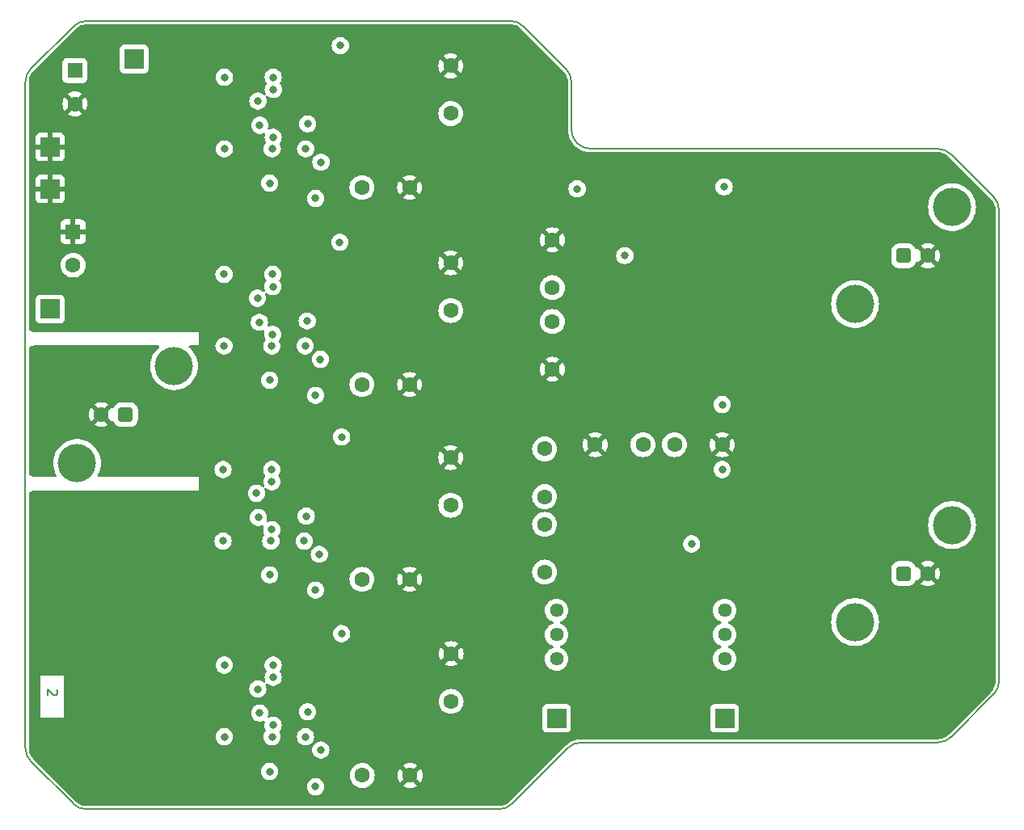
<source format=gbr>
%TF.GenerationSoftware,KiCad,Pcbnew,7.0.10*%
%TF.CreationDate,2024-02-08T22:37:46+01:00*%
%TF.ProjectId,LNA_1MHz,4c4e415f-314d-4487-9a2e-6b696361645f,V0*%
%TF.SameCoordinates,PX62ccf80PY8214c80*%
%TF.FileFunction,Copper,L2,Inr*%
%TF.FilePolarity,Positive*%
%FSLAX46Y46*%
G04 Gerber Fmt 4.6, Leading zero omitted, Abs format (unit mm)*
G04 Created by KiCad (PCBNEW 7.0.10) date 2024-02-08 22:37:46*
%MOMM*%
%LPD*%
G01*
G04 APERTURE LIST*
G04 Aperture macros list*
%AMRoundRect*
0 Rectangle with rounded corners*
0 $1 Rounding radius*
0 $2 $3 $4 $5 $6 $7 $8 $9 X,Y pos of 4 corners*
0 Add a 4 corners polygon primitive as box body*
4,1,4,$2,$3,$4,$5,$6,$7,$8,$9,$2,$3,0*
0 Add four circle primitives for the rounded corners*
1,1,$1+$1,$2,$3*
1,1,$1+$1,$4,$5*
1,1,$1+$1,$6,$7*
1,1,$1+$1,$8,$9*
0 Add four rect primitives between the rounded corners*
20,1,$1+$1,$2,$3,$4,$5,0*
20,1,$1+$1,$4,$5,$6,$7,0*
20,1,$1+$1,$6,$7,$8,$9,0*
20,1,$1+$1,$8,$9,$2,$3,0*%
G04 Aperture macros list end*
%ADD10C,0.160000*%
%TA.AperFunction,NonConductor*%
%ADD11C,0.160000*%
%TD*%
%TA.AperFunction,ComponentPad*%
%ADD12C,4.000000*%
%TD*%
%TA.AperFunction,ComponentPad*%
%ADD13RoundRect,0.400000X-0.400000X-0.400000X0.400000X-0.400000X0.400000X0.400000X-0.400000X0.400000X0*%
%TD*%
%TA.AperFunction,ComponentPad*%
%ADD14C,1.600000*%
%TD*%
%TA.AperFunction,ComponentPad*%
%ADD15R,1.600000X1.600000*%
%TD*%
%TA.AperFunction,ComponentPad*%
%ADD16R,2.000000X2.000000*%
%TD*%
%TA.AperFunction,ComponentPad*%
%ADD17RoundRect,0.400000X0.400000X0.400000X-0.400000X0.400000X-0.400000X-0.400000X0.400000X-0.400000X0*%
%TD*%
%TA.AperFunction,ComponentPad*%
%ADD18C,1.440000*%
%TD*%
%TA.AperFunction,ViaPad*%
%ADD19C,0.800000*%
%TD*%
%TA.AperFunction,Profile*%
%ADD20C,0.200000*%
%TD*%
G04 APERTURE END LIST*
D10*
D11*
X3235462Y12504261D02*
X3283081Y12456642D01*
X3283081Y12456642D02*
X3330700Y12361404D01*
X3330700Y12361404D02*
X3330700Y12123309D01*
X3330700Y12123309D02*
X3283081Y12028071D01*
X3283081Y12028071D02*
X3235462Y11980452D01*
X3235462Y11980452D02*
X3140224Y11932833D01*
X3140224Y11932833D02*
X3044986Y11932833D01*
X3044986Y11932833D02*
X2902129Y11980452D01*
X2902129Y11980452D02*
X2330700Y12551880D01*
X2330700Y12551880D02*
X2330700Y11932833D01*
D12*
X15580000Y46430000D03*
X5420000Y36270000D03*
D13*
X10500000Y41350000D03*
D14*
X7960000Y41350000D03*
D15*
X5000000Y60500000D03*
D14*
X5000000Y57000000D03*
X44562500Y57250000D03*
X44562500Y52250000D03*
D16*
X2600000Y65000000D03*
X11400000Y78600000D03*
D12*
X86920000Y19620000D03*
X97080000Y29780000D03*
D17*
X92000000Y24700000D03*
D14*
X94540000Y24700000D03*
X55200000Y59650000D03*
X55200000Y54650000D03*
X54400000Y24850000D03*
X54400000Y29850000D03*
X40300000Y3550000D03*
X35300000Y3550000D03*
D16*
X2600000Y52400000D03*
D14*
X55200000Y46100000D03*
X55200000Y51100000D03*
D18*
X55650000Y20830000D03*
X55650000Y18290000D03*
X55650000Y15750000D03*
D16*
X73250000Y9550000D03*
D12*
X86920000Y52920000D03*
X97080000Y63080000D03*
D17*
X92000000Y58000000D03*
D14*
X94540000Y58000000D03*
X44600000Y16300000D03*
X44600000Y11300000D03*
X40262500Y44500000D03*
X35262500Y44500000D03*
X54400000Y37750000D03*
X54400000Y32750000D03*
D16*
X55650000Y9550000D03*
D14*
X59700000Y38200000D03*
X64700000Y38200000D03*
X44562500Y77890000D03*
X44562500Y72890000D03*
X44562500Y36850000D03*
X44562500Y31850000D03*
D18*
X73250000Y20830000D03*
X73250000Y18290000D03*
X73250000Y15750000D03*
D16*
X2600000Y69400000D03*
D14*
X40262500Y65140000D03*
X35262500Y65140000D03*
X40262500Y24100000D03*
X35262500Y24100000D03*
X73000000Y38200000D03*
X68000000Y38200000D03*
D15*
X5200000Y77400000D03*
D14*
X5200000Y73900000D03*
D19*
X62800000Y58000000D03*
X73200000Y65200000D03*
X37750000Y14650000D03*
X96000000Y8400000D03*
X66400000Y53200000D03*
X89000000Y21900000D03*
X25100000Y11350000D03*
X53000000Y79900000D03*
X71000000Y68400000D03*
X81000000Y68400000D03*
X77500000Y61900000D03*
X68200000Y34600000D03*
X101000000Y48400000D03*
X69000000Y20400000D03*
X57500000Y25600000D03*
X61000000Y48650000D03*
X73000000Y32900000D03*
X30000000Y16150000D03*
X78600000Y48459000D03*
X25112500Y72940000D03*
X55500000Y6400000D03*
X33000000Y32200000D03*
X37600000Y7800000D03*
X37750000Y35150000D03*
X86000000Y8400000D03*
X1000000Y8400000D03*
X101000000Y23400000D03*
X5000000Y47400000D03*
X101000000Y13400000D03*
X1000000Y73400000D03*
X8500000Y900000D03*
X57000000Y68900000D03*
X24150000Y43200000D03*
X1000000Y23400000D03*
X55500000Y77400000D03*
X101000000Y58400000D03*
X92000000Y55400000D03*
X78400000Y15000000D03*
X1000000Y47400000D03*
X96000000Y68200000D03*
X101000000Y43400000D03*
X101000000Y38400000D03*
X54200000Y27600000D03*
X89000000Y27400000D03*
X72500000Y55900000D03*
X33000000Y52650000D03*
X1000000Y40400000D03*
X66000000Y68400000D03*
X24962500Y31850000D03*
X101000000Y33400000D03*
X86000000Y60900000D03*
X52000000Y2900000D03*
X61200000Y31200000D03*
X37500000Y55650000D03*
X69400000Y41200000D03*
X21000000Y66800000D03*
X30012500Y77740000D03*
X89000000Y55400000D03*
X53000000Y52900000D03*
X61600000Y44050000D03*
X1000000Y36400000D03*
X98500000Y10900000D03*
X86000000Y68400000D03*
X1000000Y18400000D03*
X68500000Y8400000D03*
X101000000Y28400000D03*
X72000000Y49400000D03*
X86000000Y27400000D03*
X2500000Y4400000D03*
X21200000Y46000000D03*
X1000000Y43900000D03*
X59200000Y55400000D03*
X25062500Y52290000D03*
X52800000Y24000000D03*
X33000000Y11800000D03*
X64200000Y64650000D03*
X72500000Y22900000D03*
X101000000Y18400000D03*
X61000000Y68400000D03*
X101000000Y63400000D03*
X65800000Y30850000D03*
X91000000Y68400000D03*
X29962500Y57090000D03*
X98500000Y65900000D03*
X81000000Y8400000D03*
X77500000Y55900000D03*
X21000000Y25400000D03*
X78000000Y42900000D03*
X58500000Y8400000D03*
X37750000Y76150000D03*
X59000000Y20400000D03*
X57500000Y34900000D03*
X62200000Y35400000D03*
X5000000Y1900000D03*
X92000000Y27400000D03*
X76000000Y8400000D03*
X92000000Y60900000D03*
X13500000Y900000D03*
X66600000Y64650000D03*
X1000000Y28400000D03*
X92000000Y21900000D03*
X89000000Y60900000D03*
X1000000Y58400000D03*
X29862500Y36650000D03*
X33000000Y73200000D03*
X75900000Y31650000D03*
X63500000Y8400000D03*
X91000000Y8400000D03*
X41000000Y900000D03*
X56000000Y73400000D03*
X1000000Y13400000D03*
X66400000Y39200000D03*
X101000000Y53400000D03*
X76000000Y68400000D03*
X73000000Y42400000D03*
X73000000Y35600000D03*
X33000000Y80000000D03*
X33138750Y39000000D03*
X32938750Y59400000D03*
X33138750Y18400000D03*
X30398750Y43360000D03*
X30400000Y64000000D03*
X30398750Y22960000D03*
X30398750Y2360000D03*
X69800000Y27800000D03*
X57800000Y65000000D03*
X29576103Y71803603D03*
X20862500Y69190000D03*
X25862500Y69190000D03*
X20862500Y76690000D03*
X25962500Y76690000D03*
X29362500Y69190000D03*
X20812500Y48540000D03*
X20812500Y56040000D03*
X29526103Y51153603D03*
X25812500Y48540000D03*
X25912500Y56040000D03*
X29312500Y48540000D03*
X20712500Y35600000D03*
X20712500Y28100000D03*
X29426103Y30713603D03*
X25712500Y28100000D03*
X25812500Y35600000D03*
X29212500Y28100000D03*
X29563603Y10213603D03*
X20850000Y7600000D03*
X20850000Y15100000D03*
X25850000Y7600000D03*
X25950000Y15100000D03*
X29350000Y7600000D03*
X25962500Y70390000D03*
X25976103Y75403603D03*
X24362500Y74190000D03*
X25600000Y65600000D03*
X30962500Y67790000D03*
X24562500Y71670000D03*
X25926103Y54753603D03*
X25912500Y49740000D03*
X25598750Y44960000D03*
X24312500Y53540000D03*
X30912500Y47140000D03*
X24512500Y51020000D03*
X25826103Y34313603D03*
X25812500Y29300000D03*
X25598750Y24560000D03*
X24212500Y33100000D03*
X24412500Y30580000D03*
X30796815Y26715685D03*
X25963603Y13813603D03*
X25950000Y8800000D03*
X24350000Y12600000D03*
X25598750Y3960000D03*
X24550000Y10080000D03*
X30950000Y6200000D03*
%TA.AperFunction,Conductor*%
G36*
X50716063Y82249499D02*
G01*
X50767513Y82249500D01*
X50775620Y82249236D01*
X50978777Y82235923D01*
X50994847Y82233807D01*
X51190539Y82194884D01*
X51206189Y82190691D01*
X51392817Y82127342D01*
X51395120Y82126560D01*
X51410105Y82120353D01*
X51589044Y82032113D01*
X51603087Y82024006D01*
X51603120Y82023984D01*
X51768981Y81913162D01*
X51781849Y81903288D01*
X51934693Y81769250D01*
X51940616Y81763702D01*
X56348191Y77356126D01*
X56363494Y77340823D01*
X56369042Y77334900D01*
X56503271Y77181838D01*
X56513145Y77168969D01*
X56623986Y77003079D01*
X56632096Y76989033D01*
X56720332Y76810103D01*
X56726539Y76795118D01*
X56790668Y76606195D01*
X56794866Y76590526D01*
X56833785Y76394852D01*
X56835902Y76378772D01*
X56849234Y76175328D01*
X56849499Y76167219D01*
X56849499Y76106077D01*
X56849500Y76106064D01*
X56849500Y71057819D01*
X56854159Y71019452D01*
X56883776Y70775536D01*
X56916668Y70642087D01*
X56951828Y70499435D01*
X57052663Y70233558D01*
X57112365Y70119807D01*
X57184810Y69981775D01*
X57184813Y69981771D01*
X57184814Y69981769D01*
X57346340Y69747756D01*
X57346345Y69747750D01*
X57534906Y69534909D01*
X57534908Y69534907D01*
X57747749Y69346346D01*
X57747755Y69346341D01*
X57872166Y69260467D01*
X57981775Y69184810D01*
X58139666Y69101943D01*
X58233557Y69052664D01*
X58499434Y68951829D01*
X58499438Y68951828D01*
X58499441Y68951827D01*
X58775536Y68883776D01*
X59011678Y68855103D01*
X59057819Y68849500D01*
X95516060Y68849500D01*
X95516063Y68849499D01*
X95567513Y68849500D01*
X95575620Y68849236D01*
X95778777Y68835923D01*
X95794847Y68833807D01*
X95990539Y68794884D01*
X96006189Y68790691D01*
X96192817Y68727342D01*
X96195120Y68726560D01*
X96210105Y68720353D01*
X96389044Y68632113D01*
X96403087Y68624006D01*
X96477702Y68574151D01*
X96568981Y68513162D01*
X96581849Y68503288D01*
X96734693Y68369250D01*
X96740616Y68363702D01*
X101148191Y63956126D01*
X101163494Y63940823D01*
X101169042Y63934900D01*
X101303271Y63781838D01*
X101313145Y63768969D01*
X101423986Y63603079D01*
X101432096Y63589033D01*
X101520332Y63410103D01*
X101526539Y63395118D01*
X101590668Y63206195D01*
X101594866Y63190526D01*
X101633785Y62994852D01*
X101635902Y62978772D01*
X101649234Y62775328D01*
X101649499Y62767219D01*
X101649499Y62706077D01*
X101649500Y62706064D01*
X101649500Y13491547D01*
X101649499Y13491529D01*
X101649499Y13432486D01*
X101649234Y13424378D01*
X101635922Y13221229D01*
X101633805Y13205148D01*
X101594885Y13009468D01*
X101590687Y12993800D01*
X101526559Y12804879D01*
X101520352Y12789893D01*
X101432110Y12610951D01*
X101424000Y12596905D01*
X101313164Y12431022D01*
X101303289Y12418153D01*
X101169261Y12265322D01*
X101163714Y12259399D01*
X96740822Y7836506D01*
X96734899Y7830958D01*
X96581837Y7696729D01*
X96568968Y7686855D01*
X96403078Y7576014D01*
X96389031Y7567904D01*
X96210102Y7479669D01*
X96195118Y7473462D01*
X96006191Y7409331D01*
X95990522Y7405133D01*
X95794850Y7366215D01*
X95778770Y7364098D01*
X95575326Y7350766D01*
X95567217Y7350501D01*
X95506075Y7350501D01*
X95506063Y7350500D01*
X58194670Y7350500D01*
X58194219Y7350483D01*
X58096435Y7350483D01*
X58096434Y7350483D01*
X58096431Y7350483D01*
X57834089Y7320928D01*
X57834087Y7320928D01*
X57834082Y7320927D01*
X57834072Y7320926D01*
X57576714Y7262188D01*
X57576699Y7262183D01*
X57327522Y7174997D01*
X57089660Y7060451D01*
X56866121Y6919996D01*
X56659705Y6755388D01*
X56566373Y6662056D01*
X56527122Y6622808D01*
X56527118Y6622802D01*
X50740822Y836506D01*
X50734899Y830958D01*
X50581837Y696729D01*
X50568968Y686855D01*
X50403078Y576014D01*
X50389031Y567904D01*
X50210102Y479669D01*
X50195118Y473462D01*
X50006191Y409331D01*
X49990522Y405133D01*
X49794850Y366215D01*
X49778770Y364098D01*
X49575326Y350766D01*
X49567217Y350501D01*
X49506075Y350501D01*
X49506063Y350500D01*
X6493936Y350500D01*
X6493924Y350501D01*
X6432485Y350501D01*
X6424377Y350766D01*
X6221228Y364078D01*
X6205147Y366195D01*
X6009467Y405115D01*
X5993799Y409313D01*
X5804878Y473441D01*
X5789892Y479648D01*
X5610950Y567890D01*
X5596904Y576000D01*
X5431021Y686836D01*
X5418152Y696710D01*
X5418130Y696729D01*
X5265304Y830752D01*
X5259381Y836300D01*
X3735681Y2360000D01*
X29493290Y2360000D01*
X29513076Y2171744D01*
X29513077Y2171741D01*
X29571568Y1991723D01*
X29571571Y1991716D01*
X29666217Y1827784D01*
X29792879Y1687112D01*
X29946015Y1575852D01*
X29946020Y1575849D01*
X30118942Y1498858D01*
X30118947Y1498856D01*
X30304104Y1459500D01*
X30304105Y1459500D01*
X30493394Y1459500D01*
X30493396Y1459500D01*
X30678553Y1498856D01*
X30851480Y1575849D01*
X31004621Y1687112D01*
X31131283Y1827784D01*
X31225929Y1991716D01*
X31284424Y2171744D01*
X31304210Y2360000D01*
X31284424Y2548256D01*
X31225929Y2728284D01*
X31131283Y2892216D01*
X31004621Y3032888D01*
X30967993Y3059500D01*
X30851484Y3144149D01*
X30851479Y3144152D01*
X30678557Y3221143D01*
X30678552Y3221145D01*
X30532751Y3252135D01*
X30493396Y3260500D01*
X30304104Y3260500D01*
X30271647Y3253602D01*
X30118947Y3221145D01*
X30118942Y3221143D01*
X29946020Y3144152D01*
X29946015Y3144149D01*
X29792879Y3032889D01*
X29666216Y2892215D01*
X29571571Y2728285D01*
X29571568Y2728278D01*
X29513628Y2549955D01*
X29513076Y2548256D01*
X29493290Y2360000D01*
X3735681Y2360000D01*
X2135682Y3960000D01*
X24693290Y3960000D01*
X24713076Y3771744D01*
X24713077Y3771741D01*
X24771568Y3591723D01*
X24771571Y3591716D01*
X24866217Y3427784D01*
X24970510Y3311955D01*
X24992879Y3287112D01*
X25146015Y3175852D01*
X25146020Y3175849D01*
X25318942Y3098858D01*
X25318947Y3098856D01*
X25504104Y3059500D01*
X25504105Y3059500D01*
X25693394Y3059500D01*
X25693396Y3059500D01*
X25878553Y3098856D01*
X26051480Y3175849D01*
X26204621Y3287112D01*
X26331283Y3427784D01*
X26401844Y3549999D01*
X33994532Y3549999D01*
X34014364Y3323314D01*
X34014366Y3323303D01*
X34073258Y3103512D01*
X34073261Y3103503D01*
X34169431Y2897268D01*
X34169432Y2897266D01*
X34299954Y2710859D01*
X34460858Y2549955D01*
X34507693Y2517161D01*
X34647266Y2419432D01*
X34853504Y2323261D01*
X35073308Y2264365D01*
X35235230Y2250199D01*
X35299998Y2244532D01*
X35300000Y2244532D01*
X35300002Y2244532D01*
X35356673Y2249491D01*
X35526692Y2264365D01*
X35746496Y2323261D01*
X35952734Y2419432D01*
X36139139Y2549953D01*
X36300047Y2710861D01*
X36430568Y2897266D01*
X36526739Y3103504D01*
X36585635Y3323308D01*
X36605468Y3549998D01*
X38995034Y3549998D01*
X39014858Y3323401D01*
X39014860Y3323390D01*
X39073730Y3103683D01*
X39073735Y3103669D01*
X39169863Y2897522D01*
X39220974Y2824528D01*
X39902046Y3505600D01*
X39914835Y3424852D01*
X39972359Y3311955D01*
X40061955Y3222359D01*
X40174852Y3164835D01*
X40255599Y3152047D01*
X39574526Y2470975D01*
X39647513Y2419868D01*
X39647521Y2419864D01*
X39853668Y2323736D01*
X39853682Y2323731D01*
X40073389Y2264861D01*
X40073400Y2264859D01*
X40299998Y2245034D01*
X40300002Y2245034D01*
X40526599Y2264859D01*
X40526610Y2264861D01*
X40746317Y2323731D01*
X40746331Y2323736D01*
X40952478Y2419864D01*
X41025471Y2470976D01*
X40344400Y3152047D01*
X40425148Y3164835D01*
X40538045Y3222359D01*
X40627641Y3311955D01*
X40685165Y3424852D01*
X40697953Y3505600D01*
X41379024Y2824529D01*
X41430136Y2897522D01*
X41526264Y3103669D01*
X41526269Y3103683D01*
X41585139Y3323390D01*
X41585141Y3323401D01*
X41604966Y3549998D01*
X41604966Y3550003D01*
X41585141Y3776600D01*
X41585139Y3776611D01*
X41526269Y3996318D01*
X41526264Y3996332D01*
X41430136Y4202479D01*
X41430132Y4202487D01*
X41379025Y4275474D01*
X40697953Y3594402D01*
X40685165Y3675148D01*
X40627641Y3788045D01*
X40538045Y3877641D01*
X40425148Y3935165D01*
X40344401Y3947954D01*
X41025472Y4629026D01*
X40952478Y4680137D01*
X40746331Y4776265D01*
X40746317Y4776270D01*
X40526610Y4835140D01*
X40526599Y4835142D01*
X40300002Y4854966D01*
X40299998Y4854966D01*
X40073400Y4835142D01*
X40073389Y4835140D01*
X39853682Y4776270D01*
X39853673Y4776266D01*
X39647516Y4680134D01*
X39647512Y4680132D01*
X39574526Y4629027D01*
X39574526Y4629026D01*
X40255599Y3947954D01*
X40174852Y3935165D01*
X40061955Y3877641D01*
X39972359Y3788045D01*
X39914835Y3675148D01*
X39902046Y3594402D01*
X39220974Y4275474D01*
X39220973Y4275474D01*
X39169868Y4202488D01*
X39169866Y4202484D01*
X39073734Y3996327D01*
X39073730Y3996318D01*
X39014860Y3776611D01*
X39014858Y3776600D01*
X38995034Y3550003D01*
X38995034Y3549998D01*
X36605468Y3549998D01*
X36605468Y3550000D01*
X36585635Y3776692D01*
X36526739Y3996496D01*
X36430568Y4202734D01*
X36300047Y4389139D01*
X36300045Y4389142D01*
X36139141Y4550046D01*
X35952734Y4680568D01*
X35952732Y4680569D01*
X35746497Y4776739D01*
X35746488Y4776742D01*
X35526697Y4835634D01*
X35526693Y4835635D01*
X35526692Y4835635D01*
X35526691Y4835636D01*
X35526686Y4835636D01*
X35300002Y4855468D01*
X35299998Y4855468D01*
X35073313Y4835636D01*
X35073302Y4835634D01*
X34853511Y4776742D01*
X34853502Y4776739D01*
X34647267Y4680569D01*
X34647265Y4680568D01*
X34460858Y4550046D01*
X34299954Y4389142D01*
X34169432Y4202735D01*
X34169431Y4202733D01*
X34073261Y3996498D01*
X34073258Y3996489D01*
X34014366Y3776698D01*
X34014364Y3776687D01*
X33994532Y3550002D01*
X33994532Y3549999D01*
X26401844Y3549999D01*
X26425929Y3591716D01*
X26484424Y3771744D01*
X26504210Y3960000D01*
X26484424Y4148256D01*
X26425929Y4328284D01*
X26331283Y4492216D01*
X26204621Y4632888D01*
X26204620Y4632889D01*
X26051484Y4744149D01*
X26051479Y4744152D01*
X25878557Y4821143D01*
X25878552Y4821145D01*
X25732751Y4852135D01*
X25693396Y4860500D01*
X25504104Y4860500D01*
X25471647Y4853602D01*
X25318947Y4821145D01*
X25318942Y4821143D01*
X25146020Y4744152D01*
X25146015Y4744149D01*
X24992879Y4632889D01*
X24866216Y4492215D01*
X24771571Y4328285D01*
X24771568Y4328278D01*
X24730694Y4202479D01*
X24713076Y4148256D01*
X24693290Y3960000D01*
X2135682Y3960000D01*
X836507Y5259175D01*
X830969Y5265087D01*
X696727Y5418164D01*
X686854Y5431032D01*
X576013Y5596922D01*
X567903Y5610968D01*
X539884Y5667786D01*
X479664Y5789904D01*
X473460Y5804883D01*
X464352Y5831716D01*
X409328Y5993816D01*
X405133Y6009475D01*
X367238Y6200000D01*
X30044540Y6200000D01*
X30064326Y6011744D01*
X30064327Y6011741D01*
X30122818Y5831723D01*
X30122821Y5831716D01*
X30217467Y5667784D01*
X30281272Y5596922D01*
X30344129Y5527112D01*
X30497265Y5415852D01*
X30497270Y5415849D01*
X30670192Y5338858D01*
X30670197Y5338856D01*
X30855354Y5299500D01*
X30855355Y5299500D01*
X31044644Y5299500D01*
X31044646Y5299500D01*
X31229803Y5338856D01*
X31402730Y5415849D01*
X31555871Y5527112D01*
X31682533Y5667784D01*
X31777179Y5831716D01*
X31835674Y6011744D01*
X31855460Y6200000D01*
X31835674Y6388256D01*
X31777179Y6568284D01*
X31682533Y6732216D01*
X31555871Y6872888D01*
X31491034Y6919995D01*
X31402734Y6984149D01*
X31402729Y6984152D01*
X31229807Y7061143D01*
X31229802Y7061145D01*
X31084001Y7092135D01*
X31044646Y7100500D01*
X30855354Y7100500D01*
X30822897Y7093602D01*
X30670197Y7061145D01*
X30670192Y7061143D01*
X30497270Y6984152D01*
X30497265Y6984149D01*
X30344129Y6872889D01*
X30217466Y6732215D01*
X30122821Y6568285D01*
X30122818Y6568278D01*
X30064327Y6388260D01*
X30064326Y6388256D01*
X30044540Y6200000D01*
X367238Y6200000D01*
X366212Y6205158D01*
X364098Y6221219D01*
X350764Y6424694D01*
X350500Y6432784D01*
X350501Y6483936D01*
X350500Y6483940D01*
X350500Y7600000D01*
X19944540Y7600000D01*
X19964326Y7411744D01*
X19964327Y7411741D01*
X20022818Y7231723D01*
X20022821Y7231716D01*
X20117467Y7067784D01*
X20123446Y7061144D01*
X20244129Y6927112D01*
X20397265Y6815852D01*
X20397270Y6815849D01*
X20570192Y6738858D01*
X20570197Y6738856D01*
X20755354Y6699500D01*
X20755355Y6699500D01*
X20944644Y6699500D01*
X20944646Y6699500D01*
X21129803Y6738856D01*
X21302730Y6815849D01*
X21455871Y6927112D01*
X21582533Y7067784D01*
X21677179Y7231716D01*
X21735674Y7411744D01*
X21755460Y7600000D01*
X21735674Y7788256D01*
X21677179Y7968284D01*
X21582533Y8132216D01*
X21455871Y8272888D01*
X21455870Y8272889D01*
X21302734Y8384149D01*
X21302729Y8384152D01*
X21129807Y8461143D01*
X21129802Y8461145D01*
X20984001Y8492135D01*
X20944646Y8500500D01*
X20755354Y8500500D01*
X20722897Y8493602D01*
X20570197Y8461145D01*
X20570192Y8461143D01*
X20397270Y8384152D01*
X20397265Y8384149D01*
X20244129Y8272889D01*
X20117466Y8132215D01*
X20022821Y7968285D01*
X20022818Y7968278D01*
X19964327Y7788260D01*
X19964326Y7788256D01*
X19944540Y7600000D01*
X350500Y7600000D01*
X350500Y14000000D01*
X1600000Y14000000D01*
X1600000Y9600000D01*
X4000000Y9600000D01*
X4000000Y10080000D01*
X23644540Y10080000D01*
X23664326Y9891744D01*
X23664327Y9891741D01*
X23722818Y9711723D01*
X23722821Y9711716D01*
X23817467Y9547784D01*
X23884903Y9472889D01*
X23944129Y9407112D01*
X24097265Y9295852D01*
X24097270Y9295849D01*
X24270192Y9218858D01*
X24270197Y9218856D01*
X24455354Y9179500D01*
X24455355Y9179500D01*
X24644644Y9179500D01*
X24644646Y9179500D01*
X24829803Y9218856D01*
X24937160Y9266656D01*
X25006408Y9275941D01*
X25069685Y9246313D01*
X25106899Y9187178D01*
X25106235Y9117312D01*
X25105526Y9115058D01*
X25064327Y8988260D01*
X25064326Y8988256D01*
X25044540Y8800000D01*
X25064326Y8611744D01*
X25064327Y8611741D01*
X25122818Y8431723D01*
X25122821Y8431716D01*
X25181042Y8330874D01*
X25197515Y8262973D01*
X25174662Y8196947D01*
X25165806Y8185903D01*
X25117466Y8132215D01*
X25022821Y7968285D01*
X25022818Y7968278D01*
X24964327Y7788260D01*
X24964326Y7788256D01*
X24944540Y7600000D01*
X24964326Y7411744D01*
X24964327Y7411741D01*
X25022818Y7231723D01*
X25022821Y7231716D01*
X25117467Y7067784D01*
X25123446Y7061144D01*
X25244129Y6927112D01*
X25397265Y6815852D01*
X25397270Y6815849D01*
X25570192Y6738858D01*
X25570197Y6738856D01*
X25755354Y6699500D01*
X25755355Y6699500D01*
X25944644Y6699500D01*
X25944646Y6699500D01*
X26129803Y6738856D01*
X26302730Y6815849D01*
X26455871Y6927112D01*
X26582533Y7067784D01*
X26677179Y7231716D01*
X26735674Y7411744D01*
X26755460Y7600000D01*
X28444540Y7600000D01*
X28464326Y7411744D01*
X28464327Y7411741D01*
X28522818Y7231723D01*
X28522821Y7231716D01*
X28617467Y7067784D01*
X28623446Y7061144D01*
X28744129Y6927112D01*
X28897265Y6815852D01*
X28897270Y6815849D01*
X29070192Y6738858D01*
X29070197Y6738856D01*
X29255354Y6699500D01*
X29255355Y6699500D01*
X29444644Y6699500D01*
X29444646Y6699500D01*
X29629803Y6738856D01*
X29802730Y6815849D01*
X29955871Y6927112D01*
X30082533Y7067784D01*
X30177179Y7231716D01*
X30235674Y7411744D01*
X30255460Y7600000D01*
X30235674Y7788256D01*
X30177179Y7968284D01*
X30082533Y8132216D01*
X29955871Y8272888D01*
X29955870Y8272889D01*
X29802734Y8384149D01*
X29802729Y8384152D01*
X29629807Y8461143D01*
X29629802Y8461145D01*
X29484001Y8492135D01*
X29444646Y8500500D01*
X29255354Y8500500D01*
X29222897Y8493602D01*
X29070197Y8461145D01*
X29070192Y8461143D01*
X28897270Y8384152D01*
X28897265Y8384149D01*
X28744129Y8272889D01*
X28617466Y8132215D01*
X28522821Y7968285D01*
X28522818Y7968278D01*
X28464327Y7788260D01*
X28464326Y7788256D01*
X28444540Y7600000D01*
X26755460Y7600000D01*
X26735674Y7788256D01*
X26677179Y7968284D01*
X26630289Y8049500D01*
X26618957Y8069128D01*
X26602484Y8137029D01*
X26625337Y8203056D01*
X26634180Y8214084D01*
X26682533Y8267784D01*
X26777179Y8431716D01*
X26800058Y8502130D01*
X54149500Y8502130D01*
X54149501Y8502124D01*
X54155908Y8442517D01*
X54206202Y8307672D01*
X54206206Y8307665D01*
X54292452Y8192456D01*
X54292455Y8192453D01*
X54407664Y8106207D01*
X54407671Y8106203D01*
X54542517Y8055909D01*
X54542516Y8055909D01*
X54549444Y8055165D01*
X54602127Y8049500D01*
X56697872Y8049501D01*
X56757483Y8055909D01*
X56892331Y8106204D01*
X57007546Y8192454D01*
X57093796Y8307669D01*
X57144091Y8442517D01*
X57150500Y8502127D01*
X57150500Y8502130D01*
X71749500Y8502130D01*
X71749501Y8502124D01*
X71755908Y8442517D01*
X71806202Y8307672D01*
X71806206Y8307665D01*
X71892452Y8192456D01*
X71892455Y8192453D01*
X72007664Y8106207D01*
X72007671Y8106203D01*
X72142517Y8055909D01*
X72142516Y8055909D01*
X72149444Y8055165D01*
X72202127Y8049500D01*
X74297872Y8049501D01*
X74357483Y8055909D01*
X74492331Y8106204D01*
X74607546Y8192454D01*
X74693796Y8307669D01*
X74744091Y8442517D01*
X74750500Y8502127D01*
X74750499Y10597872D01*
X74744091Y10657483D01*
X74711144Y10745818D01*
X74693797Y10792329D01*
X74693793Y10792336D01*
X74607547Y10907545D01*
X74607544Y10907548D01*
X74492335Y10993794D01*
X74492328Y10993798D01*
X74357482Y11044092D01*
X74357483Y11044092D01*
X74297883Y11050499D01*
X74297881Y11050500D01*
X74297873Y11050500D01*
X74297864Y11050500D01*
X72202129Y11050500D01*
X72202123Y11050499D01*
X72142516Y11044092D01*
X72007671Y10993798D01*
X72007664Y10993794D01*
X71892455Y10907548D01*
X71892452Y10907545D01*
X71806206Y10792336D01*
X71806202Y10792329D01*
X71755908Y10657483D01*
X71751042Y10612216D01*
X71749501Y10597877D01*
X71749500Y10597865D01*
X71749500Y8502130D01*
X57150500Y8502130D01*
X57150499Y10597872D01*
X57144091Y10657483D01*
X57111144Y10745818D01*
X57093797Y10792329D01*
X57093793Y10792336D01*
X57007547Y10907545D01*
X57007544Y10907548D01*
X56892335Y10993794D01*
X56892328Y10993798D01*
X56757482Y11044092D01*
X56757483Y11044092D01*
X56697883Y11050499D01*
X56697881Y11050500D01*
X56697873Y11050500D01*
X56697864Y11050500D01*
X54602129Y11050500D01*
X54602123Y11050499D01*
X54542516Y11044092D01*
X54407671Y10993798D01*
X54407664Y10993794D01*
X54292455Y10907548D01*
X54292452Y10907545D01*
X54206206Y10792336D01*
X54206202Y10792329D01*
X54155908Y10657483D01*
X54151042Y10612216D01*
X54149501Y10597877D01*
X54149500Y10597865D01*
X54149500Y8502130D01*
X26800058Y8502130D01*
X26835674Y8611744D01*
X26855460Y8800000D01*
X26835674Y8988256D01*
X26777179Y9168284D01*
X26682533Y9332216D01*
X26555871Y9472888D01*
X26555870Y9472889D01*
X26402734Y9584149D01*
X26402729Y9584152D01*
X26229807Y9661143D01*
X26229802Y9661145D01*
X26080759Y9692824D01*
X26044646Y9700500D01*
X25855354Y9700500D01*
X25819241Y9692824D01*
X25670199Y9661145D01*
X25562840Y9613345D01*
X25493590Y9604061D01*
X25430313Y9633689D01*
X25393100Y9692824D01*
X25393765Y9762691D01*
X25394445Y9764857D01*
X25435674Y9891744D01*
X25455460Y10080000D01*
X25441418Y10213603D01*
X28658143Y10213603D01*
X28677929Y10025347D01*
X28677930Y10025344D01*
X28736421Y9845326D01*
X28736424Y9845319D01*
X28831070Y9681387D01*
X28918621Y9584152D01*
X28957732Y9540715D01*
X29110868Y9429455D01*
X29110873Y9429452D01*
X29283795Y9352461D01*
X29283800Y9352459D01*
X29468957Y9313103D01*
X29468958Y9313103D01*
X29658247Y9313103D01*
X29658249Y9313103D01*
X29843406Y9352459D01*
X30016333Y9429452D01*
X30169474Y9540715D01*
X30296136Y9681387D01*
X30390782Y9845319D01*
X30449277Y10025347D01*
X30469063Y10213603D01*
X30449277Y10401859D01*
X30390782Y10581887D01*
X30296136Y10745819D01*
X30169474Y10886491D01*
X30140496Y10907545D01*
X30016337Y10997752D01*
X30016332Y10997755D01*
X29843410Y11074746D01*
X29843405Y11074748D01*
X29697604Y11105738D01*
X29658249Y11114103D01*
X29468957Y11114103D01*
X29436500Y11107205D01*
X29283800Y11074748D01*
X29283795Y11074746D01*
X29110873Y10997755D01*
X29110868Y10997752D01*
X28957732Y10886492D01*
X28831069Y10745818D01*
X28736424Y10581888D01*
X28736421Y10581881D01*
X28677930Y10401863D01*
X28677929Y10401859D01*
X28658143Y10213603D01*
X25441418Y10213603D01*
X25435674Y10268256D01*
X25377179Y10448284D01*
X25282533Y10612216D01*
X25155871Y10752888D01*
X25155870Y10752889D01*
X25002734Y10864149D01*
X25002729Y10864152D01*
X24829807Y10941143D01*
X24829802Y10941145D01*
X24684001Y10972135D01*
X24644646Y10980500D01*
X24455354Y10980500D01*
X24422897Y10973602D01*
X24270197Y10941145D01*
X24270192Y10941143D01*
X24097270Y10864152D01*
X24097265Y10864149D01*
X23944129Y10752889D01*
X23817466Y10612215D01*
X23722821Y10448285D01*
X23722818Y10448278D01*
X23674625Y10299953D01*
X23664326Y10268256D01*
X23644540Y10080000D01*
X4000000Y10080000D01*
X4000000Y11299999D01*
X43294532Y11299999D01*
X43314364Y11073314D01*
X43314366Y11073303D01*
X43373258Y10853512D01*
X43373261Y10853503D01*
X43469431Y10647268D01*
X43469432Y10647266D01*
X43599954Y10460859D01*
X43760858Y10299955D01*
X43760861Y10299953D01*
X43947266Y10169432D01*
X44153504Y10073261D01*
X44373308Y10014365D01*
X44535230Y10000199D01*
X44599998Y9994532D01*
X44600000Y9994532D01*
X44600002Y9994532D01*
X44656673Y9999491D01*
X44826692Y10014365D01*
X45046496Y10073261D01*
X45252734Y10169432D01*
X45439139Y10299953D01*
X45600047Y10460861D01*
X45730568Y10647266D01*
X45826739Y10853504D01*
X45885635Y11073308D01*
X45905468Y11300000D01*
X45885635Y11526692D01*
X45831931Y11727120D01*
X45826741Y11746489D01*
X45826738Y11746498D01*
X45794399Y11815849D01*
X45730568Y11952734D01*
X45600047Y12139139D01*
X45600045Y12139142D01*
X45439141Y12300046D01*
X45252734Y12430568D01*
X45252732Y12430569D01*
X45046497Y12526739D01*
X45046488Y12526742D01*
X44826697Y12585634D01*
X44826693Y12585635D01*
X44826692Y12585635D01*
X44826691Y12585636D01*
X44826686Y12585636D01*
X44600002Y12605468D01*
X44599998Y12605468D01*
X44373313Y12585636D01*
X44373302Y12585634D01*
X44153511Y12526742D01*
X44153502Y12526739D01*
X43947267Y12430569D01*
X43947265Y12430568D01*
X43760858Y12300046D01*
X43599954Y12139142D01*
X43469432Y11952735D01*
X43469431Y11952733D01*
X43373261Y11746498D01*
X43373258Y11746489D01*
X43314366Y11526698D01*
X43314364Y11526687D01*
X43294532Y11300002D01*
X43294532Y11299999D01*
X4000000Y11299999D01*
X4000000Y12600000D01*
X23444540Y12600000D01*
X23464326Y12411744D01*
X23464327Y12411741D01*
X23522818Y12231723D01*
X23522821Y12231716D01*
X23617467Y12067784D01*
X23721058Y11952735D01*
X23744129Y11927112D01*
X23897265Y11815852D01*
X23897270Y11815849D01*
X24070192Y11738858D01*
X24070197Y11738856D01*
X24255354Y11699500D01*
X24255355Y11699500D01*
X24444644Y11699500D01*
X24444646Y11699500D01*
X24629803Y11738856D01*
X24802730Y11815849D01*
X24955871Y11927112D01*
X25082533Y12067784D01*
X25177179Y12231716D01*
X25235674Y12411744D01*
X25255460Y12600000D01*
X25235674Y12788256D01*
X25177179Y12968284D01*
X25165812Y12987971D01*
X25149340Y13055870D01*
X25172193Y13121897D01*
X25227114Y13165088D01*
X25296667Y13171729D01*
X25352166Y13144113D01*
X25352474Y13144535D01*
X25354987Y13142710D01*
X25356175Y13142118D01*
X25357725Y13140723D01*
X25357732Y13140715D01*
X25383633Y13121897D01*
X25510868Y13029455D01*
X25510873Y13029452D01*
X25683795Y12952461D01*
X25683800Y12952459D01*
X25868957Y12913103D01*
X25868958Y12913103D01*
X26058247Y12913103D01*
X26058249Y12913103D01*
X26243406Y12952459D01*
X26416333Y13029452D01*
X26569474Y13140715D01*
X26696136Y13281387D01*
X26790782Y13445319D01*
X26849277Y13625347D01*
X26869063Y13813603D01*
X26849277Y14001859D01*
X26790782Y14181887D01*
X26696136Y14345819D01*
X26664112Y14381385D01*
X26633883Y14444375D01*
X26642508Y14513711D01*
X26664110Y14547324D01*
X26682533Y14567784D01*
X26777179Y14731716D01*
X26835674Y14911744D01*
X26855460Y15100000D01*
X26835674Y15288256D01*
X26777179Y15468284D01*
X26682533Y15632216D01*
X26555871Y15772888D01*
X26555870Y15772889D01*
X26402734Y15884149D01*
X26402729Y15884152D01*
X26229807Y15961143D01*
X26229802Y15961145D01*
X26084001Y15992135D01*
X26044646Y16000500D01*
X25855354Y16000500D01*
X25822897Y15993602D01*
X25670197Y15961145D01*
X25670192Y15961143D01*
X25497270Y15884152D01*
X25497265Y15884149D01*
X25344129Y15772889D01*
X25217466Y15632215D01*
X25122821Y15468285D01*
X25122818Y15468278D01*
X25078204Y15330969D01*
X25064326Y15288256D01*
X25044540Y15100000D01*
X25064326Y14911744D01*
X25064327Y14911741D01*
X25122818Y14731723D01*
X25122821Y14731716D01*
X25217467Y14567784D01*
X25249489Y14532220D01*
X25279719Y14469229D01*
X25271094Y14399893D01*
X25249490Y14366277D01*
X25231071Y14345821D01*
X25231067Y14345816D01*
X25136424Y14181888D01*
X25136421Y14181881D01*
X25077930Y14001863D01*
X25077929Y14001859D01*
X25058143Y13813603D01*
X25077929Y13625347D01*
X25077930Y13625344D01*
X25136421Y13445326D01*
X25136423Y13445321D01*
X25136424Y13445319D01*
X25146179Y13428422D01*
X25147790Y13425633D01*
X25164261Y13357732D01*
X25141408Y13291706D01*
X25086487Y13248516D01*
X25016933Y13241875D01*
X24961436Y13269492D01*
X24961129Y13269068D01*
X24958611Y13270898D01*
X24957428Y13271486D01*
X24955874Y13272884D01*
X24955871Y13272888D01*
X24904824Y13309976D01*
X24802734Y13384149D01*
X24802729Y13384152D01*
X24629807Y13461143D01*
X24629802Y13461145D01*
X24484001Y13492135D01*
X24444646Y13500500D01*
X24255354Y13500500D01*
X24222897Y13493602D01*
X24070197Y13461145D01*
X24070192Y13461143D01*
X23897270Y13384152D01*
X23897265Y13384149D01*
X23744129Y13272889D01*
X23617466Y13132215D01*
X23522821Y12968285D01*
X23522818Y12968278D01*
X23504891Y12913103D01*
X23464326Y12788256D01*
X23444540Y12600000D01*
X4000000Y12600000D01*
X4000000Y14000000D01*
X1600000Y14000000D01*
X350500Y14000000D01*
X350500Y15100000D01*
X19944540Y15100000D01*
X19964326Y14911744D01*
X19964327Y14911741D01*
X20022818Y14731723D01*
X20022821Y14731716D01*
X20117467Y14567784D01*
X20156136Y14524838D01*
X20244129Y14427112D01*
X20397265Y14315852D01*
X20397270Y14315849D01*
X20570192Y14238858D01*
X20570197Y14238856D01*
X20755354Y14199500D01*
X20755355Y14199500D01*
X20944644Y14199500D01*
X20944646Y14199500D01*
X21129803Y14238856D01*
X21302730Y14315849D01*
X21455871Y14427112D01*
X21582533Y14567784D01*
X21677179Y14731716D01*
X21735674Y14911744D01*
X21755460Y15100000D01*
X21735674Y15288256D01*
X21677179Y15468284D01*
X21582533Y15632216D01*
X21455871Y15772888D01*
X21455870Y15772889D01*
X21302734Y15884149D01*
X21302729Y15884152D01*
X21129807Y15961143D01*
X21129802Y15961145D01*
X20984001Y15992135D01*
X20944646Y16000500D01*
X20755354Y16000500D01*
X20722897Y15993602D01*
X20570197Y15961145D01*
X20570192Y15961143D01*
X20397270Y15884152D01*
X20397265Y15884149D01*
X20244129Y15772889D01*
X20117466Y15632215D01*
X20022821Y15468285D01*
X20022818Y15468278D01*
X19978204Y15330969D01*
X19964326Y15288256D01*
X19944540Y15100000D01*
X350500Y15100000D01*
X350500Y16299998D01*
X43295034Y16299998D01*
X43314858Y16073401D01*
X43314860Y16073390D01*
X43373730Y15853683D01*
X43373735Y15853669D01*
X43469863Y15647522D01*
X43520974Y15574528D01*
X44202046Y16255600D01*
X44214835Y16174852D01*
X44272359Y16061955D01*
X44361955Y15972359D01*
X44474852Y15914835D01*
X44555599Y15902047D01*
X43874526Y15220975D01*
X43947513Y15169868D01*
X43947521Y15169864D01*
X44153668Y15073736D01*
X44153682Y15073731D01*
X44373389Y15014861D01*
X44373400Y15014859D01*
X44599998Y14995034D01*
X44600002Y14995034D01*
X44826599Y15014859D01*
X44826610Y15014861D01*
X45046317Y15073731D01*
X45046331Y15073736D01*
X45252478Y15169864D01*
X45325471Y15220976D01*
X44644400Y15902047D01*
X44725148Y15914835D01*
X44838045Y15972359D01*
X44927641Y16061955D01*
X44985165Y16174852D01*
X44997953Y16255600D01*
X45679024Y15574529D01*
X45730136Y15647522D01*
X45777922Y15749999D01*
X54424838Y15749999D01*
X54443450Y15537259D01*
X54443452Y15537248D01*
X54498721Y15330978D01*
X54498723Y15330974D01*
X54498724Y15330970D01*
X54518640Y15288260D01*
X54588977Y15137422D01*
X54711472Y14962479D01*
X54862478Y14811473D01*
X54862481Y14811471D01*
X55037419Y14688979D01*
X55037421Y14688978D01*
X55037420Y14688978D01*
X55101936Y14658894D01*
X55230970Y14598724D01*
X55437253Y14543451D01*
X55565624Y14532220D01*
X55649998Y14524838D01*
X55650000Y14524838D01*
X55650002Y14524838D01*
X55703186Y14529492D01*
X55862747Y14543451D01*
X56069030Y14598724D01*
X56262581Y14688979D01*
X56437519Y14811471D01*
X56588529Y14962481D01*
X56711021Y15137419D01*
X56801276Y15330970D01*
X56856549Y15537253D01*
X56875162Y15749999D01*
X72024838Y15749999D01*
X72043450Y15537259D01*
X72043452Y15537248D01*
X72098721Y15330978D01*
X72098723Y15330974D01*
X72098724Y15330970D01*
X72118640Y15288260D01*
X72188977Y15137422D01*
X72311472Y14962479D01*
X72462478Y14811473D01*
X72462481Y14811471D01*
X72637419Y14688979D01*
X72637421Y14688978D01*
X72637420Y14688978D01*
X72701936Y14658894D01*
X72830970Y14598724D01*
X73037253Y14543451D01*
X73165624Y14532220D01*
X73249998Y14524838D01*
X73250000Y14524838D01*
X73250002Y14524838D01*
X73303186Y14529492D01*
X73462747Y14543451D01*
X73669030Y14598724D01*
X73862581Y14688979D01*
X74037519Y14811471D01*
X74188529Y14962481D01*
X74311021Y15137419D01*
X74401276Y15330970D01*
X74456549Y15537253D01*
X74475162Y15750000D01*
X74473159Y15772889D01*
X74463425Y15884152D01*
X74456549Y15962747D01*
X74401276Y16169030D01*
X74311021Y16362581D01*
X74188529Y16537519D01*
X74188527Y16537522D01*
X74037521Y16688528D01*
X73862578Y16811023D01*
X73862579Y16811023D01*
X73733547Y16871191D01*
X73669030Y16901276D01*
X73669023Y16901278D01*
X73663936Y16903130D01*
X73664709Y16905254D01*
X73613305Y16936576D01*
X73582766Y16999419D01*
X73591050Y17068796D01*
X73635528Y17122680D01*
X73664315Y17135828D01*
X73663936Y17136870D01*
X73669013Y17138720D01*
X73669030Y17138724D01*
X73862581Y17228979D01*
X74037519Y17351471D01*
X74188529Y17502481D01*
X74311021Y17677419D01*
X74401276Y17870970D01*
X74456549Y18077253D01*
X74475162Y18290000D01*
X74456549Y18502747D01*
X74414581Y18659373D01*
X74401278Y18709023D01*
X74401277Y18709024D01*
X74401276Y18709030D01*
X74311021Y18902581D01*
X74188529Y19077519D01*
X74188527Y19077522D01*
X74037521Y19228528D01*
X73862578Y19351023D01*
X73862579Y19351023D01*
X73733547Y19411191D01*
X73669030Y19441276D01*
X73669023Y19441278D01*
X73663936Y19443130D01*
X73664709Y19445254D01*
X73613305Y19476576D01*
X73582766Y19539419D01*
X73591050Y19608796D01*
X73600294Y19619995D01*
X84414556Y19619995D01*
X84434310Y19305996D01*
X84434311Y19305989D01*
X84493270Y18996917D01*
X84590497Y18697684D01*
X84590499Y18697679D01*
X84724461Y18412997D01*
X84724464Y18412991D01*
X84893051Y18147339D01*
X84893054Y18147335D01*
X85093606Y17904910D01*
X85093608Y17904908D01*
X85322968Y17689524D01*
X85322978Y17689516D01*
X85577504Y17504592D01*
X85577509Y17504590D01*
X85577516Y17504584D01*
X85853234Y17353006D01*
X85853239Y17353004D01*
X85853241Y17353003D01*
X85853242Y17353002D01*
X86145771Y17237182D01*
X86145774Y17237181D01*
X86450523Y17158935D01*
X86450527Y17158934D01*
X86516010Y17150662D01*
X86762670Y17119501D01*
X86762679Y17119501D01*
X86762682Y17119500D01*
X86762684Y17119500D01*
X87077316Y17119500D01*
X87077318Y17119500D01*
X87077321Y17119501D01*
X87077329Y17119501D01*
X87263593Y17143032D01*
X87389473Y17158934D01*
X87694225Y17237181D01*
X87694228Y17237182D01*
X87986757Y17353002D01*
X87986758Y17353003D01*
X87986756Y17353003D01*
X87986766Y17353006D01*
X88262484Y17504584D01*
X88517030Y17689522D01*
X88746390Y17904906D01*
X88946947Y18147337D01*
X89115537Y18412993D01*
X89249503Y18697685D01*
X89346731Y18996921D01*
X89405688Y19305985D01*
X89405689Y19305996D01*
X89425444Y19619995D01*
X89425444Y19620006D01*
X89405689Y19934005D01*
X89405688Y19934012D01*
X89405688Y19934015D01*
X89346731Y20243079D01*
X89249503Y20542315D01*
X89115537Y20827007D01*
X88946947Y21092663D01*
X88946945Y21092666D01*
X88746393Y21335091D01*
X88746391Y21335093D01*
X88517031Y21550477D01*
X88517021Y21550485D01*
X88262495Y21735409D01*
X88262488Y21735414D01*
X88262484Y21735416D01*
X87986766Y21886994D01*
X87986763Y21886996D01*
X87986758Y21886998D01*
X87986757Y21886999D01*
X87694228Y22002819D01*
X87694225Y22002820D01*
X87389476Y22081066D01*
X87389463Y22081068D01*
X87077329Y22120500D01*
X87077318Y22120500D01*
X86762682Y22120500D01*
X86762670Y22120500D01*
X86450536Y22081068D01*
X86450523Y22081066D01*
X86145774Y22002820D01*
X86145771Y22002819D01*
X85853242Y21886999D01*
X85853241Y21886998D01*
X85577516Y21735416D01*
X85577504Y21735409D01*
X85322978Y21550485D01*
X85322968Y21550477D01*
X85093608Y21335093D01*
X85093606Y21335091D01*
X84893054Y21092666D01*
X84893051Y21092662D01*
X84724464Y20827010D01*
X84724461Y20827004D01*
X84590499Y20542322D01*
X84590497Y20542317D01*
X84493270Y20243084D01*
X84434311Y19934012D01*
X84434310Y19934005D01*
X84414556Y19620006D01*
X84414556Y19619995D01*
X73600294Y19619995D01*
X73635528Y19662680D01*
X73664315Y19675828D01*
X73663936Y19676870D01*
X73669013Y19678720D01*
X73669030Y19678724D01*
X73862581Y19768979D01*
X74037519Y19891471D01*
X74188529Y20042481D01*
X74311021Y20217419D01*
X74401276Y20410970D01*
X74456549Y20617253D01*
X74475162Y20830000D01*
X74456549Y21042747D01*
X74401276Y21249030D01*
X74311021Y21442581D01*
X74188529Y21617519D01*
X74188527Y21617522D01*
X74037521Y21768528D01*
X73862578Y21891023D01*
X73862579Y21891023D01*
X73733547Y21951191D01*
X73669030Y21981276D01*
X73669026Y21981277D01*
X73669022Y21981279D01*
X73462752Y22036548D01*
X73462748Y22036549D01*
X73462747Y22036549D01*
X73462746Y22036550D01*
X73462741Y22036550D01*
X73250002Y22055162D01*
X73249998Y22055162D01*
X73037258Y22036550D01*
X73037247Y22036548D01*
X72830977Y21981279D01*
X72830968Y21981275D01*
X72637421Y21891023D01*
X72462478Y21768528D01*
X72311472Y21617522D01*
X72188977Y21442579D01*
X72098725Y21249032D01*
X72098721Y21249023D01*
X72043452Y21042753D01*
X72043450Y21042742D01*
X72024838Y20830002D01*
X72024838Y20829999D01*
X72043450Y20617259D01*
X72043452Y20617248D01*
X72098721Y20410978D01*
X72098723Y20410974D01*
X72098724Y20410970D01*
X72141171Y20319942D01*
X72188977Y20217422D01*
X72311472Y20042479D01*
X72462478Y19891473D01*
X72462481Y19891471D01*
X72637419Y19768979D01*
X72637421Y19768978D01*
X72637420Y19768978D01*
X72701936Y19738894D01*
X72830970Y19678724D01*
X72830983Y19678721D01*
X72836064Y19676870D01*
X72835292Y19674750D01*
X72886710Y19643406D01*
X72917237Y19580558D01*
X72908939Y19511183D01*
X72864452Y19457307D01*
X72835685Y19444170D01*
X72836064Y19443130D01*
X72830972Y19441277D01*
X72830970Y19441276D01*
X72830968Y19441275D01*
X72637421Y19351023D01*
X72462478Y19228528D01*
X72311472Y19077522D01*
X72188977Y18902579D01*
X72098725Y18709032D01*
X72098721Y18709023D01*
X72043452Y18502753D01*
X72043450Y18502742D01*
X72024838Y18290002D01*
X72024838Y18289999D01*
X72043450Y18077259D01*
X72043452Y18077248D01*
X72098721Y17870978D01*
X72098723Y17870974D01*
X72098724Y17870970D01*
X72100209Y17867786D01*
X72188977Y17677422D01*
X72311472Y17502479D01*
X72462478Y17351473D01*
X72462481Y17351471D01*
X72637419Y17228979D01*
X72637421Y17228978D01*
X72637420Y17228978D01*
X72701936Y17198894D01*
X72830970Y17138724D01*
X72830983Y17138721D01*
X72836064Y17136870D01*
X72835292Y17134750D01*
X72886710Y17103406D01*
X72917237Y17040558D01*
X72908939Y16971183D01*
X72864452Y16917307D01*
X72835685Y16904170D01*
X72836064Y16903130D01*
X72830972Y16901277D01*
X72830970Y16901276D01*
X72830968Y16901275D01*
X72637421Y16811023D01*
X72462478Y16688528D01*
X72311472Y16537522D01*
X72188977Y16362579D01*
X72098725Y16169032D01*
X72098721Y16169023D01*
X72043452Y15962753D01*
X72043450Y15962742D01*
X72024838Y15750002D01*
X72024838Y15749999D01*
X56875162Y15749999D01*
X56875162Y15750000D01*
X56873159Y15772889D01*
X56863425Y15884152D01*
X56856549Y15962747D01*
X56801276Y16169030D01*
X56711021Y16362581D01*
X56588529Y16537519D01*
X56588527Y16537522D01*
X56437521Y16688528D01*
X56262578Y16811023D01*
X56262579Y16811023D01*
X56133547Y16871191D01*
X56069030Y16901276D01*
X56069023Y16901278D01*
X56063936Y16903130D01*
X56064709Y16905254D01*
X56013305Y16936576D01*
X55982766Y16999419D01*
X55991050Y17068796D01*
X56035528Y17122680D01*
X56064315Y17135828D01*
X56063936Y17136870D01*
X56069013Y17138720D01*
X56069030Y17138724D01*
X56262581Y17228979D01*
X56437519Y17351471D01*
X56588529Y17502481D01*
X56711021Y17677419D01*
X56801276Y17870970D01*
X56856549Y18077253D01*
X56875162Y18290000D01*
X56856549Y18502747D01*
X56814581Y18659373D01*
X56801278Y18709023D01*
X56801277Y18709024D01*
X56801276Y18709030D01*
X56711021Y18902581D01*
X56588529Y19077519D01*
X56588527Y19077522D01*
X56437521Y19228528D01*
X56262578Y19351023D01*
X56262579Y19351023D01*
X56133547Y19411191D01*
X56069030Y19441276D01*
X56069023Y19441278D01*
X56063936Y19443130D01*
X56064709Y19445254D01*
X56013305Y19476576D01*
X55982766Y19539419D01*
X55991050Y19608796D01*
X56035528Y19662680D01*
X56064315Y19675828D01*
X56063936Y19676870D01*
X56069013Y19678720D01*
X56069030Y19678724D01*
X56262581Y19768979D01*
X56437519Y19891471D01*
X56588529Y20042481D01*
X56711021Y20217419D01*
X56801276Y20410970D01*
X56856549Y20617253D01*
X56875162Y20830000D01*
X56856549Y21042747D01*
X56801276Y21249030D01*
X56711021Y21442581D01*
X56588529Y21617519D01*
X56588527Y21617522D01*
X56437521Y21768528D01*
X56262578Y21891023D01*
X56262579Y21891023D01*
X56133547Y21951191D01*
X56069030Y21981276D01*
X56069026Y21981277D01*
X56069022Y21981279D01*
X55862752Y22036548D01*
X55862748Y22036549D01*
X55862747Y22036549D01*
X55862746Y22036550D01*
X55862741Y22036550D01*
X55650002Y22055162D01*
X55649998Y22055162D01*
X55437258Y22036550D01*
X55437247Y22036548D01*
X55230977Y21981279D01*
X55230968Y21981275D01*
X55037421Y21891023D01*
X54862478Y21768528D01*
X54711472Y21617522D01*
X54588977Y21442579D01*
X54498725Y21249032D01*
X54498721Y21249023D01*
X54443452Y21042753D01*
X54443450Y21042742D01*
X54424838Y20830002D01*
X54424838Y20829999D01*
X54443450Y20617259D01*
X54443452Y20617248D01*
X54498721Y20410978D01*
X54498723Y20410974D01*
X54498724Y20410970D01*
X54541171Y20319942D01*
X54588977Y20217422D01*
X54711472Y20042479D01*
X54862478Y19891473D01*
X54862481Y19891471D01*
X55037419Y19768979D01*
X55037421Y19768978D01*
X55037420Y19768978D01*
X55101936Y19738894D01*
X55230970Y19678724D01*
X55230983Y19678721D01*
X55236064Y19676870D01*
X55235292Y19674750D01*
X55286710Y19643406D01*
X55317237Y19580558D01*
X55308939Y19511183D01*
X55264452Y19457307D01*
X55235685Y19444170D01*
X55236064Y19443130D01*
X55230972Y19441277D01*
X55230970Y19441276D01*
X55230968Y19441275D01*
X55037421Y19351023D01*
X54862478Y19228528D01*
X54711472Y19077522D01*
X54588977Y18902579D01*
X54498725Y18709032D01*
X54498721Y18709023D01*
X54443452Y18502753D01*
X54443450Y18502742D01*
X54424838Y18290002D01*
X54424838Y18289999D01*
X54443450Y18077259D01*
X54443452Y18077248D01*
X54498721Y17870978D01*
X54498723Y17870974D01*
X54498724Y17870970D01*
X54500209Y17867786D01*
X54588977Y17677422D01*
X54711472Y17502479D01*
X54862478Y17351473D01*
X54862481Y17351471D01*
X55037419Y17228979D01*
X55037421Y17228978D01*
X55037420Y17228978D01*
X55101936Y17198894D01*
X55230970Y17138724D01*
X55230983Y17138721D01*
X55236064Y17136870D01*
X55235292Y17134750D01*
X55286710Y17103406D01*
X55317237Y17040558D01*
X55308939Y16971183D01*
X55264452Y16917307D01*
X55235685Y16904170D01*
X55236064Y16903130D01*
X55230972Y16901277D01*
X55230970Y16901276D01*
X55230968Y16901275D01*
X55037421Y16811023D01*
X54862478Y16688528D01*
X54711472Y16537522D01*
X54588977Y16362579D01*
X54498725Y16169032D01*
X54498721Y16169023D01*
X54443452Y15962753D01*
X54443450Y15962742D01*
X54424838Y15750002D01*
X54424838Y15749999D01*
X45777922Y15749999D01*
X45826264Y15853669D01*
X45826269Y15853683D01*
X45885139Y16073390D01*
X45885141Y16073401D01*
X45904966Y16299998D01*
X45904966Y16300003D01*
X45885141Y16526600D01*
X45885139Y16526611D01*
X45826269Y16746318D01*
X45826264Y16746332D01*
X45730136Y16952479D01*
X45730132Y16952487D01*
X45679025Y17025474D01*
X44997953Y16344402D01*
X44985165Y16425148D01*
X44927641Y16538045D01*
X44838045Y16627641D01*
X44725148Y16685165D01*
X44644401Y16697954D01*
X45325472Y17379026D01*
X45252478Y17430137D01*
X45046331Y17526265D01*
X45046317Y17526270D01*
X44826610Y17585140D01*
X44826599Y17585142D01*
X44600002Y17604966D01*
X44599998Y17604966D01*
X44373400Y17585142D01*
X44373389Y17585140D01*
X44153682Y17526270D01*
X44153673Y17526266D01*
X43947516Y17430134D01*
X43947512Y17430132D01*
X43874526Y17379027D01*
X43874526Y17379026D01*
X44555599Y16697954D01*
X44474852Y16685165D01*
X44361955Y16627641D01*
X44272359Y16538045D01*
X44214835Y16425148D01*
X44202046Y16344402D01*
X43520974Y17025474D01*
X43520973Y17025474D01*
X43469868Y16952488D01*
X43469866Y16952484D01*
X43373734Y16746327D01*
X43373730Y16746318D01*
X43314860Y16526611D01*
X43314858Y16526600D01*
X43295034Y16300003D01*
X43295034Y16299998D01*
X350500Y16299998D01*
X350500Y18400000D01*
X32233290Y18400000D01*
X32253076Y18211744D01*
X32253077Y18211741D01*
X32311568Y18031723D01*
X32311571Y18031716D01*
X32406217Y17867784D01*
X32532879Y17727112D01*
X32686015Y17615852D01*
X32686020Y17615849D01*
X32858942Y17538858D01*
X32858947Y17538856D01*
X33044104Y17499500D01*
X33044105Y17499500D01*
X33233394Y17499500D01*
X33233396Y17499500D01*
X33418553Y17538856D01*
X33591480Y17615849D01*
X33744621Y17727112D01*
X33871283Y17867784D01*
X33965929Y18031716D01*
X34024424Y18211744D01*
X34044210Y18400000D01*
X34024424Y18588256D01*
X33965929Y18768284D01*
X33871283Y18932216D01*
X33744621Y19072888D01*
X33738243Y19077522D01*
X33591484Y19184149D01*
X33591479Y19184152D01*
X33418557Y19261143D01*
X33418552Y19261145D01*
X33272751Y19292135D01*
X33233396Y19300500D01*
X33044104Y19300500D01*
X33011647Y19293602D01*
X32858947Y19261145D01*
X32858942Y19261143D01*
X32686020Y19184152D01*
X32686015Y19184149D01*
X32532879Y19072889D01*
X32406216Y18932215D01*
X32311571Y18768285D01*
X32311568Y18768278D01*
X32253077Y18588260D01*
X32253076Y18588256D01*
X32233290Y18400000D01*
X350500Y18400000D01*
X350500Y22960000D01*
X29493290Y22960000D01*
X29513076Y22771744D01*
X29513077Y22771741D01*
X29571568Y22591723D01*
X29571571Y22591716D01*
X29666217Y22427784D01*
X29792879Y22287112D01*
X29946015Y22175852D01*
X29946020Y22175849D01*
X30118942Y22098858D01*
X30118947Y22098856D01*
X30304104Y22059500D01*
X30304105Y22059500D01*
X30493394Y22059500D01*
X30493396Y22059500D01*
X30678553Y22098856D01*
X30851480Y22175849D01*
X31004621Y22287112D01*
X31131283Y22427784D01*
X31225929Y22591716D01*
X31284424Y22771744D01*
X31304210Y22960000D01*
X31284424Y23148256D01*
X31225929Y23328284D01*
X31131283Y23492216D01*
X31004621Y23632888D01*
X30976247Y23653503D01*
X30851484Y23744149D01*
X30851479Y23744152D01*
X30678557Y23821143D01*
X30678552Y23821145D01*
X30532751Y23852135D01*
X30493396Y23860500D01*
X30304104Y23860500D01*
X30271647Y23853602D01*
X30118947Y23821145D01*
X30118942Y23821143D01*
X29946020Y23744152D01*
X29946015Y23744149D01*
X29792879Y23632889D01*
X29666216Y23492215D01*
X29571571Y23328285D01*
X29571568Y23328278D01*
X29513077Y23148260D01*
X29513076Y23148256D01*
X29493290Y22960000D01*
X350500Y22960000D01*
X350500Y24560000D01*
X24693290Y24560000D01*
X24713076Y24371744D01*
X24713077Y24371741D01*
X24771568Y24191723D01*
X24771571Y24191716D01*
X24866217Y24027784D01*
X24992879Y23887112D01*
X25146015Y23775852D01*
X25146020Y23775849D01*
X25318942Y23698858D01*
X25318947Y23698856D01*
X25504104Y23659500D01*
X25504105Y23659500D01*
X25693394Y23659500D01*
X25693396Y23659500D01*
X25878553Y23698856D01*
X26051480Y23775849D01*
X26204621Y23887112D01*
X26331283Y24027784D01*
X26372976Y24099999D01*
X33957032Y24099999D01*
X33976864Y23873314D01*
X33976866Y23873303D01*
X34035758Y23653512D01*
X34035761Y23653503D01*
X34131931Y23447268D01*
X34131932Y23447266D01*
X34262454Y23260859D01*
X34423358Y23099955D01*
X34423361Y23099953D01*
X34609766Y22969432D01*
X34816004Y22873261D01*
X35035808Y22814365D01*
X35197730Y22800199D01*
X35262498Y22794532D01*
X35262500Y22794532D01*
X35262502Y22794532D01*
X35319173Y22799491D01*
X35489192Y22814365D01*
X35708996Y22873261D01*
X35915234Y22969432D01*
X36101639Y23099953D01*
X36262547Y23260861D01*
X36393068Y23447266D01*
X36489239Y23653504D01*
X36548135Y23873308D01*
X36567968Y24099998D01*
X38957534Y24099998D01*
X38977358Y23873401D01*
X38977360Y23873390D01*
X39036230Y23653683D01*
X39036235Y23653669D01*
X39132363Y23447522D01*
X39183474Y23374528D01*
X39864546Y24055600D01*
X39877335Y23974852D01*
X39934859Y23861955D01*
X40024455Y23772359D01*
X40137352Y23714835D01*
X40218099Y23702047D01*
X39537026Y23020975D01*
X39610013Y22969868D01*
X39610021Y22969864D01*
X39816168Y22873736D01*
X39816182Y22873731D01*
X40035889Y22814861D01*
X40035900Y22814859D01*
X40262498Y22795034D01*
X40262502Y22795034D01*
X40489099Y22814859D01*
X40489110Y22814861D01*
X40708817Y22873731D01*
X40708831Y22873736D01*
X40914978Y22969864D01*
X40987971Y23020976D01*
X40306900Y23702047D01*
X40387648Y23714835D01*
X40500545Y23772359D01*
X40590141Y23861955D01*
X40647665Y23974852D01*
X40660453Y24055600D01*
X41341524Y23374529D01*
X41392636Y23447522D01*
X41488764Y23653669D01*
X41488769Y23653683D01*
X41547639Y23873390D01*
X41547641Y23873401D01*
X41567466Y24099998D01*
X41567466Y24100003D01*
X41547641Y24326600D01*
X41547639Y24326611D01*
X41488769Y24546318D01*
X41488764Y24546332D01*
X41392636Y24752479D01*
X41392632Y24752487D01*
X41341525Y24825474D01*
X40660453Y24144402D01*
X40647665Y24225148D01*
X40590141Y24338045D01*
X40500545Y24427641D01*
X40387648Y24485165D01*
X40306901Y24497954D01*
X40658945Y24849999D01*
X53094532Y24849999D01*
X53114364Y24623314D01*
X53114366Y24623303D01*
X53173258Y24403512D01*
X53173261Y24403503D01*
X53269431Y24197268D01*
X53269432Y24197266D01*
X53399954Y24010859D01*
X53560858Y23849955D01*
X53560861Y23849953D01*
X53747266Y23719432D01*
X53953504Y23623261D01*
X53953509Y23623260D01*
X53953511Y23623259D01*
X54006415Y23609084D01*
X54173308Y23564365D01*
X54335230Y23550199D01*
X54399998Y23544532D01*
X54400000Y23544532D01*
X54400002Y23544532D01*
X54456673Y23549491D01*
X54626692Y23564365D01*
X54846496Y23623261D01*
X55052734Y23719432D01*
X55239139Y23849953D01*
X55400047Y24010861D01*
X55530568Y24197266D01*
X55549092Y24236990D01*
X90699500Y24236990D01*
X90699501Y24236971D01*
X90705687Y24158357D01*
X90735385Y24047522D01*
X90754680Y23975512D01*
X90757830Y23969330D01*
X90840614Y23806854D01*
X90865722Y23775849D01*
X90959743Y23659743D01*
X91066311Y23573446D01*
X91106853Y23540615D01*
X91190371Y23498062D01*
X91275512Y23454680D01*
X91458355Y23405688D01*
X91536979Y23399500D01*
X92463020Y23399501D01*
X92541645Y23405688D01*
X92724488Y23454680D01*
X92853008Y23520165D01*
X92893146Y23540615D01*
X92893147Y23540617D01*
X92893149Y23540617D01*
X93040257Y23659743D01*
X93159383Y23806851D01*
X93242171Y23969333D01*
X93290143Y24020126D01*
X93357963Y24036922D01*
X93424099Y24014385D01*
X93454228Y23984161D01*
X93460973Y23974528D01*
X93460974Y23974528D01*
X94095550Y24609104D01*
X94096327Y24598735D01*
X94145887Y24472459D01*
X94230465Y24366401D01*
X94342547Y24289984D01*
X94450299Y24256747D01*
X93814526Y23620975D01*
X93887513Y23569868D01*
X93887521Y23569864D01*
X94093668Y23473736D01*
X94093682Y23473731D01*
X94313389Y23414861D01*
X94313400Y23414859D01*
X94539998Y23395034D01*
X94540002Y23395034D01*
X94766599Y23414859D01*
X94766610Y23414861D01*
X94986317Y23473731D01*
X94986331Y23473736D01*
X95192478Y23569864D01*
X95265471Y23620976D01*
X94628231Y24258216D01*
X94674138Y24265135D01*
X94796357Y24323993D01*
X94895798Y24416260D01*
X94963625Y24533740D01*
X94981499Y24612054D01*
X95619024Y23974529D01*
X95670136Y24047522D01*
X95766264Y24253669D01*
X95766269Y24253683D01*
X95825139Y24473390D01*
X95825141Y24473401D01*
X95844966Y24699998D01*
X95844966Y24700003D01*
X95825141Y24926600D01*
X95825139Y24926611D01*
X95766269Y25146318D01*
X95766264Y25146332D01*
X95670136Y25352479D01*
X95670132Y25352487D01*
X95619025Y25425474D01*
X94984449Y24790899D01*
X94983673Y24801265D01*
X94934113Y24927541D01*
X94849535Y25033599D01*
X94737453Y25110016D01*
X94629700Y25143253D01*
X95265472Y25779026D01*
X95192478Y25830137D01*
X94986331Y25926265D01*
X94986317Y25926270D01*
X94766610Y25985140D01*
X94766599Y25985142D01*
X94540002Y26004966D01*
X94539998Y26004966D01*
X94313400Y25985142D01*
X94313389Y25985140D01*
X94093682Y25926270D01*
X94093673Y25926266D01*
X93887516Y25830134D01*
X93887512Y25830132D01*
X93814526Y25779027D01*
X93814526Y25779026D01*
X94451768Y25141785D01*
X94405862Y25134865D01*
X94283643Y25076007D01*
X94184202Y24983740D01*
X94116375Y24866260D01*
X94098500Y24787948D01*
X93460974Y25425474D01*
X93460973Y25425474D01*
X93454229Y25415841D01*
X93399652Y25372216D01*
X93330153Y25365024D01*
X93267799Y25396546D01*
X93242170Y25430669D01*
X93205451Y25502735D01*
X93159385Y25593147D01*
X93126554Y25633689D01*
X93040257Y25740257D01*
X92929271Y25830132D01*
X92893146Y25859386D01*
X92767868Y25923217D01*
X92724488Y25945320D01*
X92657562Y25963253D01*
X92541643Y25994313D01*
X92469736Y25999972D01*
X92463021Y26000500D01*
X92463020Y26000500D01*
X91536989Y26000500D01*
X91536970Y26000499D01*
X91458356Y25994313D01*
X91275512Y25945320D01*
X91106853Y25859386D01*
X90959743Y25740257D01*
X90840614Y25593147D01*
X90754680Y25424488D01*
X90705687Y25241644D01*
X90705687Y25241643D01*
X90699500Y25163027D01*
X90699500Y24236990D01*
X55549092Y24236990D01*
X55626739Y24403504D01*
X55685635Y24623308D01*
X55705468Y24850000D01*
X55704045Y24866260D01*
X55687659Y25053553D01*
X55685635Y25076692D01*
X55626739Y25296496D01*
X55530568Y25502734D01*
X55400047Y25689139D01*
X55400045Y25689142D01*
X55239141Y25850046D01*
X55052734Y25980568D01*
X55052732Y25980569D01*
X54846497Y26076739D01*
X54846488Y26076742D01*
X54626697Y26135634D01*
X54626693Y26135635D01*
X54626692Y26135635D01*
X54626691Y26135636D01*
X54626686Y26135636D01*
X54400002Y26155468D01*
X54399998Y26155468D01*
X54173313Y26135636D01*
X54173302Y26135634D01*
X53953511Y26076742D01*
X53953502Y26076739D01*
X53747267Y25980569D01*
X53747265Y25980568D01*
X53560858Y25850046D01*
X53399954Y25689142D01*
X53269432Y25502735D01*
X53269431Y25502733D01*
X53173261Y25296498D01*
X53173258Y25296489D01*
X53114366Y25076698D01*
X53114364Y25076687D01*
X53094532Y24850002D01*
X53094532Y24849999D01*
X40658945Y24849999D01*
X40987972Y25179026D01*
X40914978Y25230137D01*
X40708831Y25326265D01*
X40708817Y25326270D01*
X40489110Y25385140D01*
X40489099Y25385142D01*
X40262502Y25404966D01*
X40262498Y25404966D01*
X40035900Y25385142D01*
X40035889Y25385140D01*
X39816182Y25326270D01*
X39816173Y25326266D01*
X39610016Y25230134D01*
X39610012Y25230132D01*
X39537026Y25179027D01*
X39537026Y25179026D01*
X40218099Y24497954D01*
X40137352Y24485165D01*
X40024455Y24427641D01*
X39934859Y24338045D01*
X39877335Y24225148D01*
X39864546Y24144402D01*
X39183474Y24825474D01*
X39183473Y24825474D01*
X39132368Y24752488D01*
X39132366Y24752484D01*
X39036234Y24546327D01*
X39036230Y24546318D01*
X38977360Y24326611D01*
X38977358Y24326600D01*
X38957534Y24100003D01*
X38957534Y24099998D01*
X36567968Y24099998D01*
X36567968Y24100000D01*
X36548135Y24326692D01*
X36489239Y24546496D01*
X36393068Y24752734D01*
X36262547Y24939139D01*
X36262545Y24939142D01*
X36101641Y25100046D01*
X35915234Y25230568D01*
X35915232Y25230569D01*
X35708997Y25326739D01*
X35708988Y25326742D01*
X35489197Y25385634D01*
X35489193Y25385635D01*
X35489192Y25385635D01*
X35489191Y25385636D01*
X35489186Y25385636D01*
X35262502Y25405468D01*
X35262498Y25405468D01*
X35035813Y25385636D01*
X35035802Y25385634D01*
X34816011Y25326742D01*
X34816002Y25326739D01*
X34609767Y25230569D01*
X34609765Y25230568D01*
X34423358Y25100046D01*
X34262454Y24939142D01*
X34131932Y24752735D01*
X34131931Y24752733D01*
X34035761Y24546498D01*
X34035758Y24546489D01*
X33976866Y24326698D01*
X33976864Y24326687D01*
X33957032Y24100002D01*
X33957032Y24099999D01*
X26372976Y24099999D01*
X26425929Y24191716D01*
X26484424Y24371744D01*
X26504210Y24560000D01*
X26484424Y24748256D01*
X26425929Y24928284D01*
X26331283Y25092216D01*
X26204621Y25232888D01*
X26192571Y25241643D01*
X26051484Y25344149D01*
X26051479Y25344152D01*
X25878557Y25421143D01*
X25878552Y25421145D01*
X25732751Y25452135D01*
X25693396Y25460500D01*
X25504104Y25460500D01*
X25471647Y25453602D01*
X25318947Y25421145D01*
X25318942Y25421143D01*
X25146020Y25344152D01*
X25146015Y25344149D01*
X24992879Y25232889D01*
X24866216Y25092215D01*
X24771571Y24928285D01*
X24771568Y24928278D01*
X24714448Y24752479D01*
X24713076Y24748256D01*
X24693290Y24560000D01*
X350500Y24560000D01*
X350500Y26715685D01*
X29891355Y26715685D01*
X29911141Y26527429D01*
X29911142Y26527426D01*
X29969633Y26347408D01*
X29969636Y26347401D01*
X30064282Y26183469D01*
X30190944Y26042797D01*
X30344080Y25931537D01*
X30344085Y25931534D01*
X30517007Y25854543D01*
X30517012Y25854541D01*
X30702169Y25815185D01*
X30702170Y25815185D01*
X30891459Y25815185D01*
X30891461Y25815185D01*
X31076618Y25854541D01*
X31249545Y25931534D01*
X31402686Y26042797D01*
X31529348Y26183469D01*
X31623994Y26347401D01*
X31682489Y26527429D01*
X31702275Y26715685D01*
X31682489Y26903941D01*
X31623994Y27083969D01*
X31529348Y27247901D01*
X31402686Y27388573D01*
X31402685Y27388574D01*
X31249549Y27499834D01*
X31249544Y27499837D01*
X31076622Y27576828D01*
X31076617Y27576830D01*
X30930816Y27607820D01*
X30891461Y27616185D01*
X30702169Y27616185D01*
X30669712Y27609287D01*
X30517012Y27576830D01*
X30517007Y27576828D01*
X30344085Y27499837D01*
X30344080Y27499834D01*
X30190944Y27388574D01*
X30064281Y27247900D01*
X29969636Y27083970D01*
X29969633Y27083963D01*
X29911142Y26903945D01*
X29911141Y26903941D01*
X29891355Y26715685D01*
X350500Y26715685D01*
X350500Y28100000D01*
X19807040Y28100000D01*
X19826826Y27911744D01*
X19826827Y27911741D01*
X19885318Y27731723D01*
X19885321Y27731716D01*
X19979967Y27567784D01*
X20041147Y27499837D01*
X20106629Y27427112D01*
X20259765Y27315852D01*
X20259770Y27315849D01*
X20432692Y27238858D01*
X20432697Y27238856D01*
X20617854Y27199500D01*
X20617855Y27199500D01*
X20807144Y27199500D01*
X20807146Y27199500D01*
X20992303Y27238856D01*
X21165230Y27315849D01*
X21318371Y27427112D01*
X21445033Y27567784D01*
X21539679Y27731716D01*
X21598174Y27911744D01*
X21617960Y28100000D01*
X21598174Y28288256D01*
X21539679Y28468284D01*
X21445033Y28632216D01*
X21318371Y28772888D01*
X21318370Y28772889D01*
X21165234Y28884149D01*
X21165229Y28884152D01*
X20992307Y28961143D01*
X20992302Y28961145D01*
X20846501Y28992135D01*
X20807146Y29000500D01*
X20617854Y29000500D01*
X20585397Y28993602D01*
X20432697Y28961145D01*
X20432692Y28961143D01*
X20259770Y28884152D01*
X20259765Y28884149D01*
X20106629Y28772889D01*
X19979966Y28632215D01*
X19885321Y28468285D01*
X19885318Y28468278D01*
X19833025Y28307335D01*
X19826826Y28288256D01*
X19807040Y28100000D01*
X350500Y28100000D01*
X350500Y30580000D01*
X23507040Y30580000D01*
X23526826Y30391744D01*
X23526827Y30391741D01*
X23585318Y30211723D01*
X23585321Y30211716D01*
X23679967Y30047784D01*
X23747403Y29972889D01*
X23806629Y29907112D01*
X23959765Y29795852D01*
X23959770Y29795849D01*
X24132692Y29718858D01*
X24132697Y29718856D01*
X24317854Y29679500D01*
X24317855Y29679500D01*
X24507144Y29679500D01*
X24507146Y29679500D01*
X24692303Y29718856D01*
X24799660Y29766656D01*
X24868908Y29775941D01*
X24932185Y29746313D01*
X24969399Y29687178D01*
X24968735Y29617312D01*
X24968026Y29615058D01*
X24926827Y29488260D01*
X24926826Y29488256D01*
X24907040Y29300000D01*
X24926826Y29111744D01*
X24926827Y29111741D01*
X24985318Y28931723D01*
X24985321Y28931716D01*
X25043542Y28830874D01*
X25060015Y28762973D01*
X25037162Y28696947D01*
X25028306Y28685903D01*
X24979966Y28632215D01*
X24885321Y28468285D01*
X24885318Y28468278D01*
X24833025Y28307335D01*
X24826826Y28288256D01*
X24807040Y28100000D01*
X24826826Y27911744D01*
X24826827Y27911741D01*
X24885318Y27731723D01*
X24885321Y27731716D01*
X24979967Y27567784D01*
X25041147Y27499837D01*
X25106629Y27427112D01*
X25259765Y27315852D01*
X25259770Y27315849D01*
X25432692Y27238858D01*
X25432697Y27238856D01*
X25617854Y27199500D01*
X25617855Y27199500D01*
X25807144Y27199500D01*
X25807146Y27199500D01*
X25992303Y27238856D01*
X26165230Y27315849D01*
X26318371Y27427112D01*
X26445033Y27567784D01*
X26539679Y27731716D01*
X26598174Y27911744D01*
X26617960Y28100000D01*
X28307040Y28100000D01*
X28326826Y27911744D01*
X28326827Y27911741D01*
X28385318Y27731723D01*
X28385321Y27731716D01*
X28479967Y27567784D01*
X28541147Y27499837D01*
X28606629Y27427112D01*
X28759765Y27315852D01*
X28759770Y27315849D01*
X28932692Y27238858D01*
X28932697Y27238856D01*
X29117854Y27199500D01*
X29117855Y27199500D01*
X29307144Y27199500D01*
X29307146Y27199500D01*
X29492303Y27238856D01*
X29665230Y27315849D01*
X29818371Y27427112D01*
X29945033Y27567784D01*
X30039679Y27731716D01*
X30061866Y27800000D01*
X68894540Y27800000D01*
X68914326Y27611744D01*
X68914327Y27611741D01*
X68972818Y27431723D01*
X68972821Y27431716D01*
X69067467Y27267784D01*
X69194129Y27127112D01*
X69347265Y27015852D01*
X69347270Y27015849D01*
X69520192Y26938858D01*
X69520197Y26938856D01*
X69705354Y26899500D01*
X69705355Y26899500D01*
X69894644Y26899500D01*
X69894646Y26899500D01*
X70079803Y26938856D01*
X70252730Y27015849D01*
X70405871Y27127112D01*
X70532533Y27267784D01*
X70627179Y27431716D01*
X70685674Y27611744D01*
X70705460Y27800000D01*
X70685674Y27988256D01*
X70627179Y28168284D01*
X70532533Y28332216D01*
X70405871Y28472888D01*
X70405870Y28472889D01*
X70252734Y28584149D01*
X70252729Y28584152D01*
X70079807Y28661143D01*
X70079802Y28661145D01*
X69934001Y28692135D01*
X69894646Y28700500D01*
X69705354Y28700500D01*
X69672897Y28693602D01*
X69520197Y28661145D01*
X69520192Y28661143D01*
X69347270Y28584152D01*
X69347265Y28584149D01*
X69194129Y28472889D01*
X69067466Y28332215D01*
X68972821Y28168285D01*
X68972818Y28168278D01*
X68939231Y28064906D01*
X68914326Y27988256D01*
X68894540Y27800000D01*
X30061866Y27800000D01*
X30098174Y27911744D01*
X30117960Y28100000D01*
X30098174Y28288256D01*
X30039679Y28468284D01*
X29945033Y28632216D01*
X29818371Y28772888D01*
X29818370Y28772889D01*
X29665234Y28884149D01*
X29665229Y28884152D01*
X29492307Y28961143D01*
X29492302Y28961145D01*
X29346501Y28992135D01*
X29307146Y29000500D01*
X29117854Y29000500D01*
X29085397Y28993602D01*
X28932697Y28961145D01*
X28932692Y28961143D01*
X28759770Y28884152D01*
X28759765Y28884149D01*
X28606629Y28772889D01*
X28479966Y28632215D01*
X28385321Y28468285D01*
X28385318Y28468278D01*
X28333025Y28307335D01*
X28326826Y28288256D01*
X28307040Y28100000D01*
X26617960Y28100000D01*
X26598174Y28288256D01*
X26539679Y28468284D01*
X26481457Y28569128D01*
X26464984Y28637029D01*
X26487837Y28703056D01*
X26496680Y28714084D01*
X26545033Y28767784D01*
X26639679Y28931716D01*
X26698174Y29111744D01*
X26717960Y29300000D01*
X26698174Y29488256D01*
X26639679Y29668284D01*
X26545033Y29832216D01*
X26418371Y29972888D01*
X26418370Y29972889D01*
X26265234Y30084149D01*
X26265229Y30084152D01*
X26092307Y30161143D01*
X26092302Y30161145D01*
X25943259Y30192824D01*
X25907146Y30200500D01*
X25717854Y30200500D01*
X25681741Y30192824D01*
X25532699Y30161145D01*
X25425340Y30113345D01*
X25356090Y30104061D01*
X25292813Y30133689D01*
X25255600Y30192824D01*
X25256265Y30262691D01*
X25256945Y30264857D01*
X25298174Y30391744D01*
X25317960Y30580000D01*
X25303918Y30713603D01*
X28520643Y30713603D01*
X28540429Y30525347D01*
X28540430Y30525344D01*
X28598921Y30345326D01*
X28598924Y30345319D01*
X28693570Y30181387D01*
X28781121Y30084152D01*
X28820232Y30040715D01*
X28973368Y29929455D01*
X28973373Y29929452D01*
X29146295Y29852461D01*
X29146300Y29852459D01*
X29331457Y29813103D01*
X29331458Y29813103D01*
X29520747Y29813103D01*
X29520749Y29813103D01*
X29694333Y29849999D01*
X53094532Y29849999D01*
X53114364Y29623314D01*
X53114366Y29623303D01*
X53173258Y29403512D01*
X53173261Y29403503D01*
X53269431Y29197268D01*
X53269432Y29197266D01*
X53399954Y29010859D01*
X53560858Y28849955D01*
X53560861Y28849953D01*
X53747266Y28719432D01*
X53953504Y28623261D01*
X54173308Y28564365D01*
X54335230Y28550199D01*
X54399998Y28544532D01*
X54400000Y28544532D01*
X54400002Y28544532D01*
X54456673Y28549491D01*
X54626692Y28564365D01*
X54846496Y28623261D01*
X55052734Y28719432D01*
X55239139Y28849953D01*
X55400047Y29010861D01*
X55530568Y29197266D01*
X55626739Y29403504D01*
X55685635Y29623308D01*
X55699343Y29779995D01*
X94574556Y29779995D01*
X94594310Y29465996D01*
X94594311Y29465989D01*
X94594312Y29465985D01*
X94645572Y29197268D01*
X94653270Y29156917D01*
X94750497Y28857684D01*
X94750499Y28857679D01*
X94884461Y28572997D01*
X94884464Y28572991D01*
X95053051Y28307339D01*
X95053054Y28307335D01*
X95253606Y28064910D01*
X95253608Y28064908D01*
X95253610Y28064906D01*
X95416711Y27911744D01*
X95482968Y27849524D01*
X95482978Y27849516D01*
X95737504Y27664592D01*
X95737509Y27664590D01*
X95737516Y27664584D01*
X96013234Y27513006D01*
X96013239Y27513004D01*
X96013241Y27513003D01*
X96013242Y27513002D01*
X96305771Y27397182D01*
X96305774Y27397181D01*
X96610523Y27318935D01*
X96610527Y27318934D01*
X96634924Y27315852D01*
X96922670Y27279501D01*
X96922679Y27279501D01*
X96922682Y27279500D01*
X96922684Y27279500D01*
X97237316Y27279500D01*
X97237318Y27279500D01*
X97237321Y27279501D01*
X97237329Y27279501D01*
X97423593Y27303032D01*
X97549473Y27318934D01*
X97854225Y27397181D01*
X97854228Y27397182D01*
X98146757Y27513002D01*
X98146758Y27513003D01*
X98146756Y27513003D01*
X98146766Y27513006D01*
X98422484Y27664584D01*
X98677030Y27849522D01*
X98906390Y28064906D01*
X99106947Y28307337D01*
X99275537Y28572993D01*
X99409503Y28857685D01*
X99506731Y29156921D01*
X99565688Y29465985D01*
X99567089Y29488256D01*
X99585444Y29779995D01*
X99585444Y29780006D01*
X99565689Y30094005D01*
X99565688Y30094012D01*
X99565688Y30094015D01*
X99506731Y30403079D01*
X99409503Y30702315D01*
X99404191Y30713603D01*
X99339986Y30850046D01*
X99275537Y30987007D01*
X99240414Y31042352D01*
X99106948Y31252662D01*
X99106945Y31252666D01*
X98906393Y31495091D01*
X98906391Y31495093D01*
X98903560Y31497752D01*
X98677030Y31710478D01*
X98677027Y31710480D01*
X98677021Y31710485D01*
X98422495Y31895409D01*
X98422488Y31895414D01*
X98422484Y31895416D01*
X98146766Y32046994D01*
X98146763Y32046996D01*
X98146758Y32046998D01*
X98146757Y32046999D01*
X97854228Y32162819D01*
X97854225Y32162820D01*
X97549476Y32241066D01*
X97549463Y32241068D01*
X97237329Y32280500D01*
X97237318Y32280500D01*
X96922682Y32280500D01*
X96922670Y32280500D01*
X96610536Y32241068D01*
X96610523Y32241066D01*
X96305774Y32162820D01*
X96305771Y32162819D01*
X96013242Y32046999D01*
X96013241Y32046998D01*
X95737516Y31895416D01*
X95737504Y31895409D01*
X95482978Y31710485D01*
X95482968Y31710477D01*
X95253608Y31495093D01*
X95253606Y31495091D01*
X95053054Y31252666D01*
X95053051Y31252662D01*
X94884464Y30987010D01*
X94884461Y30987004D01*
X94750499Y30702322D01*
X94750497Y30702317D01*
X94653270Y30403084D01*
X94594311Y30094012D01*
X94594310Y30094005D01*
X94574556Y29780006D01*
X94574556Y29779995D01*
X55699343Y29779995D01*
X55705468Y29850000D01*
X55685635Y30076692D01*
X55626739Y30296496D01*
X55530568Y30502734D01*
X55400047Y30689139D01*
X55400045Y30689142D01*
X55239141Y30850046D01*
X55052734Y30980568D01*
X55052732Y30980569D01*
X54846497Y31076739D01*
X54846488Y31076742D01*
X54626697Y31135634D01*
X54626693Y31135635D01*
X54626692Y31135635D01*
X54626691Y31135636D01*
X54626686Y31135636D01*
X54400002Y31155468D01*
X54399998Y31155468D01*
X54173313Y31135636D01*
X54173302Y31135634D01*
X53953511Y31076742D01*
X53953502Y31076739D01*
X53747267Y30980569D01*
X53747265Y30980568D01*
X53560858Y30850046D01*
X53399954Y30689142D01*
X53269432Y30502735D01*
X53269431Y30502733D01*
X53173261Y30296498D01*
X53173258Y30296489D01*
X53114366Y30076698D01*
X53114364Y30076687D01*
X53094532Y29850002D01*
X53094532Y29849999D01*
X29694333Y29849999D01*
X29705906Y29852459D01*
X29878833Y29929452D01*
X30031974Y30040715D01*
X30158636Y30181387D01*
X30253282Y30345319D01*
X30311777Y30525347D01*
X30331563Y30713603D01*
X30311777Y30901859D01*
X30253282Y31081887D01*
X30158636Y31245819D01*
X30031974Y31386491D01*
X29956752Y31441143D01*
X29878837Y31497752D01*
X29878832Y31497755D01*
X29705910Y31574746D01*
X29705905Y31574748D01*
X29560104Y31605738D01*
X29520749Y31614103D01*
X29331457Y31614103D01*
X29299000Y31607205D01*
X29146300Y31574748D01*
X29146295Y31574746D01*
X28973373Y31497755D01*
X28973368Y31497752D01*
X28820232Y31386492D01*
X28693569Y31245818D01*
X28598924Y31081888D01*
X28598921Y31081881D01*
X28540430Y30901863D01*
X28540429Y30901859D01*
X28520643Y30713603D01*
X25303918Y30713603D01*
X25298174Y30768256D01*
X25239679Y30948284D01*
X25145033Y31112216D01*
X25018371Y31252888D01*
X25018370Y31252889D01*
X24865234Y31364149D01*
X24865229Y31364152D01*
X24692307Y31441143D01*
X24692302Y31441145D01*
X24546501Y31472135D01*
X24507146Y31480500D01*
X24317854Y31480500D01*
X24285397Y31473602D01*
X24132697Y31441145D01*
X24132692Y31441143D01*
X23959770Y31364152D01*
X23959765Y31364149D01*
X23806629Y31252889D01*
X23679966Y31112215D01*
X23585321Y30948285D01*
X23585318Y30948278D01*
X23526827Y30768260D01*
X23526826Y30768256D01*
X23507040Y30580000D01*
X350500Y30580000D01*
X350500Y31849999D01*
X43257032Y31849999D01*
X43276864Y31623314D01*
X43276866Y31623303D01*
X43335758Y31403512D01*
X43335761Y31403503D01*
X43431931Y31197268D01*
X43431932Y31197266D01*
X43562454Y31010859D01*
X43723358Y30849955D01*
X43723361Y30849953D01*
X43909766Y30719432D01*
X44116004Y30623261D01*
X44335808Y30564365D01*
X44497730Y30550199D01*
X44562498Y30544532D01*
X44562500Y30544532D01*
X44562502Y30544532D01*
X44619173Y30549491D01*
X44789192Y30564365D01*
X45008996Y30623261D01*
X45215234Y30719432D01*
X45401639Y30849953D01*
X45562547Y31010861D01*
X45693068Y31197266D01*
X45789239Y31403504D01*
X45848135Y31623308D01*
X45867968Y31850000D01*
X45848135Y32076692D01*
X45789239Y32296496D01*
X45693068Y32502734D01*
X45562547Y32689139D01*
X45562545Y32689142D01*
X45501688Y32749999D01*
X53094532Y32749999D01*
X53114364Y32523314D01*
X53114366Y32523303D01*
X53173258Y32303512D01*
X53173261Y32303503D01*
X53269431Y32097268D01*
X53269432Y32097266D01*
X53399954Y31910859D01*
X53560858Y31749955D01*
X53560861Y31749953D01*
X53747266Y31619432D01*
X53953504Y31523261D01*
X54173308Y31464365D01*
X54335230Y31450199D01*
X54399998Y31444532D01*
X54400000Y31444532D01*
X54400002Y31444532D01*
X54456673Y31449491D01*
X54626692Y31464365D01*
X54846496Y31523261D01*
X55052734Y31619432D01*
X55239139Y31749953D01*
X55400047Y31910861D01*
X55530568Y32097266D01*
X55626739Y32303504D01*
X55685635Y32523308D01*
X55705468Y32750000D01*
X55685635Y32976692D01*
X55626739Y33196496D01*
X55530568Y33402734D01*
X55400047Y33589139D01*
X55400045Y33589142D01*
X55239141Y33750046D01*
X55052734Y33880568D01*
X55052732Y33880569D01*
X54846497Y33976739D01*
X54846488Y33976742D01*
X54626697Y34035634D01*
X54626693Y34035635D01*
X54626692Y34035635D01*
X54626691Y34035636D01*
X54626686Y34035636D01*
X54400002Y34055468D01*
X54399998Y34055468D01*
X54173313Y34035636D01*
X54173302Y34035634D01*
X53953511Y33976742D01*
X53953502Y33976739D01*
X53747267Y33880569D01*
X53747265Y33880568D01*
X53560858Y33750046D01*
X53399954Y33589142D01*
X53269432Y33402735D01*
X53269431Y33402733D01*
X53173261Y33196498D01*
X53173258Y33196489D01*
X53114366Y32976698D01*
X53114364Y32976687D01*
X53094532Y32750002D01*
X53094532Y32749999D01*
X45501688Y32749999D01*
X45401641Y32850046D01*
X45215234Y32980568D01*
X45215232Y32980569D01*
X45008997Y33076739D01*
X45008988Y33076742D01*
X44789197Y33135634D01*
X44789193Y33135635D01*
X44789192Y33135635D01*
X44789191Y33135636D01*
X44789186Y33135636D01*
X44562502Y33155468D01*
X44562498Y33155468D01*
X44335813Y33135636D01*
X44335802Y33135634D01*
X44116011Y33076742D01*
X44116002Y33076739D01*
X43909767Y32980569D01*
X43909765Y32980568D01*
X43723358Y32850046D01*
X43562454Y32689142D01*
X43431932Y32502735D01*
X43431931Y32502733D01*
X43335761Y32296498D01*
X43335758Y32296489D01*
X43276866Y32076698D01*
X43276864Y32076687D01*
X43257032Y31850002D01*
X43257032Y31849999D01*
X350500Y31849999D01*
X350500Y33095737D01*
X351752Y33100000D01*
X23307040Y33100000D01*
X23326826Y32911744D01*
X23326827Y32911741D01*
X23385318Y32731723D01*
X23385321Y32731716D01*
X23479967Y32567784D01*
X23606629Y32427112D01*
X23759765Y32315852D01*
X23759770Y32315849D01*
X23932692Y32238858D01*
X23932697Y32238856D01*
X24117854Y32199500D01*
X24117855Y32199500D01*
X24307144Y32199500D01*
X24307146Y32199500D01*
X24492303Y32238856D01*
X24665230Y32315849D01*
X24818371Y32427112D01*
X24945033Y32567784D01*
X25039679Y32731716D01*
X25098174Y32911744D01*
X25117960Y33100000D01*
X25098174Y33288256D01*
X25039679Y33468284D01*
X25028312Y33487971D01*
X25011840Y33555870D01*
X25034693Y33621897D01*
X25089614Y33665088D01*
X25159167Y33671729D01*
X25214666Y33644113D01*
X25214974Y33644535D01*
X25217487Y33642710D01*
X25218675Y33642118D01*
X25220225Y33640723D01*
X25220232Y33640715D01*
X25246133Y33621897D01*
X25373368Y33529455D01*
X25373373Y33529452D01*
X25546295Y33452461D01*
X25546300Y33452459D01*
X25731457Y33413103D01*
X25731458Y33413103D01*
X25920747Y33413103D01*
X25920749Y33413103D01*
X26105906Y33452459D01*
X26278833Y33529452D01*
X26431974Y33640715D01*
X26558636Y33781387D01*
X26653282Y33945319D01*
X26711777Y34125347D01*
X26731563Y34313603D01*
X26711777Y34501859D01*
X26653282Y34681887D01*
X26558636Y34845819D01*
X26526612Y34881385D01*
X26496383Y34944375D01*
X26505008Y35013711D01*
X26526610Y35047324D01*
X26545033Y35067784D01*
X26639679Y35231716D01*
X26698174Y35411744D01*
X26717960Y35600000D01*
X26698174Y35788256D01*
X26639679Y35968284D01*
X26545033Y36132216D01*
X26418371Y36272888D01*
X26418370Y36272889D01*
X26265234Y36384149D01*
X26265229Y36384152D01*
X26092307Y36461143D01*
X26092302Y36461145D01*
X25926214Y36496447D01*
X25907146Y36500500D01*
X25717854Y36500500D01*
X25698786Y36496447D01*
X25532697Y36461145D01*
X25532692Y36461143D01*
X25359770Y36384152D01*
X25359765Y36384149D01*
X25206629Y36272889D01*
X25079966Y36132215D01*
X24985321Y35968285D01*
X24985318Y35968278D01*
X24926827Y35788260D01*
X24926826Y35788256D01*
X24907040Y35600000D01*
X24926826Y35411744D01*
X24926827Y35411741D01*
X24985318Y35231723D01*
X24985321Y35231716D01*
X25079967Y35067784D01*
X25084283Y35062991D01*
X25111989Y35032220D01*
X25142219Y34969229D01*
X25133594Y34899893D01*
X25111990Y34866277D01*
X25093571Y34845821D01*
X25093567Y34845816D01*
X24998924Y34681888D01*
X24998921Y34681881D01*
X24957665Y34554906D01*
X24940429Y34501859D01*
X24920643Y34313603D01*
X24940429Y34125347D01*
X24940430Y34125344D01*
X24998921Y33945326D01*
X24998923Y33945321D01*
X25010290Y33925633D01*
X25026761Y33857732D01*
X25003908Y33791706D01*
X24948987Y33748516D01*
X24879433Y33741875D01*
X24823936Y33769492D01*
X24823629Y33769068D01*
X24821111Y33770898D01*
X24819928Y33771486D01*
X24818374Y33772884D01*
X24818371Y33772888D01*
X24767324Y33809976D01*
X24665234Y33884149D01*
X24665229Y33884152D01*
X24492307Y33961143D01*
X24492302Y33961145D01*
X24346501Y33992135D01*
X24307146Y34000500D01*
X24117854Y34000500D01*
X24085397Y33993602D01*
X23932697Y33961145D01*
X23932692Y33961143D01*
X23759770Y33884152D01*
X23759765Y33884149D01*
X23606629Y33772889D01*
X23479966Y33632215D01*
X23385321Y33468285D01*
X23385318Y33468278D01*
X23339552Y33327423D01*
X23326826Y33288256D01*
X23307040Y33100000D01*
X351752Y33100000D01*
X370185Y33162776D01*
X395832Y33191587D01*
X434995Y33223728D01*
X455195Y33237225D01*
X606549Y33318125D01*
X628994Y33327423D01*
X793232Y33377243D01*
X817056Y33381982D01*
X993939Y33399403D01*
X1006093Y33400000D01*
X17500003Y33400000D01*
X18200000Y33400000D01*
X18200000Y34800000D01*
X17500006Y34800000D01*
X7674192Y34800000D01*
X7607153Y34819685D01*
X7561398Y34872489D01*
X7551454Y34941647D01*
X7569495Y34990442D01*
X7596008Y35032220D01*
X7615537Y35062993D01*
X7749503Y35347685D01*
X7831485Y35600000D01*
X19807040Y35600000D01*
X19826826Y35411744D01*
X19826827Y35411741D01*
X19885318Y35231723D01*
X19885321Y35231716D01*
X19979967Y35067784D01*
X20062360Y34976278D01*
X20106629Y34927112D01*
X20259765Y34815852D01*
X20259770Y34815849D01*
X20432692Y34738858D01*
X20432697Y34738856D01*
X20617854Y34699500D01*
X20617855Y34699500D01*
X20807144Y34699500D01*
X20807146Y34699500D01*
X20992303Y34738856D01*
X21165230Y34815849D01*
X21318371Y34927112D01*
X21445033Y35067784D01*
X21539679Y35231716D01*
X21598174Y35411744D01*
X21617960Y35600000D01*
X21598174Y35788256D01*
X21539679Y35968284D01*
X21445033Y36132216D01*
X21318371Y36272888D01*
X21318370Y36272889D01*
X21165234Y36384149D01*
X21165229Y36384152D01*
X20992307Y36461143D01*
X20992302Y36461145D01*
X20826214Y36496447D01*
X20807146Y36500500D01*
X20617854Y36500500D01*
X20598786Y36496447D01*
X20432697Y36461145D01*
X20432692Y36461143D01*
X20259770Y36384152D01*
X20259765Y36384149D01*
X20106629Y36272889D01*
X19979966Y36132215D01*
X19885321Y35968285D01*
X19885318Y35968278D01*
X19826827Y35788260D01*
X19826826Y35788256D01*
X19807040Y35600000D01*
X7831485Y35600000D01*
X7846731Y35646921D01*
X7905688Y35955985D01*
X7905689Y35955996D01*
X7925444Y36269995D01*
X7925444Y36270006D01*
X7905689Y36584005D01*
X7905688Y36584012D01*
X7905688Y36584015D01*
X7854949Y36849998D01*
X43257534Y36849998D01*
X43277358Y36623401D01*
X43277360Y36623390D01*
X43336230Y36403683D01*
X43336235Y36403669D01*
X43432363Y36197522D01*
X43483474Y36124528D01*
X44164546Y36805600D01*
X44177335Y36724852D01*
X44234859Y36611955D01*
X44324455Y36522359D01*
X44437352Y36464835D01*
X44518099Y36452047D01*
X43837026Y35770975D01*
X43910013Y35719868D01*
X43910021Y35719864D01*
X44116168Y35623736D01*
X44116182Y35623731D01*
X44335889Y35564861D01*
X44335900Y35564859D01*
X44562498Y35545034D01*
X44562502Y35545034D01*
X44789099Y35564859D01*
X44789110Y35564861D01*
X44920251Y35600000D01*
X72094540Y35600000D01*
X72114326Y35411744D01*
X72114327Y35411741D01*
X72172818Y35231723D01*
X72172821Y35231716D01*
X72267467Y35067784D01*
X72349860Y34976278D01*
X72394129Y34927112D01*
X72547265Y34815852D01*
X72547270Y34815849D01*
X72720192Y34738858D01*
X72720197Y34738856D01*
X72905354Y34699500D01*
X72905355Y34699500D01*
X73094644Y34699500D01*
X73094646Y34699500D01*
X73279803Y34738856D01*
X73452730Y34815849D01*
X73605871Y34927112D01*
X73732533Y35067784D01*
X73827179Y35231716D01*
X73885674Y35411744D01*
X73905460Y35600000D01*
X73885674Y35788256D01*
X73827179Y35968284D01*
X73732533Y36132216D01*
X73605871Y36272888D01*
X73605870Y36272889D01*
X73452734Y36384149D01*
X73452729Y36384152D01*
X73279807Y36461143D01*
X73279802Y36461145D01*
X73113714Y36496447D01*
X73094646Y36500500D01*
X72905354Y36500500D01*
X72886286Y36496447D01*
X72720197Y36461145D01*
X72720192Y36461143D01*
X72547270Y36384152D01*
X72547265Y36384149D01*
X72394129Y36272889D01*
X72267466Y36132215D01*
X72172821Y35968285D01*
X72172818Y35968278D01*
X72114327Y35788260D01*
X72114326Y35788256D01*
X72094540Y35600000D01*
X44920251Y35600000D01*
X45008817Y35623731D01*
X45008831Y35623736D01*
X45214978Y35719864D01*
X45287971Y35770976D01*
X44606900Y36452047D01*
X44687648Y36464835D01*
X44800545Y36522359D01*
X44890141Y36611955D01*
X44947665Y36724852D01*
X44960453Y36805600D01*
X45641524Y36124529D01*
X45692636Y36197522D01*
X45788764Y36403669D01*
X45788769Y36403683D01*
X45847639Y36623390D01*
X45847641Y36623401D01*
X45867466Y36849998D01*
X45867466Y36850003D01*
X45847641Y37076600D01*
X45847639Y37076611D01*
X45788769Y37296318D01*
X45788764Y37296332D01*
X45692636Y37502479D01*
X45692632Y37502487D01*
X45641525Y37575474D01*
X44960453Y36894402D01*
X44947665Y36975148D01*
X44890141Y37088045D01*
X44800545Y37177641D01*
X44687648Y37235165D01*
X44606901Y37247954D01*
X45108945Y37749999D01*
X53094532Y37749999D01*
X53114364Y37523314D01*
X53114366Y37523303D01*
X53173258Y37303512D01*
X53173261Y37303503D01*
X53269431Y37097268D01*
X53269432Y37097266D01*
X53399954Y36910859D01*
X53560858Y36749955D01*
X53560861Y36749953D01*
X53747266Y36619432D01*
X53953504Y36523261D01*
X54173308Y36464365D01*
X54335230Y36450199D01*
X54399998Y36444532D01*
X54400000Y36444532D01*
X54400002Y36444532D01*
X54462499Y36450000D01*
X54626692Y36464365D01*
X54846496Y36523261D01*
X55052734Y36619432D01*
X55239139Y36749953D01*
X55400047Y36910861D01*
X55530568Y37097266D01*
X55626739Y37303504D01*
X55685635Y37523308D01*
X55705468Y37750000D01*
X55705161Y37753504D01*
X55685931Y37973308D01*
X55685635Y37976692D01*
X55626739Y38196496D01*
X55625106Y38199998D01*
X58395034Y38199998D01*
X58414858Y37973401D01*
X58414860Y37973390D01*
X58473730Y37753683D01*
X58473735Y37753669D01*
X58569863Y37547522D01*
X58620974Y37474528D01*
X59302046Y38155600D01*
X59314835Y38074852D01*
X59372359Y37961955D01*
X59461955Y37872359D01*
X59574852Y37814835D01*
X59655599Y37802047D01*
X58974526Y37120975D01*
X59047513Y37069868D01*
X59047521Y37069864D01*
X59253668Y36973736D01*
X59253682Y36973731D01*
X59473389Y36914861D01*
X59473400Y36914859D01*
X59699998Y36895034D01*
X59700002Y36895034D01*
X59926599Y36914859D01*
X59926610Y36914861D01*
X60146317Y36973731D01*
X60146331Y36973736D01*
X60352478Y37069864D01*
X60425471Y37120976D01*
X59744400Y37802047D01*
X59825148Y37814835D01*
X59938045Y37872359D01*
X60027641Y37961955D01*
X60085165Y38074852D01*
X60097953Y38155600D01*
X60779024Y37474529D01*
X60830136Y37547522D01*
X60926264Y37753669D01*
X60926269Y37753683D01*
X60985139Y37973390D01*
X60985141Y37973401D01*
X61004966Y38199998D01*
X61004966Y38199999D01*
X63394532Y38199999D01*
X63414364Y37973314D01*
X63414366Y37973303D01*
X63473258Y37753512D01*
X63473261Y37753503D01*
X63569431Y37547268D01*
X63569432Y37547266D01*
X63699954Y37360859D01*
X63860858Y37199955D01*
X63860861Y37199953D01*
X64047266Y37069432D01*
X64253504Y36973261D01*
X64473308Y36914365D01*
X64635230Y36900199D01*
X64699998Y36894532D01*
X64700000Y36894532D01*
X64700002Y36894532D01*
X64756673Y36899491D01*
X64926692Y36914365D01*
X65146496Y36973261D01*
X65352734Y37069432D01*
X65539139Y37199953D01*
X65700047Y37360861D01*
X65830568Y37547266D01*
X65926739Y37753504D01*
X65985635Y37973308D01*
X66005161Y38196489D01*
X66005468Y38199999D01*
X66694532Y38199999D01*
X66714364Y37973314D01*
X66714366Y37973303D01*
X66773258Y37753512D01*
X66773261Y37753503D01*
X66869431Y37547268D01*
X66869432Y37547266D01*
X66999954Y37360859D01*
X67160858Y37199955D01*
X67160861Y37199953D01*
X67347266Y37069432D01*
X67553504Y36973261D01*
X67773308Y36914365D01*
X67935230Y36900199D01*
X67999998Y36894532D01*
X68000000Y36894532D01*
X68000002Y36894532D01*
X68056673Y36899491D01*
X68226692Y36914365D01*
X68446496Y36973261D01*
X68652734Y37069432D01*
X68839139Y37199953D01*
X69000047Y37360861D01*
X69130568Y37547266D01*
X69226739Y37753504D01*
X69285635Y37973308D01*
X69305161Y38196489D01*
X69305468Y38199998D01*
X71695034Y38199998D01*
X71714858Y37973401D01*
X71714860Y37973390D01*
X71773730Y37753683D01*
X71773735Y37753669D01*
X71869863Y37547522D01*
X71920974Y37474528D01*
X72602046Y38155600D01*
X72614835Y38074852D01*
X72672359Y37961955D01*
X72761955Y37872359D01*
X72874852Y37814835D01*
X72955599Y37802047D01*
X72274526Y37120975D01*
X72347513Y37069868D01*
X72347521Y37069864D01*
X72553668Y36973736D01*
X72553682Y36973731D01*
X72773389Y36914861D01*
X72773400Y36914859D01*
X72999998Y36895034D01*
X73000002Y36895034D01*
X73226599Y36914859D01*
X73226610Y36914861D01*
X73446317Y36973731D01*
X73446331Y36973736D01*
X73652478Y37069864D01*
X73725471Y37120976D01*
X73044400Y37802047D01*
X73125148Y37814835D01*
X73238045Y37872359D01*
X73327641Y37961955D01*
X73385165Y38074852D01*
X73397953Y38155600D01*
X74079024Y37474529D01*
X74130136Y37547522D01*
X74226264Y37753669D01*
X74226269Y37753683D01*
X74285139Y37973390D01*
X74285141Y37973401D01*
X74304966Y38199998D01*
X74304966Y38200003D01*
X74285141Y38426600D01*
X74285139Y38426611D01*
X74226269Y38646318D01*
X74226264Y38646332D01*
X74130136Y38852479D01*
X74130132Y38852487D01*
X74079025Y38925474D01*
X73397953Y38244402D01*
X73385165Y38325148D01*
X73327641Y38438045D01*
X73238045Y38527641D01*
X73125148Y38585165D01*
X73044401Y38597954D01*
X73725472Y39279026D01*
X73652478Y39330137D01*
X73446331Y39426265D01*
X73446317Y39426270D01*
X73226610Y39485140D01*
X73226599Y39485142D01*
X73000002Y39504966D01*
X72999998Y39504966D01*
X72773400Y39485142D01*
X72773389Y39485140D01*
X72553682Y39426270D01*
X72553673Y39426266D01*
X72347516Y39330134D01*
X72347512Y39330132D01*
X72274526Y39279027D01*
X72274526Y39279026D01*
X72955599Y38597954D01*
X72874852Y38585165D01*
X72761955Y38527641D01*
X72672359Y38438045D01*
X72614835Y38325148D01*
X72602046Y38244402D01*
X71920974Y38925474D01*
X71920973Y38925474D01*
X71869868Y38852488D01*
X71869866Y38852484D01*
X71773734Y38646327D01*
X71773730Y38646318D01*
X71714860Y38426611D01*
X71714858Y38426600D01*
X71695034Y38200003D01*
X71695034Y38199998D01*
X69305468Y38199998D01*
X69305468Y38199999D01*
X69305468Y38200002D01*
X69294347Y38327112D01*
X69285635Y38426692D01*
X69226739Y38646496D01*
X69130568Y38852734D01*
X69000047Y39039139D01*
X69000045Y39039142D01*
X68839141Y39200046D01*
X68652734Y39330568D01*
X68652732Y39330569D01*
X68446497Y39426739D01*
X68446488Y39426742D01*
X68226697Y39485634D01*
X68226693Y39485635D01*
X68226692Y39485635D01*
X68226691Y39485636D01*
X68226686Y39485636D01*
X68000002Y39505468D01*
X67999998Y39505468D01*
X67773313Y39485636D01*
X67773302Y39485634D01*
X67553511Y39426742D01*
X67553502Y39426739D01*
X67347267Y39330569D01*
X67347265Y39330568D01*
X67160858Y39200046D01*
X66999954Y39039142D01*
X66869432Y38852735D01*
X66869431Y38852733D01*
X66773261Y38646498D01*
X66773258Y38646489D01*
X66714366Y38426698D01*
X66714364Y38426687D01*
X66694532Y38200002D01*
X66694532Y38199999D01*
X66005468Y38199999D01*
X66005468Y38200002D01*
X65994347Y38327112D01*
X65985635Y38426692D01*
X65926739Y38646496D01*
X65830568Y38852734D01*
X65700047Y39039139D01*
X65700045Y39039142D01*
X65539141Y39200046D01*
X65352734Y39330568D01*
X65352732Y39330569D01*
X65146497Y39426739D01*
X65146488Y39426742D01*
X64926697Y39485634D01*
X64926693Y39485635D01*
X64926692Y39485635D01*
X64926691Y39485636D01*
X64926686Y39485636D01*
X64700002Y39505468D01*
X64699998Y39505468D01*
X64473313Y39485636D01*
X64473302Y39485634D01*
X64253511Y39426742D01*
X64253502Y39426739D01*
X64047267Y39330569D01*
X64047265Y39330568D01*
X63860858Y39200046D01*
X63699954Y39039142D01*
X63569432Y38852735D01*
X63569431Y38852733D01*
X63473261Y38646498D01*
X63473258Y38646489D01*
X63414366Y38426698D01*
X63414364Y38426687D01*
X63394532Y38200002D01*
X63394532Y38199999D01*
X61004966Y38199999D01*
X61004966Y38200003D01*
X60985141Y38426600D01*
X60985139Y38426611D01*
X60926269Y38646318D01*
X60926264Y38646332D01*
X60830136Y38852479D01*
X60830132Y38852487D01*
X60779025Y38925474D01*
X60097953Y38244402D01*
X60085165Y38325148D01*
X60027641Y38438045D01*
X59938045Y38527641D01*
X59825148Y38585165D01*
X59744401Y38597954D01*
X60425472Y39279026D01*
X60352478Y39330137D01*
X60146331Y39426265D01*
X60146317Y39426270D01*
X59926610Y39485140D01*
X59926599Y39485142D01*
X59700002Y39504966D01*
X59699998Y39504966D01*
X59473400Y39485142D01*
X59473389Y39485140D01*
X59253682Y39426270D01*
X59253673Y39426266D01*
X59047516Y39330134D01*
X59047512Y39330132D01*
X58974526Y39279027D01*
X58974526Y39279026D01*
X59655599Y38597954D01*
X59574852Y38585165D01*
X59461955Y38527641D01*
X59372359Y38438045D01*
X59314835Y38325148D01*
X59302046Y38244402D01*
X58620974Y38925474D01*
X58620973Y38925474D01*
X58569868Y38852488D01*
X58569866Y38852484D01*
X58473734Y38646327D01*
X58473730Y38646318D01*
X58414860Y38426611D01*
X58414858Y38426600D01*
X58395034Y38200003D01*
X58395034Y38199998D01*
X55625106Y38199998D01*
X55530568Y38402734D01*
X55400047Y38589139D01*
X55400045Y38589142D01*
X55239141Y38750046D01*
X55052734Y38880568D01*
X55052732Y38880569D01*
X54846497Y38976739D01*
X54846488Y38976742D01*
X54626697Y39035634D01*
X54626693Y39035635D01*
X54626692Y39035635D01*
X54626691Y39035636D01*
X54626686Y39035636D01*
X54400002Y39055468D01*
X54399998Y39055468D01*
X54173313Y39035636D01*
X54173302Y39035634D01*
X53953511Y38976742D01*
X53953502Y38976739D01*
X53747267Y38880569D01*
X53747265Y38880568D01*
X53560858Y38750046D01*
X53399954Y38589142D01*
X53269432Y38402735D01*
X53269431Y38402733D01*
X53173261Y38196498D01*
X53173258Y38196489D01*
X53114366Y37976698D01*
X53114364Y37976687D01*
X53094532Y37750002D01*
X53094532Y37749999D01*
X45108945Y37749999D01*
X45287972Y37929026D01*
X45214978Y37980137D01*
X45008831Y38076265D01*
X45008817Y38076270D01*
X44789110Y38135140D01*
X44789099Y38135142D01*
X44562502Y38154966D01*
X44562498Y38154966D01*
X44335900Y38135142D01*
X44335889Y38135140D01*
X44116182Y38076270D01*
X44116173Y38076266D01*
X43910016Y37980134D01*
X43910012Y37980132D01*
X43837026Y37929027D01*
X43837026Y37929026D01*
X44518099Y37247954D01*
X44437352Y37235165D01*
X44324455Y37177641D01*
X44234859Y37088045D01*
X44177335Y36975148D01*
X44164546Y36894402D01*
X43483474Y37575474D01*
X43483473Y37575474D01*
X43432368Y37502488D01*
X43432366Y37502484D01*
X43336234Y37296327D01*
X43336230Y37296318D01*
X43277360Y37076611D01*
X43277358Y37076600D01*
X43257534Y36850003D01*
X43257534Y36849998D01*
X7854949Y36849998D01*
X7846731Y36893079D01*
X7749503Y37192315D01*
X7722358Y37250000D01*
X7670191Y37360861D01*
X7615537Y37477007D01*
X7446947Y37742663D01*
X7446945Y37742666D01*
X7246393Y37985091D01*
X7246391Y37985093D01*
X7017031Y38200477D01*
X7017021Y38200485D01*
X6762495Y38385409D01*
X6762488Y38385414D01*
X6762484Y38385416D01*
X6486766Y38536994D01*
X6486763Y38536996D01*
X6486758Y38536998D01*
X6486757Y38536999D01*
X6194228Y38652819D01*
X6194225Y38652820D01*
X5889476Y38731066D01*
X5889463Y38731068D01*
X5577329Y38770500D01*
X5577318Y38770500D01*
X5262682Y38770500D01*
X5262670Y38770500D01*
X4950536Y38731068D01*
X4950523Y38731066D01*
X4645774Y38652820D01*
X4645771Y38652819D01*
X4353242Y38536999D01*
X4353241Y38536998D01*
X4077516Y38385416D01*
X4077504Y38385409D01*
X3822978Y38200485D01*
X3822968Y38200477D01*
X3593608Y37985093D01*
X3593606Y37985091D01*
X3393054Y37742666D01*
X3393051Y37742662D01*
X3224464Y37477010D01*
X3224461Y37477004D01*
X3090499Y37192322D01*
X3090497Y37192317D01*
X2993270Y36893084D01*
X2934311Y36584012D01*
X2934310Y36584005D01*
X2914556Y36270006D01*
X2914556Y36269995D01*
X2934310Y35955996D01*
X2934311Y35955989D01*
X2934312Y35955985D01*
X2979354Y35719864D01*
X2993270Y35646917D01*
X3090497Y35347684D01*
X3090499Y35347679D01*
X3224461Y35062997D01*
X3224464Y35062991D01*
X3270505Y34990442D01*
X3289806Y34923292D01*
X3269739Y34856366D01*
X3216674Y34810913D01*
X3165808Y34800000D01*
X1006093Y34800000D01*
X993939Y34800597D01*
X817065Y34818018D01*
X793224Y34822760D01*
X629001Y34872576D01*
X606544Y34881878D01*
X455201Y34962773D01*
X434990Y34976278D01*
X395835Y35008412D01*
X356501Y35066158D01*
X350500Y35104265D01*
X350500Y39000000D01*
X32233290Y39000000D01*
X32253076Y38811744D01*
X32253077Y38811741D01*
X32311568Y38631723D01*
X32311571Y38631716D01*
X32406217Y38467784D01*
X32480382Y38385416D01*
X32532879Y38327112D01*
X32686015Y38215852D01*
X32686020Y38215849D01*
X32858942Y38138858D01*
X32858947Y38138856D01*
X33044104Y38099500D01*
X33044105Y38099500D01*
X33233394Y38099500D01*
X33233396Y38099500D01*
X33418553Y38138856D01*
X33591480Y38215849D01*
X33744621Y38327112D01*
X33871283Y38467784D01*
X33965929Y38631716D01*
X34024424Y38811744D01*
X34044210Y39000000D01*
X34024424Y39188256D01*
X33965929Y39368284D01*
X33871283Y39532216D01*
X33744621Y39672888D01*
X33744620Y39672889D01*
X33591484Y39784149D01*
X33591479Y39784152D01*
X33418557Y39861143D01*
X33418552Y39861145D01*
X33272751Y39892135D01*
X33233396Y39900500D01*
X33044104Y39900500D01*
X33011647Y39893602D01*
X32858947Y39861145D01*
X32858942Y39861143D01*
X32686020Y39784152D01*
X32686015Y39784149D01*
X32532879Y39672889D01*
X32406216Y39532215D01*
X32311571Y39368285D01*
X32311568Y39368278D01*
X32253077Y39188260D01*
X32253076Y39188256D01*
X32233290Y39000000D01*
X350500Y39000000D01*
X350500Y41349998D01*
X6655034Y41349998D01*
X6674858Y41123401D01*
X6674860Y41123390D01*
X6733730Y40903683D01*
X6733735Y40903669D01*
X6829863Y40697522D01*
X6880974Y40624528D01*
X7515550Y41259104D01*
X7516327Y41248735D01*
X7565887Y41122459D01*
X7650465Y41016401D01*
X7762547Y40939984D01*
X7870299Y40906747D01*
X7234526Y40270975D01*
X7307513Y40219868D01*
X7307521Y40219864D01*
X7513668Y40123736D01*
X7513682Y40123731D01*
X7733389Y40064861D01*
X7733400Y40064859D01*
X7959998Y40045034D01*
X7960002Y40045034D01*
X8186599Y40064859D01*
X8186610Y40064861D01*
X8406317Y40123731D01*
X8406331Y40123736D01*
X8612478Y40219864D01*
X8685471Y40270976D01*
X8048231Y40908216D01*
X8094138Y40915135D01*
X8216357Y40973993D01*
X8315798Y41066260D01*
X8383625Y41183740D01*
X8401499Y41262054D01*
X9039024Y40624529D01*
X9045770Y40634161D01*
X9100347Y40677786D01*
X9169845Y40684978D01*
X9232200Y40653455D01*
X9257828Y40619333D01*
X9340617Y40456851D01*
X9459743Y40309743D01*
X9566311Y40223446D01*
X9606853Y40190615D01*
X9690371Y40148062D01*
X9775512Y40104680D01*
X9958355Y40055688D01*
X10036979Y40049500D01*
X10963020Y40049501D01*
X11041645Y40055688D01*
X11224488Y40104680D01*
X11353008Y40170165D01*
X11393146Y40190615D01*
X11393147Y40190617D01*
X11393149Y40190617D01*
X11540257Y40309743D01*
X11659383Y40456851D01*
X11745320Y40625512D01*
X11794312Y40808355D01*
X11800500Y40886979D01*
X11800499Y41813020D01*
X11794312Y41891645D01*
X11745320Y42074488D01*
X11701938Y42159629D01*
X11659385Y42243147D01*
X11626554Y42283689D01*
X11540257Y42390257D01*
X11528225Y42400000D01*
X72094540Y42400000D01*
X72114326Y42211744D01*
X72114327Y42211741D01*
X72172818Y42031723D01*
X72172821Y42031716D01*
X72267467Y41867784D01*
X72342128Y41784865D01*
X72394129Y41727112D01*
X72547265Y41615852D01*
X72547270Y41615849D01*
X72720192Y41538858D01*
X72720197Y41538856D01*
X72905354Y41499500D01*
X72905355Y41499500D01*
X73094644Y41499500D01*
X73094646Y41499500D01*
X73279803Y41538856D01*
X73452730Y41615849D01*
X73605871Y41727112D01*
X73732533Y41867784D01*
X73827179Y42031716D01*
X73885674Y42211744D01*
X73905460Y42400000D01*
X73885674Y42588256D01*
X73827179Y42768284D01*
X73732533Y42932216D01*
X73605871Y43072888D01*
X73605870Y43072889D01*
X73452734Y43184149D01*
X73452729Y43184152D01*
X73279807Y43261143D01*
X73279802Y43261145D01*
X73134001Y43292135D01*
X73094646Y43300500D01*
X72905354Y43300500D01*
X72872897Y43293602D01*
X72720197Y43261145D01*
X72720192Y43261143D01*
X72547270Y43184152D01*
X72547265Y43184149D01*
X72394129Y43072889D01*
X72267466Y42932215D01*
X72172821Y42768285D01*
X72172818Y42768278D01*
X72116621Y42595320D01*
X72114326Y42588256D01*
X72094540Y42400000D01*
X11528225Y42400000D01*
X11429271Y42480132D01*
X11393146Y42509386D01*
X11262696Y42575852D01*
X11224488Y42595320D01*
X11157562Y42613253D01*
X11041643Y42644313D01*
X10969736Y42649972D01*
X10963021Y42650500D01*
X10963020Y42650500D01*
X10036989Y42650500D01*
X10036970Y42650499D01*
X9958356Y42644313D01*
X9775512Y42595320D01*
X9606853Y42509386D01*
X9459743Y42390257D01*
X9340616Y42243148D01*
X9257829Y42080669D01*
X9209854Y42029873D01*
X9142033Y42013078D01*
X9075898Y42035615D01*
X9045769Y42065841D01*
X9039024Y42075473D01*
X8404449Y41440899D01*
X8403673Y41451265D01*
X8354113Y41577541D01*
X8269535Y41683599D01*
X8157453Y41760016D01*
X8049700Y41793253D01*
X8685472Y42429026D01*
X8612478Y42480137D01*
X8406331Y42576265D01*
X8406317Y42576270D01*
X8186610Y42635140D01*
X8186599Y42635142D01*
X7960002Y42654966D01*
X7959998Y42654966D01*
X7733400Y42635142D01*
X7733389Y42635140D01*
X7513682Y42576270D01*
X7513673Y42576266D01*
X7307516Y42480134D01*
X7307512Y42480132D01*
X7234526Y42429027D01*
X7234526Y42429026D01*
X7871768Y41791785D01*
X7825862Y41784865D01*
X7703643Y41726007D01*
X7604202Y41633740D01*
X7536375Y41516260D01*
X7518500Y41437948D01*
X6880974Y42075474D01*
X6880973Y42075474D01*
X6829868Y42002488D01*
X6829866Y42002484D01*
X6733734Y41796327D01*
X6733730Y41796318D01*
X6674860Y41576611D01*
X6674858Y41576600D01*
X6655034Y41350003D01*
X6655034Y41349998D01*
X350500Y41349998D01*
X350500Y43360000D01*
X29493290Y43360000D01*
X29513076Y43171744D01*
X29513077Y43171741D01*
X29571568Y42991723D01*
X29571571Y42991716D01*
X29666217Y42827784D01*
X29719797Y42768278D01*
X29792879Y42687112D01*
X29946015Y42575852D01*
X29946020Y42575849D01*
X30118942Y42498858D01*
X30118947Y42498856D01*
X30304104Y42459500D01*
X30304105Y42459500D01*
X30493394Y42459500D01*
X30493396Y42459500D01*
X30678553Y42498856D01*
X30851480Y42575849D01*
X31004621Y42687112D01*
X31131283Y42827784D01*
X31225929Y42991716D01*
X31284424Y43171744D01*
X31304210Y43360000D01*
X31284424Y43548256D01*
X31225929Y43728284D01*
X31131283Y43892216D01*
X31004621Y44032888D01*
X31004620Y44032889D01*
X30851484Y44144149D01*
X30851479Y44144152D01*
X30678557Y44221143D01*
X30678552Y44221145D01*
X30532751Y44252135D01*
X30493396Y44260500D01*
X30304104Y44260500D01*
X30271647Y44253602D01*
X30118947Y44221145D01*
X30118942Y44221143D01*
X29946020Y44144152D01*
X29946015Y44144149D01*
X29792879Y44032889D01*
X29666216Y43892215D01*
X29571571Y43728285D01*
X29571568Y43728278D01*
X29513077Y43548260D01*
X29513076Y43548256D01*
X29493290Y43360000D01*
X350500Y43360000D01*
X350500Y48295737D01*
X370185Y48362776D01*
X395832Y48391587D01*
X434995Y48423728D01*
X455195Y48437225D01*
X606549Y48518125D01*
X628994Y48527423D01*
X793232Y48577243D01*
X817056Y48581982D01*
X993939Y48599403D01*
X1006093Y48600000D01*
X13931010Y48600000D01*
X13998049Y48580315D01*
X14043804Y48527511D01*
X14053748Y48458353D01*
X14024723Y48394797D01*
X14003896Y48375683D01*
X13982981Y48360488D01*
X13982968Y48360477D01*
X13753608Y48145093D01*
X13753606Y48145091D01*
X13553054Y47902666D01*
X13553051Y47902662D01*
X13384464Y47637010D01*
X13384461Y47637004D01*
X13250499Y47352322D01*
X13250497Y47352317D01*
X13153270Y47053084D01*
X13094311Y46744012D01*
X13094310Y46744005D01*
X13074556Y46430006D01*
X13074556Y46429995D01*
X13094310Y46115996D01*
X13094311Y46115989D01*
X13123790Y45961453D01*
X13140589Y45873390D01*
X13153270Y45806917D01*
X13250497Y45507684D01*
X13250499Y45507679D01*
X13384461Y45222997D01*
X13384464Y45222991D01*
X13553051Y44957339D01*
X13553054Y44957335D01*
X13753606Y44714910D01*
X13753608Y44714908D01*
X13982968Y44499524D01*
X13982978Y44499516D01*
X14237504Y44314592D01*
X14237509Y44314590D01*
X14237516Y44314584D01*
X14513234Y44163006D01*
X14513239Y44163004D01*
X14513241Y44163003D01*
X14513242Y44163002D01*
X14805771Y44047182D01*
X14805774Y44047181D01*
X15110523Y43968935D01*
X15110527Y43968934D01*
X15176010Y43960662D01*
X15422670Y43929501D01*
X15422679Y43929501D01*
X15422682Y43929500D01*
X15422684Y43929500D01*
X15737316Y43929500D01*
X15737318Y43929500D01*
X15737321Y43929501D01*
X15737329Y43929501D01*
X15923593Y43953032D01*
X16049473Y43968934D01*
X16354225Y44047181D01*
X16370193Y44053503D01*
X16646757Y44163002D01*
X16646758Y44163003D01*
X16646756Y44163003D01*
X16646766Y44163006D01*
X16922484Y44314584D01*
X17177030Y44499522D01*
X17406390Y44714906D01*
X17606947Y44957337D01*
X17608637Y44960000D01*
X24693290Y44960000D01*
X24713076Y44771744D01*
X24713077Y44771741D01*
X24771568Y44591723D01*
X24771571Y44591716D01*
X24866217Y44427784D01*
X24968136Y44314592D01*
X24992879Y44287112D01*
X25146015Y44175852D01*
X25146020Y44175849D01*
X25318942Y44098858D01*
X25318947Y44098856D01*
X25504104Y44059500D01*
X25504105Y44059500D01*
X25693394Y44059500D01*
X25693396Y44059500D01*
X25878553Y44098856D01*
X26051480Y44175849D01*
X26204621Y44287112D01*
X26331283Y44427784D01*
X26372976Y44499999D01*
X33957032Y44499999D01*
X33976864Y44273314D01*
X33976866Y44273303D01*
X34035758Y44053512D01*
X34035761Y44053503D01*
X34131931Y43847268D01*
X34131932Y43847266D01*
X34262454Y43660859D01*
X34423358Y43499955D01*
X34423361Y43499953D01*
X34609766Y43369432D01*
X34816004Y43273261D01*
X35035808Y43214365D01*
X35197730Y43200199D01*
X35262498Y43194532D01*
X35262500Y43194532D01*
X35262502Y43194532D01*
X35319173Y43199491D01*
X35489192Y43214365D01*
X35708996Y43273261D01*
X35915234Y43369432D01*
X36101639Y43499953D01*
X36262547Y43660861D01*
X36393068Y43847266D01*
X36489239Y44053504D01*
X36548135Y44273308D01*
X36567968Y44499998D01*
X38957534Y44499998D01*
X38977358Y44273401D01*
X38977360Y44273390D01*
X39036230Y44053683D01*
X39036235Y44053669D01*
X39132363Y43847522D01*
X39183474Y43774528D01*
X39864546Y44455600D01*
X39877335Y44374852D01*
X39934859Y44261955D01*
X40024455Y44172359D01*
X40137352Y44114835D01*
X40218099Y44102047D01*
X39537026Y43420975D01*
X39610013Y43369868D01*
X39610021Y43369864D01*
X39816168Y43273736D01*
X39816182Y43273731D01*
X40035889Y43214861D01*
X40035900Y43214859D01*
X40262498Y43195034D01*
X40262502Y43195034D01*
X40489099Y43214859D01*
X40489110Y43214861D01*
X40708817Y43273731D01*
X40708831Y43273736D01*
X40914978Y43369864D01*
X40987971Y43420976D01*
X40306900Y44102047D01*
X40387648Y44114835D01*
X40500545Y44172359D01*
X40590141Y44261955D01*
X40647665Y44374852D01*
X40660453Y44455600D01*
X41341524Y43774529D01*
X41392636Y43847522D01*
X41488764Y44053669D01*
X41488769Y44053683D01*
X41547639Y44273390D01*
X41547641Y44273401D01*
X41567466Y44499998D01*
X41567466Y44500003D01*
X41547641Y44726600D01*
X41547639Y44726611D01*
X41488769Y44946318D01*
X41488764Y44946332D01*
X41392636Y45152479D01*
X41392632Y45152487D01*
X41341525Y45225474D01*
X40660453Y44544402D01*
X40647665Y44625148D01*
X40590141Y44738045D01*
X40500545Y44827641D01*
X40387648Y44885165D01*
X40306901Y44897954D01*
X40987972Y45579026D01*
X40914978Y45630137D01*
X40708831Y45726265D01*
X40708817Y45726270D01*
X40489110Y45785140D01*
X40489099Y45785142D01*
X40262502Y45804966D01*
X40262498Y45804966D01*
X40035900Y45785142D01*
X40035889Y45785140D01*
X39816182Y45726270D01*
X39816173Y45726266D01*
X39610016Y45630134D01*
X39610012Y45630132D01*
X39537026Y45579027D01*
X39537026Y45579026D01*
X40218099Y44897954D01*
X40137352Y44885165D01*
X40024455Y44827641D01*
X39934859Y44738045D01*
X39877335Y44625148D01*
X39864546Y44544402D01*
X39183474Y45225474D01*
X39183473Y45225474D01*
X39132368Y45152488D01*
X39132366Y45152484D01*
X39036234Y44946327D01*
X39036230Y44946318D01*
X38977360Y44726611D01*
X38977358Y44726600D01*
X38957534Y44500003D01*
X38957534Y44499998D01*
X36567968Y44499998D01*
X36567968Y44500000D01*
X36548135Y44726692D01*
X36489239Y44946496D01*
X36393068Y45152734D01*
X36262547Y45339139D01*
X36262545Y45339142D01*
X36101641Y45500046D01*
X35915234Y45630568D01*
X35915232Y45630569D01*
X35708997Y45726739D01*
X35708988Y45726742D01*
X35489197Y45785634D01*
X35489193Y45785635D01*
X35489192Y45785635D01*
X35489191Y45785636D01*
X35489186Y45785636D01*
X35262502Y45805468D01*
X35262498Y45805468D01*
X35035813Y45785636D01*
X35035802Y45785634D01*
X34816011Y45726742D01*
X34816002Y45726739D01*
X34609767Y45630569D01*
X34609765Y45630568D01*
X34423358Y45500046D01*
X34262454Y45339142D01*
X34131932Y45152735D01*
X34131931Y45152733D01*
X34035761Y44946498D01*
X34035758Y44946489D01*
X33976866Y44726698D01*
X33976864Y44726687D01*
X33957032Y44500002D01*
X33957032Y44499999D01*
X26372976Y44499999D01*
X26425929Y44591716D01*
X26484424Y44771744D01*
X26504210Y44960000D01*
X26484424Y45148256D01*
X26425929Y45328284D01*
X26331283Y45492216D01*
X26204621Y45632888D01*
X26204620Y45632889D01*
X26051484Y45744149D01*
X26051479Y45744152D01*
X25878557Y45821143D01*
X25878552Y45821145D01*
X25732751Y45852135D01*
X25693396Y45860500D01*
X25504104Y45860500D01*
X25471647Y45853602D01*
X25318947Y45821145D01*
X25318942Y45821143D01*
X25146020Y45744152D01*
X25146015Y45744149D01*
X24992879Y45632889D01*
X24866216Y45492215D01*
X24771571Y45328285D01*
X24771568Y45328278D01*
X24714448Y45152479D01*
X24713076Y45148256D01*
X24693290Y44960000D01*
X17608637Y44960000D01*
X17775537Y45222993D01*
X17909503Y45507685D01*
X18006731Y45806921D01*
X18062638Y46099998D01*
X53895034Y46099998D01*
X53914858Y45873401D01*
X53914860Y45873390D01*
X53973730Y45653683D01*
X53973735Y45653669D01*
X54069863Y45447522D01*
X54120974Y45374528D01*
X54802046Y46055600D01*
X54814835Y45974852D01*
X54872359Y45861955D01*
X54961955Y45772359D01*
X55074852Y45714835D01*
X55155599Y45702047D01*
X54474526Y45020975D01*
X54547513Y44969868D01*
X54547521Y44969864D01*
X54753668Y44873736D01*
X54753682Y44873731D01*
X54973389Y44814861D01*
X54973400Y44814859D01*
X55199998Y44795034D01*
X55200002Y44795034D01*
X55426599Y44814859D01*
X55426610Y44814861D01*
X55646317Y44873731D01*
X55646331Y44873736D01*
X55852478Y44969864D01*
X55925471Y45020976D01*
X55244400Y45702047D01*
X55325148Y45714835D01*
X55438045Y45772359D01*
X55527641Y45861955D01*
X55585165Y45974852D01*
X55597953Y46055600D01*
X56279024Y45374529D01*
X56330136Y45447522D01*
X56426264Y45653669D01*
X56426269Y45653683D01*
X56485139Y45873390D01*
X56485141Y45873401D01*
X56504966Y46099998D01*
X56504966Y46100003D01*
X56485141Y46326600D01*
X56485139Y46326611D01*
X56426269Y46546318D01*
X56426264Y46546332D01*
X56330136Y46752479D01*
X56330132Y46752487D01*
X56279025Y46825474D01*
X55597953Y46144402D01*
X55585165Y46225148D01*
X55527641Y46338045D01*
X55438045Y46427641D01*
X55325148Y46485165D01*
X55244401Y46497954D01*
X55925472Y47179026D01*
X55852478Y47230137D01*
X55646331Y47326265D01*
X55646317Y47326270D01*
X55426610Y47385140D01*
X55426599Y47385142D01*
X55200002Y47404966D01*
X55199998Y47404966D01*
X54973400Y47385142D01*
X54973389Y47385140D01*
X54753682Y47326270D01*
X54753673Y47326266D01*
X54547516Y47230134D01*
X54547512Y47230132D01*
X54474526Y47179027D01*
X54474526Y47179026D01*
X55155599Y46497954D01*
X55074852Y46485165D01*
X54961955Y46427641D01*
X54872359Y46338045D01*
X54814835Y46225148D01*
X54802046Y46144402D01*
X54120974Y46825474D01*
X54120973Y46825474D01*
X54069868Y46752488D01*
X54069866Y46752484D01*
X53973734Y46546327D01*
X53973730Y46546318D01*
X53914860Y46326611D01*
X53914858Y46326600D01*
X53895034Y46100003D01*
X53895034Y46099998D01*
X18062638Y46099998D01*
X18065688Y46115985D01*
X18078939Y46326600D01*
X18085444Y46429995D01*
X18085444Y46430006D01*
X18065689Y46744005D01*
X18065688Y46744012D01*
X18065688Y46744015D01*
X18006731Y47053079D01*
X17978489Y47140000D01*
X30007040Y47140000D01*
X30026826Y46951744D01*
X30026827Y46951741D01*
X30085318Y46771723D01*
X30085321Y46771716D01*
X30179967Y46607784D01*
X30290374Y46485165D01*
X30306629Y46467112D01*
X30459765Y46355852D01*
X30459770Y46355849D01*
X30632692Y46278858D01*
X30632697Y46278856D01*
X30817854Y46239500D01*
X30817855Y46239500D01*
X31007144Y46239500D01*
X31007146Y46239500D01*
X31192303Y46278856D01*
X31365230Y46355849D01*
X31518371Y46467112D01*
X31645033Y46607784D01*
X31739679Y46771716D01*
X31798174Y46951744D01*
X31817960Y47140000D01*
X31798174Y47328256D01*
X31739679Y47508284D01*
X31645033Y47672216D01*
X31518371Y47812888D01*
X31518370Y47812889D01*
X31365234Y47924149D01*
X31365229Y47924152D01*
X31192307Y48001143D01*
X31192302Y48001145D01*
X31046501Y48032135D01*
X31007146Y48040500D01*
X30817854Y48040500D01*
X30785397Y48033602D01*
X30632697Y48001145D01*
X30632692Y48001143D01*
X30459770Y47924152D01*
X30459765Y47924149D01*
X30306629Y47812889D01*
X30179966Y47672215D01*
X30085321Y47508285D01*
X30085318Y47508278D01*
X30034644Y47352317D01*
X30026826Y47328256D01*
X30007040Y47140000D01*
X17978489Y47140000D01*
X17909503Y47352315D01*
X17775537Y47637007D01*
X17663919Y47812889D01*
X17606948Y47902662D01*
X17606945Y47902666D01*
X17406393Y48145091D01*
X17406391Y48145093D01*
X17378041Y48171716D01*
X17177030Y48360478D01*
X17177028Y48360479D01*
X17177018Y48360488D01*
X17156104Y48375683D01*
X17113438Y48431013D01*
X17107460Y48500626D01*
X17128236Y48540000D01*
X19907040Y48540000D01*
X19926826Y48351744D01*
X19926827Y48351741D01*
X19985318Y48171723D01*
X19985321Y48171716D01*
X20079967Y48007784D01*
X20085946Y48001144D01*
X20206629Y47867112D01*
X20359765Y47755852D01*
X20359770Y47755849D01*
X20532692Y47678858D01*
X20532697Y47678856D01*
X20717854Y47639500D01*
X20717855Y47639500D01*
X20907144Y47639500D01*
X20907146Y47639500D01*
X21092303Y47678856D01*
X21265230Y47755849D01*
X21418371Y47867112D01*
X21545033Y48007784D01*
X21639679Y48171716D01*
X21698174Y48351744D01*
X21717960Y48540000D01*
X21698174Y48728256D01*
X21639679Y48908284D01*
X21545033Y49072216D01*
X21418371Y49212888D01*
X21418370Y49212889D01*
X21265234Y49324149D01*
X21265229Y49324152D01*
X21092307Y49401143D01*
X21092302Y49401145D01*
X20946501Y49432135D01*
X20907146Y49440500D01*
X20717854Y49440500D01*
X20685397Y49433602D01*
X20532697Y49401145D01*
X20532692Y49401143D01*
X20359770Y49324152D01*
X20359765Y49324149D01*
X20206629Y49212889D01*
X20079966Y49072215D01*
X19985321Y48908285D01*
X19985318Y48908278D01*
X19979726Y48891066D01*
X19926826Y48728256D01*
X19907040Y48540000D01*
X17128236Y48540000D01*
X17140066Y48562421D01*
X17200905Y48596778D01*
X17228990Y48600000D01*
X17500003Y48600000D01*
X18200000Y48600000D01*
X18200000Y50000000D01*
X17500006Y50000000D01*
X1006093Y50000000D01*
X993939Y50000597D01*
X817065Y50018018D01*
X793224Y50022760D01*
X629001Y50072576D01*
X606544Y50081878D01*
X455201Y50162773D01*
X434990Y50176278D01*
X395835Y50208412D01*
X356501Y50266158D01*
X350500Y50304265D01*
X350500Y51352130D01*
X1099500Y51352130D01*
X1099501Y51352124D01*
X1105908Y51292517D01*
X1156202Y51157672D01*
X1156206Y51157665D01*
X1242452Y51042456D01*
X1242455Y51042453D01*
X1357664Y50956207D01*
X1357671Y50956203D01*
X1492517Y50905909D01*
X1492516Y50905909D01*
X1499444Y50905165D01*
X1552127Y50899500D01*
X3647872Y50899501D01*
X3707483Y50905909D01*
X3842331Y50956204D01*
X3927551Y51020000D01*
X23607040Y51020000D01*
X23626826Y50831744D01*
X23626827Y50831741D01*
X23685318Y50651723D01*
X23685321Y50651716D01*
X23779967Y50487784D01*
X23847403Y50412889D01*
X23906629Y50347112D01*
X24059765Y50235852D01*
X24059770Y50235849D01*
X24232692Y50158858D01*
X24232697Y50158856D01*
X24417854Y50119500D01*
X24417855Y50119500D01*
X24607144Y50119500D01*
X24607146Y50119500D01*
X24792303Y50158856D01*
X24899660Y50206656D01*
X24968908Y50215941D01*
X25032185Y50186313D01*
X25069399Y50127178D01*
X25068735Y50057312D01*
X25068026Y50055058D01*
X25050331Y50000597D01*
X25026826Y49928256D01*
X25007040Y49740000D01*
X25026826Y49551744D01*
X25026827Y49551741D01*
X25085318Y49371723D01*
X25085321Y49371716D01*
X25143542Y49270874D01*
X25160015Y49202973D01*
X25137162Y49136947D01*
X25128306Y49125903D01*
X25079966Y49072215D01*
X24985321Y48908285D01*
X24985318Y48908278D01*
X24979726Y48891066D01*
X24926826Y48728256D01*
X24907040Y48540000D01*
X24926826Y48351744D01*
X24926827Y48351741D01*
X24985318Y48171723D01*
X24985321Y48171716D01*
X25079967Y48007784D01*
X25085946Y48001144D01*
X25206629Y47867112D01*
X25359765Y47755852D01*
X25359770Y47755849D01*
X25532692Y47678858D01*
X25532697Y47678856D01*
X25717854Y47639500D01*
X25717855Y47639500D01*
X25907144Y47639500D01*
X25907146Y47639500D01*
X26092303Y47678856D01*
X26265230Y47755849D01*
X26418371Y47867112D01*
X26545033Y48007784D01*
X26639679Y48171716D01*
X26698174Y48351744D01*
X26717960Y48540000D01*
X28407040Y48540000D01*
X28426826Y48351744D01*
X28426827Y48351741D01*
X28485318Y48171723D01*
X28485321Y48171716D01*
X28579967Y48007784D01*
X28585946Y48001144D01*
X28706629Y47867112D01*
X28859765Y47755852D01*
X28859770Y47755849D01*
X29032692Y47678858D01*
X29032697Y47678856D01*
X29217854Y47639500D01*
X29217855Y47639500D01*
X29407144Y47639500D01*
X29407146Y47639500D01*
X29592303Y47678856D01*
X29765230Y47755849D01*
X29918371Y47867112D01*
X30045033Y48007784D01*
X30139679Y48171716D01*
X30198174Y48351744D01*
X30217960Y48540000D01*
X30198174Y48728256D01*
X30139679Y48908284D01*
X30045033Y49072216D01*
X29918371Y49212888D01*
X29918370Y49212889D01*
X29765234Y49324149D01*
X29765229Y49324152D01*
X29592307Y49401143D01*
X29592302Y49401145D01*
X29446501Y49432135D01*
X29407146Y49440500D01*
X29217854Y49440500D01*
X29185397Y49433602D01*
X29032697Y49401145D01*
X29032692Y49401143D01*
X28859770Y49324152D01*
X28859765Y49324149D01*
X28706629Y49212889D01*
X28579966Y49072215D01*
X28485321Y48908285D01*
X28485318Y48908278D01*
X28479726Y48891066D01*
X28426826Y48728256D01*
X28407040Y48540000D01*
X26717960Y48540000D01*
X26698174Y48728256D01*
X26639679Y48908284D01*
X26581457Y49009128D01*
X26564984Y49077029D01*
X26587837Y49143056D01*
X26596680Y49154084D01*
X26645033Y49207784D01*
X26739679Y49371716D01*
X26798174Y49551744D01*
X26817960Y49740000D01*
X26798174Y49928256D01*
X26739679Y50108284D01*
X26645033Y50272216D01*
X26518371Y50412888D01*
X26518370Y50412889D01*
X26365234Y50524149D01*
X26365229Y50524152D01*
X26192307Y50601143D01*
X26192302Y50601145D01*
X26043259Y50632824D01*
X26007146Y50640500D01*
X25817854Y50640500D01*
X25781741Y50632824D01*
X25632699Y50601145D01*
X25525340Y50553345D01*
X25456090Y50544061D01*
X25392813Y50573689D01*
X25355600Y50632824D01*
X25356265Y50702691D01*
X25356945Y50704857D01*
X25398174Y50831744D01*
X25417960Y51020000D01*
X25403918Y51153603D01*
X28620643Y51153603D01*
X28640429Y50965347D01*
X28640430Y50965344D01*
X28698921Y50785326D01*
X28698924Y50785319D01*
X28793570Y50621387D01*
X28863195Y50544061D01*
X28920232Y50480715D01*
X29073368Y50369455D01*
X29073373Y50369452D01*
X29246295Y50292461D01*
X29246300Y50292459D01*
X29431457Y50253103D01*
X29431458Y50253103D01*
X29620747Y50253103D01*
X29620749Y50253103D01*
X29805906Y50292459D01*
X29978833Y50369452D01*
X30131974Y50480715D01*
X30258636Y50621387D01*
X30353282Y50785319D01*
X30411777Y50965347D01*
X30431563Y51153603D01*
X30411777Y51341859D01*
X30353282Y51521887D01*
X30258636Y51685819D01*
X30131974Y51826491D01*
X30056752Y51881143D01*
X29978837Y51937752D01*
X29978832Y51937755D01*
X29805910Y52014746D01*
X29805905Y52014748D01*
X29660104Y52045738D01*
X29620749Y52054103D01*
X29431457Y52054103D01*
X29399000Y52047205D01*
X29246300Y52014748D01*
X29246295Y52014746D01*
X29073373Y51937755D01*
X29073368Y51937752D01*
X28920232Y51826492D01*
X28793569Y51685818D01*
X28698924Y51521888D01*
X28698921Y51521881D01*
X28643765Y51352127D01*
X28640429Y51341859D01*
X28620643Y51153603D01*
X25403918Y51153603D01*
X25398174Y51208256D01*
X25339679Y51388284D01*
X25245033Y51552216D01*
X25118371Y51692888D01*
X25118370Y51692889D01*
X24965234Y51804149D01*
X24965229Y51804152D01*
X24792307Y51881143D01*
X24792302Y51881145D01*
X24646501Y51912135D01*
X24607146Y51920500D01*
X24417854Y51920500D01*
X24385397Y51913602D01*
X24232697Y51881145D01*
X24232692Y51881143D01*
X24059770Y51804152D01*
X24059765Y51804149D01*
X23906629Y51692889D01*
X23779966Y51552215D01*
X23685321Y51388285D01*
X23685318Y51388278D01*
X23640374Y51249953D01*
X23626826Y51208256D01*
X23607040Y51020000D01*
X3927551Y51020000D01*
X3957546Y51042454D01*
X4043796Y51157669D01*
X4094091Y51292517D01*
X4100500Y51352127D01*
X4100500Y52249999D01*
X43257032Y52249999D01*
X43276864Y52023314D01*
X43276866Y52023303D01*
X43335758Y51803512D01*
X43335761Y51803503D01*
X43431931Y51597268D01*
X43431932Y51597266D01*
X43562454Y51410859D01*
X43723358Y51249955D01*
X43723361Y51249953D01*
X43909766Y51119432D01*
X44116004Y51023261D01*
X44335808Y50964365D01*
X44497730Y50950199D01*
X44562498Y50944532D01*
X44562500Y50944532D01*
X44562502Y50944532D01*
X44619173Y50949491D01*
X44789192Y50964365D01*
X45008996Y51023261D01*
X45173560Y51099999D01*
X53894532Y51099999D01*
X53914364Y50873314D01*
X53914366Y50873303D01*
X53973258Y50653512D01*
X53973261Y50653503D01*
X54069431Y50447268D01*
X54069432Y50447266D01*
X54199954Y50260859D01*
X54360858Y50099955D01*
X54360861Y50099953D01*
X54547266Y49969432D01*
X54753504Y49873261D01*
X54973308Y49814365D01*
X55135230Y49800199D01*
X55199998Y49794532D01*
X55200000Y49794532D01*
X55200002Y49794532D01*
X55256673Y49799491D01*
X55426692Y49814365D01*
X55646496Y49873261D01*
X55852734Y49969432D01*
X56039139Y50099953D01*
X56200047Y50260861D01*
X56330568Y50447266D01*
X56426739Y50653504D01*
X56485635Y50873308D01*
X56505468Y51100000D01*
X56485635Y51326692D01*
X56426739Y51546496D01*
X56330568Y51752734D01*
X56200047Y51939139D01*
X56200045Y51939142D01*
X56039141Y52100046D01*
X55852734Y52230568D01*
X55852732Y52230569D01*
X55646497Y52326739D01*
X55646488Y52326742D01*
X55426697Y52385634D01*
X55426693Y52385635D01*
X55426692Y52385635D01*
X55426691Y52385636D01*
X55426686Y52385636D01*
X55200002Y52405468D01*
X55199998Y52405468D01*
X54973313Y52385636D01*
X54973302Y52385634D01*
X54753511Y52326742D01*
X54753502Y52326739D01*
X54547267Y52230569D01*
X54547265Y52230568D01*
X54360858Y52100046D01*
X54199954Y51939142D01*
X54069432Y51752735D01*
X54069431Y51752733D01*
X53973261Y51546498D01*
X53973258Y51546489D01*
X53914366Y51326698D01*
X53914364Y51326687D01*
X53894532Y51100002D01*
X53894532Y51099999D01*
X45173560Y51099999D01*
X45215234Y51119432D01*
X45401639Y51249953D01*
X45562547Y51410861D01*
X45693068Y51597266D01*
X45789239Y51803504D01*
X45848135Y52023308D01*
X45867968Y52250000D01*
X45848135Y52476692D01*
X45789239Y52696496D01*
X45693068Y52902734D01*
X45680982Y52919995D01*
X84414556Y52919995D01*
X84434310Y52605996D01*
X84434311Y52605989D01*
X84434312Y52605985D01*
X84487580Y52326742D01*
X84493270Y52296917D01*
X84590497Y51997684D01*
X84590499Y51997679D01*
X84724461Y51712997D01*
X84724464Y51712991D01*
X84893051Y51447339D01*
X84893054Y51447335D01*
X85093606Y51204910D01*
X85093608Y51204908D01*
X85093610Y51204906D01*
X85266605Y51042453D01*
X85322968Y50989524D01*
X85322978Y50989516D01*
X85577504Y50804592D01*
X85577509Y50804590D01*
X85577516Y50804584D01*
X85853234Y50653006D01*
X85853239Y50653004D01*
X85853241Y50653003D01*
X85853242Y50653002D01*
X86145771Y50537182D01*
X86145774Y50537181D01*
X86450523Y50458935D01*
X86450527Y50458934D01*
X86516010Y50450662D01*
X86762670Y50419501D01*
X86762679Y50419501D01*
X86762682Y50419500D01*
X86762684Y50419500D01*
X87077316Y50419500D01*
X87077318Y50419500D01*
X87077321Y50419501D01*
X87077329Y50419501D01*
X87297126Y50447268D01*
X87389473Y50458934D01*
X87694225Y50537181D01*
X87786434Y50573689D01*
X87986757Y50653002D01*
X87986758Y50653003D01*
X87986756Y50653003D01*
X87986766Y50653006D01*
X88262484Y50804584D01*
X88517030Y50989522D01*
X88746390Y51204906D01*
X88946947Y51447337D01*
X89115537Y51712993D01*
X89249503Y51997685D01*
X89346731Y52296921D01*
X89405688Y52605985D01*
X89411382Y52696489D01*
X89425444Y52919995D01*
X89425444Y52920006D01*
X89405689Y53234005D01*
X89405688Y53234012D01*
X89405688Y53234015D01*
X89346731Y53543079D01*
X89249503Y53842315D01*
X89115537Y54127007D01*
X88990426Y54324151D01*
X88946948Y54392662D01*
X88946945Y54392666D01*
X88746393Y54635091D01*
X88746391Y54635093D01*
X88517031Y54850477D01*
X88517021Y54850485D01*
X88262495Y55035409D01*
X88262488Y55035414D01*
X88262484Y55035416D01*
X87986766Y55186994D01*
X87986763Y55186996D01*
X87986758Y55186998D01*
X87986757Y55186999D01*
X87694228Y55302819D01*
X87694225Y55302820D01*
X87389476Y55381066D01*
X87389463Y55381068D01*
X87077329Y55420500D01*
X87077318Y55420500D01*
X86762682Y55420500D01*
X86762670Y55420500D01*
X86450536Y55381068D01*
X86450523Y55381066D01*
X86145774Y55302820D01*
X86145771Y55302819D01*
X85853242Y55186999D01*
X85853241Y55186998D01*
X85577516Y55035416D01*
X85577504Y55035409D01*
X85322978Y54850485D01*
X85322968Y54850477D01*
X85093608Y54635093D01*
X85093606Y54635091D01*
X84893054Y54392666D01*
X84893051Y54392662D01*
X84724464Y54127010D01*
X84724461Y54127004D01*
X84590499Y53842322D01*
X84590497Y53842317D01*
X84493270Y53543084D01*
X84434311Y53234012D01*
X84434310Y53234005D01*
X84414556Y52920006D01*
X84414556Y52919995D01*
X45680982Y52919995D01*
X45562547Y53089139D01*
X45562545Y53089142D01*
X45401641Y53250046D01*
X45215234Y53380568D01*
X45215232Y53380569D01*
X45008997Y53476739D01*
X45008988Y53476742D01*
X44789197Y53535634D01*
X44789193Y53535635D01*
X44789192Y53535635D01*
X44789191Y53535636D01*
X44789186Y53535636D01*
X44562502Y53555468D01*
X44562498Y53555468D01*
X44335813Y53535636D01*
X44335802Y53535634D01*
X44116011Y53476742D01*
X44116002Y53476739D01*
X43909767Y53380569D01*
X43909765Y53380568D01*
X43723358Y53250046D01*
X43562454Y53089142D01*
X43431932Y52902735D01*
X43431931Y52902733D01*
X43335761Y52696498D01*
X43335758Y52696489D01*
X43276866Y52476698D01*
X43276864Y52476687D01*
X43257032Y52250002D01*
X43257032Y52249999D01*
X4100500Y52249999D01*
X4100499Y53447872D01*
X4094091Y53507483D01*
X4089634Y53519432D01*
X4081963Y53540000D01*
X23407040Y53540000D01*
X23426826Y53351744D01*
X23426827Y53351741D01*
X23485318Y53171723D01*
X23485321Y53171716D01*
X23579967Y53007784D01*
X23659013Y52919995D01*
X23706629Y52867112D01*
X23859765Y52755852D01*
X23859770Y52755849D01*
X24032692Y52678858D01*
X24032697Y52678856D01*
X24217854Y52639500D01*
X24217855Y52639500D01*
X24407144Y52639500D01*
X24407146Y52639500D01*
X24592303Y52678856D01*
X24765230Y52755849D01*
X24918371Y52867112D01*
X25045033Y53007784D01*
X25139679Y53171716D01*
X25198174Y53351744D01*
X25217960Y53540000D01*
X25198174Y53728256D01*
X25139679Y53908284D01*
X25128312Y53927971D01*
X25111840Y53995870D01*
X25134693Y54061897D01*
X25189614Y54105088D01*
X25259167Y54111729D01*
X25314666Y54084113D01*
X25314974Y54084535D01*
X25317487Y54082710D01*
X25318675Y54082118D01*
X25320225Y54080723D01*
X25320232Y54080715D01*
X25346133Y54061897D01*
X25473368Y53969455D01*
X25473373Y53969452D01*
X25646295Y53892461D01*
X25646300Y53892459D01*
X25831457Y53853103D01*
X25831458Y53853103D01*
X26020747Y53853103D01*
X26020749Y53853103D01*
X26205906Y53892459D01*
X26378833Y53969452D01*
X26531974Y54080715D01*
X26658636Y54221387D01*
X26753282Y54385319D01*
X26811777Y54565347D01*
X26820674Y54649999D01*
X53894532Y54649999D01*
X53914364Y54423314D01*
X53914366Y54423303D01*
X53973258Y54203512D01*
X53973261Y54203503D01*
X54069431Y53997268D01*
X54069432Y53997266D01*
X54199954Y53810859D01*
X54360858Y53649955D01*
X54360861Y53649953D01*
X54547266Y53519432D01*
X54753504Y53423261D01*
X54973308Y53364365D01*
X55117567Y53351744D01*
X55199998Y53344532D01*
X55200000Y53344532D01*
X55200002Y53344532D01*
X55256673Y53349491D01*
X55426692Y53364365D01*
X55646496Y53423261D01*
X55852734Y53519432D01*
X56039139Y53649953D01*
X56200047Y53810861D01*
X56330568Y53997266D01*
X56426739Y54203504D01*
X56485635Y54423308D01*
X56505468Y54650000D01*
X56485635Y54876692D01*
X56426739Y55096496D01*
X56330568Y55302734D01*
X56200047Y55489139D01*
X56200045Y55489142D01*
X56039141Y55650046D01*
X55852734Y55780568D01*
X55852732Y55780569D01*
X55646497Y55876739D01*
X55646488Y55876742D01*
X55426697Y55935634D01*
X55426693Y55935635D01*
X55426692Y55935635D01*
X55426691Y55935636D01*
X55426686Y55935636D01*
X55200002Y55955468D01*
X55199998Y55955468D01*
X54973313Y55935636D01*
X54973302Y55935634D01*
X54753511Y55876742D01*
X54753502Y55876739D01*
X54547267Y55780569D01*
X54547265Y55780568D01*
X54360858Y55650046D01*
X54199954Y55489142D01*
X54069432Y55302735D01*
X54069431Y55302733D01*
X53973261Y55096498D01*
X53973258Y55096489D01*
X53914366Y54876698D01*
X53914364Y54876687D01*
X53894532Y54650002D01*
X53894532Y54649999D01*
X26820674Y54649999D01*
X26831563Y54753603D01*
X26811777Y54941859D01*
X26753282Y55121887D01*
X26658636Y55285819D01*
X26626612Y55321385D01*
X26596383Y55384375D01*
X26605008Y55453711D01*
X26626610Y55487324D01*
X26645033Y55507784D01*
X26739679Y55671716D01*
X26798174Y55851744D01*
X26817960Y56040000D01*
X26798174Y56228256D01*
X26739679Y56408284D01*
X26645033Y56572216D01*
X26518371Y56712888D01*
X26518370Y56712889D01*
X26365234Y56824149D01*
X26365229Y56824152D01*
X26192307Y56901143D01*
X26192302Y56901145D01*
X26046501Y56932135D01*
X26007146Y56940500D01*
X25817854Y56940500D01*
X25785397Y56933602D01*
X25632697Y56901145D01*
X25632692Y56901143D01*
X25459770Y56824152D01*
X25459765Y56824149D01*
X25306629Y56712889D01*
X25179966Y56572215D01*
X25085321Y56408285D01*
X25085318Y56408278D01*
X25026827Y56228260D01*
X25026826Y56228256D01*
X25007040Y56040000D01*
X25026826Y55851744D01*
X25026827Y55851741D01*
X25085318Y55671723D01*
X25085321Y55671716D01*
X25179967Y55507784D01*
X25196755Y55489139D01*
X25211989Y55472220D01*
X25242219Y55409229D01*
X25233594Y55339893D01*
X25211990Y55306277D01*
X25193571Y55285821D01*
X25193567Y55285816D01*
X25098924Y55121888D01*
X25098921Y55121881D01*
X25070825Y55035409D01*
X25040429Y54941859D01*
X25020643Y54753603D01*
X25040429Y54565347D01*
X25040430Y54565344D01*
X25098921Y54385326D01*
X25098923Y54385321D01*
X25110290Y54365633D01*
X25126761Y54297732D01*
X25103908Y54231706D01*
X25048987Y54188516D01*
X24979433Y54181875D01*
X24923936Y54209492D01*
X24923629Y54209068D01*
X24921111Y54210898D01*
X24919928Y54211486D01*
X24918374Y54212884D01*
X24918371Y54212888D01*
X24867324Y54249976D01*
X24765234Y54324149D01*
X24765229Y54324152D01*
X24592307Y54401143D01*
X24592302Y54401145D01*
X24446501Y54432135D01*
X24407146Y54440500D01*
X24217854Y54440500D01*
X24185397Y54433602D01*
X24032697Y54401145D01*
X24032692Y54401143D01*
X23859770Y54324152D01*
X23859765Y54324149D01*
X23706629Y54212889D01*
X23579966Y54072215D01*
X23485321Y53908285D01*
X23485318Y53908278D01*
X23426827Y53728260D01*
X23426826Y53728256D01*
X23407040Y53540000D01*
X4081963Y53540000D01*
X4043797Y53642329D01*
X4043793Y53642336D01*
X3957547Y53757545D01*
X3957544Y53757548D01*
X3842335Y53843794D01*
X3842328Y53843798D01*
X3707482Y53894092D01*
X3707483Y53894092D01*
X3647883Y53900499D01*
X3647881Y53900500D01*
X3647873Y53900500D01*
X3647864Y53900500D01*
X1552129Y53900500D01*
X1552123Y53900499D01*
X1492516Y53894092D01*
X1357671Y53843798D01*
X1357664Y53843794D01*
X1242455Y53757548D01*
X1242452Y53757545D01*
X1156206Y53642336D01*
X1156202Y53642329D01*
X1105908Y53507483D01*
X1099501Y53447884D01*
X1099501Y53447877D01*
X1099500Y53447865D01*
X1099500Y51352130D01*
X350500Y51352130D01*
X350500Y56999999D01*
X3694532Y56999999D01*
X3714364Y56773314D01*
X3714366Y56773303D01*
X3773258Y56553512D01*
X3773261Y56553503D01*
X3869431Y56347268D01*
X3869432Y56347266D01*
X3999954Y56160859D01*
X4160858Y55999955D01*
X4160861Y55999953D01*
X4347266Y55869432D01*
X4553504Y55773261D01*
X4773308Y55714365D01*
X4935230Y55700199D01*
X4999998Y55694532D01*
X5000000Y55694532D01*
X5000002Y55694532D01*
X5056673Y55699491D01*
X5226692Y55714365D01*
X5446496Y55773261D01*
X5652734Y55869432D01*
X5839139Y55999953D01*
X5879186Y56040000D01*
X19907040Y56040000D01*
X19926826Y55851744D01*
X19926827Y55851741D01*
X19985318Y55671723D01*
X19985321Y55671716D01*
X20079967Y55507784D01*
X20128655Y55453711D01*
X20206629Y55367112D01*
X20359765Y55255852D01*
X20359770Y55255849D01*
X20532692Y55178858D01*
X20532697Y55178856D01*
X20717854Y55139500D01*
X20717855Y55139500D01*
X20907144Y55139500D01*
X20907146Y55139500D01*
X21092303Y55178856D01*
X21265230Y55255849D01*
X21418371Y55367112D01*
X21545033Y55507784D01*
X21639679Y55671716D01*
X21698174Y55851744D01*
X21717960Y56040000D01*
X21698174Y56228256D01*
X21639679Y56408284D01*
X21545033Y56572216D01*
X21418371Y56712888D01*
X21418370Y56712889D01*
X21265234Y56824149D01*
X21265229Y56824152D01*
X21092307Y56901143D01*
X21092302Y56901145D01*
X20946501Y56932135D01*
X20907146Y56940500D01*
X20717854Y56940500D01*
X20685397Y56933602D01*
X20532697Y56901145D01*
X20532692Y56901143D01*
X20359770Y56824152D01*
X20359765Y56824149D01*
X20206629Y56712889D01*
X20079966Y56572215D01*
X19985321Y56408285D01*
X19985318Y56408278D01*
X19926827Y56228260D01*
X19926826Y56228256D01*
X19907040Y56040000D01*
X5879186Y56040000D01*
X6000047Y56160861D01*
X6130568Y56347266D01*
X6226739Y56553504D01*
X6285635Y56773308D01*
X6305468Y57000000D01*
X6285635Y57226692D01*
X6279390Y57249998D01*
X43257534Y57249998D01*
X43277358Y57023401D01*
X43277360Y57023390D01*
X43336230Y56803683D01*
X43336235Y56803669D01*
X43432363Y56597522D01*
X43483474Y56524528D01*
X44164546Y57205600D01*
X44177335Y57124852D01*
X44234859Y57011955D01*
X44324455Y56922359D01*
X44437352Y56864835D01*
X44518099Y56852047D01*
X43837026Y56170975D01*
X43910013Y56119868D01*
X43910021Y56119864D01*
X44116168Y56023736D01*
X44116182Y56023731D01*
X44335889Y55964861D01*
X44335900Y55964859D01*
X44562498Y55945034D01*
X44562502Y55945034D01*
X44789099Y55964859D01*
X44789110Y55964861D01*
X45008817Y56023731D01*
X45008831Y56023736D01*
X45214978Y56119864D01*
X45287971Y56170976D01*
X44606900Y56852047D01*
X44687648Y56864835D01*
X44800545Y56922359D01*
X44890141Y57011955D01*
X44947665Y57124852D01*
X44960453Y57205600D01*
X45641524Y56524529D01*
X45692636Y56597522D01*
X45788764Y56803669D01*
X45788769Y56803683D01*
X45847639Y57023390D01*
X45847641Y57023401D01*
X45867466Y57249998D01*
X45867466Y57250003D01*
X45847641Y57476600D01*
X45847639Y57476611D01*
X45788769Y57696318D01*
X45788764Y57696332D01*
X45692636Y57902479D01*
X45692632Y57902487D01*
X45641525Y57975474D01*
X44960453Y57294402D01*
X44947665Y57375148D01*
X44890141Y57488045D01*
X44800545Y57577641D01*
X44687648Y57635165D01*
X44606901Y57647954D01*
X44958946Y58000000D01*
X61894540Y58000000D01*
X61914326Y57811744D01*
X61914327Y57811741D01*
X61972818Y57631723D01*
X61972821Y57631716D01*
X62067467Y57467784D01*
X62150877Y57375148D01*
X62194129Y57327112D01*
X62347265Y57215852D01*
X62347270Y57215849D01*
X62520192Y57138858D01*
X62520197Y57138856D01*
X62705354Y57099500D01*
X62705355Y57099500D01*
X62894644Y57099500D01*
X62894646Y57099500D01*
X63079803Y57138856D01*
X63252730Y57215849D01*
X63405871Y57327112D01*
X63532533Y57467784D01*
X63572489Y57536990D01*
X90699500Y57536990D01*
X90699501Y57536971D01*
X90705687Y57458357D01*
X90708867Y57446489D01*
X90754680Y57275512D01*
X90767679Y57250000D01*
X90840614Y57106854D01*
X90889859Y57046042D01*
X90959743Y56959743D01*
X91032107Y56901144D01*
X91106853Y56840615D01*
X91190371Y56798062D01*
X91275512Y56754680D01*
X91458355Y56705688D01*
X91536979Y56699500D01*
X92463020Y56699501D01*
X92541645Y56705688D01*
X92724488Y56754680D01*
X92860835Y56824152D01*
X92893146Y56840615D01*
X92893147Y56840617D01*
X92893149Y56840617D01*
X93040257Y56959743D01*
X93159383Y57106851D01*
X93175691Y57138856D01*
X93214920Y57215849D01*
X93242171Y57269333D01*
X93290143Y57320126D01*
X93357963Y57336922D01*
X93424099Y57314385D01*
X93454228Y57284161D01*
X93460973Y57274528D01*
X93460974Y57274528D01*
X94095550Y57909104D01*
X94096327Y57898735D01*
X94145887Y57772459D01*
X94230465Y57666401D01*
X94342547Y57589984D01*
X94450299Y57556747D01*
X93814526Y56920975D01*
X93887513Y56869868D01*
X93887521Y56869864D01*
X94093668Y56773736D01*
X94093682Y56773731D01*
X94313389Y56714861D01*
X94313400Y56714859D01*
X94539998Y56695034D01*
X94540002Y56695034D01*
X94766599Y56714859D01*
X94766610Y56714861D01*
X94986317Y56773731D01*
X94986331Y56773736D01*
X95192478Y56869864D01*
X95265471Y56920976D01*
X94628231Y57558216D01*
X94674138Y57565135D01*
X94796357Y57623993D01*
X94895798Y57716260D01*
X94963625Y57833740D01*
X94981499Y57912054D01*
X95619024Y57274529D01*
X95670136Y57347522D01*
X95766264Y57553669D01*
X95766269Y57553683D01*
X95825139Y57773390D01*
X95825141Y57773401D01*
X95844966Y57999998D01*
X95844966Y58000003D01*
X95825141Y58226600D01*
X95825139Y58226611D01*
X95766269Y58446318D01*
X95766264Y58446332D01*
X95670136Y58652479D01*
X95670132Y58652487D01*
X95619025Y58725474D01*
X94984449Y58090899D01*
X94983673Y58101265D01*
X94934113Y58227541D01*
X94849535Y58333599D01*
X94737453Y58410016D01*
X94629700Y58443253D01*
X95265472Y59079026D01*
X95192478Y59130137D01*
X94986331Y59226265D01*
X94986317Y59226270D01*
X94766610Y59285140D01*
X94766599Y59285142D01*
X94540002Y59304966D01*
X94539998Y59304966D01*
X94313400Y59285142D01*
X94313389Y59285140D01*
X94093682Y59226270D01*
X94093673Y59226266D01*
X93887516Y59130134D01*
X93887512Y59130132D01*
X93814526Y59079027D01*
X93814526Y59079026D01*
X94451768Y58441785D01*
X94405862Y58434865D01*
X94283643Y58376007D01*
X94184202Y58283740D01*
X94116375Y58166260D01*
X94098500Y58087948D01*
X93460974Y58725474D01*
X93460973Y58725474D01*
X93454229Y58715841D01*
X93399652Y58672216D01*
X93330153Y58665024D01*
X93267799Y58696546D01*
X93242170Y58730669D01*
X93210531Y58792765D01*
X93159385Y58893147D01*
X93074863Y58997522D01*
X93040257Y59040257D01*
X92929271Y59130132D01*
X92893146Y59159386D01*
X92767868Y59223217D01*
X92724488Y59245320D01*
X92651656Y59264835D01*
X92541643Y59294313D01*
X92469736Y59299972D01*
X92463021Y59300500D01*
X92463020Y59300500D01*
X91536989Y59300500D01*
X91536970Y59300499D01*
X91458356Y59294313D01*
X91275512Y59245320D01*
X91106853Y59159386D01*
X90959743Y59040257D01*
X90840614Y58893147D01*
X90754680Y58724488D01*
X90705687Y58541644D01*
X90705687Y58541643D01*
X90699500Y58463027D01*
X90699500Y57536990D01*
X63572489Y57536990D01*
X63627179Y57631716D01*
X63685674Y57811744D01*
X63705460Y58000000D01*
X63685674Y58188256D01*
X63627179Y58368284D01*
X63532533Y58532216D01*
X63405871Y58672888D01*
X63405870Y58672889D01*
X63252734Y58784149D01*
X63252729Y58784152D01*
X63079807Y58861143D01*
X63079802Y58861145D01*
X62929230Y58893149D01*
X62894646Y58900500D01*
X62705354Y58900500D01*
X62672897Y58893602D01*
X62520197Y58861145D01*
X62520192Y58861143D01*
X62347270Y58784152D01*
X62347265Y58784149D01*
X62194129Y58672889D01*
X62067466Y58532215D01*
X61972821Y58368285D01*
X61972818Y58368278D01*
X61914327Y58188260D01*
X61914326Y58188256D01*
X61894540Y58000000D01*
X44958946Y58000000D01*
X45287972Y58329026D01*
X45214978Y58380137D01*
X45008831Y58476265D01*
X45008817Y58476270D01*
X44789110Y58535140D01*
X44789099Y58535142D01*
X44562502Y58554966D01*
X44562498Y58554966D01*
X44335900Y58535142D01*
X44335889Y58535140D01*
X44116182Y58476270D01*
X44116173Y58476266D01*
X43910016Y58380134D01*
X43910012Y58380132D01*
X43837026Y58329027D01*
X43837026Y58329026D01*
X44518099Y57647954D01*
X44437352Y57635165D01*
X44324455Y57577641D01*
X44234859Y57488045D01*
X44177335Y57375148D01*
X44164546Y57294402D01*
X43483474Y57975474D01*
X43483473Y57975474D01*
X43432368Y57902488D01*
X43432366Y57902484D01*
X43336234Y57696327D01*
X43336230Y57696318D01*
X43277360Y57476611D01*
X43277358Y57476600D01*
X43257534Y57250003D01*
X43257534Y57249998D01*
X6279390Y57249998D01*
X6226739Y57446496D01*
X6130568Y57652734D01*
X6000047Y57839139D01*
X6000045Y57839142D01*
X5839141Y58000046D01*
X5652734Y58130568D01*
X5652732Y58130569D01*
X5446497Y58226739D01*
X5446488Y58226742D01*
X5226697Y58285634D01*
X5226693Y58285635D01*
X5226692Y58285635D01*
X5226691Y58285636D01*
X5226686Y58285636D01*
X5000002Y58305468D01*
X4999998Y58305468D01*
X4773313Y58285636D01*
X4773302Y58285634D01*
X4553511Y58226742D01*
X4553502Y58226739D01*
X4347267Y58130569D01*
X4347265Y58130568D01*
X4160858Y58000046D01*
X3999954Y57839142D01*
X3869432Y57652735D01*
X3869431Y57652733D01*
X3773261Y57446498D01*
X3773258Y57446489D01*
X3714366Y57226698D01*
X3714364Y57226687D01*
X3694532Y57000002D01*
X3694532Y56999999D01*
X350500Y56999999D01*
X350500Y59652156D01*
X3700000Y59652156D01*
X3706401Y59592628D01*
X3706403Y59592621D01*
X3756645Y59457914D01*
X3756649Y59457907D01*
X3842809Y59342813D01*
X3842812Y59342810D01*
X3957906Y59256650D01*
X3957913Y59256646D01*
X4092620Y59206404D01*
X4092627Y59206402D01*
X4152155Y59200001D01*
X4152172Y59200000D01*
X4750000Y59200000D01*
X4750000Y60184314D01*
X4761955Y60172359D01*
X4874852Y60114835D01*
X4968519Y60100000D01*
X5031481Y60100000D01*
X5125148Y60114835D01*
X5238045Y60172359D01*
X5250000Y60184314D01*
X5250000Y59200000D01*
X5847828Y59200000D01*
X5847844Y59200001D01*
X5907372Y59206402D01*
X5907379Y59206404D01*
X6042086Y59256646D01*
X6042093Y59256650D01*
X6157187Y59342810D01*
X6157190Y59342813D01*
X6200001Y59400000D01*
X32033290Y59400000D01*
X32053076Y59211744D01*
X32053077Y59211741D01*
X32111568Y59031723D01*
X32111571Y59031716D01*
X32206217Y58867784D01*
X32212196Y58861144D01*
X32332879Y58727112D01*
X32486015Y58615852D01*
X32486020Y58615849D01*
X32658942Y58538858D01*
X32658947Y58538856D01*
X32844104Y58499500D01*
X32844105Y58499500D01*
X33033394Y58499500D01*
X33033396Y58499500D01*
X33218553Y58538856D01*
X33391480Y58615849D01*
X33544621Y58727112D01*
X33671283Y58867784D01*
X33765929Y59031716D01*
X33824424Y59211744D01*
X33844210Y59400000D01*
X33824424Y59588256D01*
X33804363Y59649998D01*
X53895034Y59649998D01*
X53914858Y59423401D01*
X53914860Y59423390D01*
X53973728Y59203691D01*
X53973735Y59203669D01*
X54069863Y58997522D01*
X54120974Y58924528D01*
X54802046Y59605600D01*
X54814835Y59524852D01*
X54872359Y59411955D01*
X54961955Y59322359D01*
X55074852Y59264835D01*
X55155599Y59252047D01*
X54474526Y58570975D01*
X54547513Y58519868D01*
X54547521Y58519864D01*
X54753668Y58423736D01*
X54753682Y58423731D01*
X54973389Y58364861D01*
X54973400Y58364859D01*
X55199998Y58345034D01*
X55200002Y58345034D01*
X55426599Y58364859D01*
X55426610Y58364861D01*
X55646317Y58423731D01*
X55646331Y58423736D01*
X55852478Y58519864D01*
X55925471Y58570976D01*
X55244400Y59252047D01*
X55325148Y59264835D01*
X55438045Y59322359D01*
X55527641Y59411955D01*
X55585165Y59524852D01*
X55597953Y59605600D01*
X56279024Y58924529D01*
X56330136Y58997522D01*
X56426264Y59203669D01*
X56426272Y59203691D01*
X56485139Y59423390D01*
X56485141Y59423401D01*
X56504966Y59649998D01*
X56504966Y59650003D01*
X56485141Y59876600D01*
X56485139Y59876611D01*
X56426269Y60096318D01*
X56426264Y60096332D01*
X56330136Y60302479D01*
X56330132Y60302487D01*
X56279025Y60375474D01*
X55597953Y59694402D01*
X55585165Y59775148D01*
X55527641Y59888045D01*
X55438045Y59977641D01*
X55325148Y60035165D01*
X55244401Y60047954D01*
X55925472Y60729026D01*
X55852478Y60780137D01*
X55646331Y60876265D01*
X55646317Y60876270D01*
X55426610Y60935140D01*
X55426599Y60935142D01*
X55200002Y60954966D01*
X55199998Y60954966D01*
X54973400Y60935142D01*
X54973389Y60935140D01*
X54753682Y60876270D01*
X54753673Y60876266D01*
X54547516Y60780134D01*
X54547512Y60780132D01*
X54474526Y60729027D01*
X54474526Y60729026D01*
X55155599Y60047954D01*
X55074852Y60035165D01*
X54961955Y59977641D01*
X54872359Y59888045D01*
X54814835Y59775148D01*
X54802046Y59694402D01*
X54120974Y60375474D01*
X54120973Y60375474D01*
X54069868Y60302488D01*
X54069866Y60302484D01*
X53973734Y60096327D01*
X53973730Y60096318D01*
X53914860Y59876611D01*
X53914858Y59876600D01*
X53895034Y59650003D01*
X53895034Y59649998D01*
X33804363Y59649998D01*
X33765929Y59768284D01*
X33671283Y59932216D01*
X33544621Y60072888D01*
X33544620Y60072889D01*
X33391484Y60184149D01*
X33391479Y60184152D01*
X33218557Y60261143D01*
X33218552Y60261145D01*
X33072751Y60292135D01*
X33033396Y60300500D01*
X32844104Y60300500D01*
X32811647Y60293602D01*
X32658947Y60261145D01*
X32658942Y60261143D01*
X32486020Y60184152D01*
X32486015Y60184149D01*
X32332879Y60072889D01*
X32206216Y59932215D01*
X32111571Y59768285D01*
X32111568Y59768278D01*
X32054494Y59592621D01*
X32053076Y59588256D01*
X32033290Y59400000D01*
X6200001Y59400000D01*
X6243350Y59457907D01*
X6243354Y59457914D01*
X6293596Y59592621D01*
X6293598Y59592628D01*
X6299999Y59652156D01*
X6300000Y59652173D01*
X6300000Y60250000D01*
X5315686Y60250000D01*
X5327641Y60261955D01*
X5385165Y60374852D01*
X5404986Y60500000D01*
X5385165Y60625148D01*
X5327641Y60738045D01*
X5315686Y60750000D01*
X6300000Y60750000D01*
X6300000Y61347828D01*
X6299999Y61347845D01*
X6293598Y61407373D01*
X6293596Y61407380D01*
X6243354Y61542087D01*
X6243350Y61542094D01*
X6157190Y61657188D01*
X6157187Y61657191D01*
X6042093Y61743351D01*
X6042086Y61743355D01*
X5907379Y61793597D01*
X5907372Y61793599D01*
X5847844Y61800000D01*
X5250000Y61800000D01*
X5250000Y60815686D01*
X5238045Y60827641D01*
X5125148Y60885165D01*
X5031481Y60900000D01*
X4968519Y60900000D01*
X4874852Y60885165D01*
X4761955Y60827641D01*
X4750000Y60815686D01*
X4750000Y61800000D01*
X4152155Y61800000D01*
X4092627Y61793599D01*
X4092620Y61793597D01*
X3957913Y61743355D01*
X3957906Y61743351D01*
X3842812Y61657191D01*
X3842809Y61657188D01*
X3756649Y61542094D01*
X3756645Y61542087D01*
X3706403Y61407380D01*
X3706401Y61407373D01*
X3700000Y61347845D01*
X3700000Y60750000D01*
X4684314Y60750000D01*
X4672359Y60738045D01*
X4614835Y60625148D01*
X4595014Y60500000D01*
X4614835Y60374852D01*
X4672359Y60261955D01*
X4684314Y60250000D01*
X3700000Y60250000D01*
X3700000Y59652156D01*
X350500Y59652156D01*
X350500Y63079995D01*
X94574556Y63079995D01*
X94594310Y62765996D01*
X94594311Y62765989D01*
X94653270Y62456917D01*
X94750497Y62157684D01*
X94750499Y62157679D01*
X94884461Y61872997D01*
X94884464Y61872991D01*
X95053051Y61607339D01*
X95053054Y61607335D01*
X95253606Y61364910D01*
X95253608Y61364908D01*
X95482968Y61149524D01*
X95482978Y61149516D01*
X95737504Y60964592D01*
X95737509Y60964590D01*
X95737516Y60964584D01*
X96013234Y60813006D01*
X96013239Y60813004D01*
X96013241Y60813003D01*
X96013242Y60813002D01*
X96305771Y60697182D01*
X96305774Y60697181D01*
X96586325Y60625148D01*
X96610527Y60618934D01*
X96676010Y60610662D01*
X96922670Y60579501D01*
X96922679Y60579501D01*
X96922682Y60579500D01*
X96922684Y60579500D01*
X97237316Y60579500D01*
X97237318Y60579500D01*
X97237321Y60579501D01*
X97237329Y60579501D01*
X97423593Y60603032D01*
X97549473Y60618934D01*
X97854225Y60697181D01*
X97854228Y60697182D01*
X98146757Y60813002D01*
X98146758Y60813003D01*
X98146756Y60813003D01*
X98146766Y60813006D01*
X98422484Y60964584D01*
X98677030Y61149522D01*
X98906390Y61364906D01*
X99106947Y61607337D01*
X99275537Y61872993D01*
X99409503Y62157685D01*
X99506731Y62456921D01*
X99565688Y62765985D01*
X99574344Y62903569D01*
X99585444Y63079995D01*
X99585444Y63080006D01*
X99565689Y63394005D01*
X99565688Y63394012D01*
X99565688Y63394015D01*
X99506731Y63703079D01*
X99409503Y64002315D01*
X99275537Y64287007D01*
X99160813Y64467784D01*
X99106948Y64552662D01*
X99106945Y64552666D01*
X98906393Y64795091D01*
X98906391Y64795093D01*
X98765806Y64927112D01*
X98677030Y65010478D01*
X98677027Y65010480D01*
X98677021Y65010485D01*
X98422495Y65195409D01*
X98422488Y65195414D01*
X98422484Y65195416D01*
X98146766Y65346994D01*
X98146763Y65346996D01*
X98146758Y65346998D01*
X98146757Y65346999D01*
X97854228Y65462819D01*
X97854225Y65462820D01*
X97549476Y65541066D01*
X97549463Y65541068D01*
X97237329Y65580500D01*
X97237318Y65580500D01*
X96922682Y65580500D01*
X96922670Y65580500D01*
X96610536Y65541068D01*
X96610523Y65541066D01*
X96305774Y65462820D01*
X96305771Y65462819D01*
X96013242Y65346999D01*
X96013241Y65346998D01*
X95737516Y65195416D01*
X95737504Y65195409D01*
X95482978Y65010485D01*
X95482968Y65010477D01*
X95253608Y64795093D01*
X95253606Y64795091D01*
X95053054Y64552666D01*
X95053051Y64552662D01*
X94884464Y64287010D01*
X94884461Y64287004D01*
X94750499Y64002322D01*
X94750497Y64002317D01*
X94653270Y63703084D01*
X94594311Y63394012D01*
X94594310Y63394005D01*
X94574556Y63080006D01*
X94574556Y63079995D01*
X350500Y63079995D01*
X350500Y63952156D01*
X1100000Y63952156D01*
X1106401Y63892628D01*
X1106403Y63892621D01*
X1156645Y63757914D01*
X1156649Y63757907D01*
X1242809Y63642813D01*
X1242812Y63642810D01*
X1357906Y63556650D01*
X1357913Y63556646D01*
X1492620Y63506404D01*
X1492627Y63506402D01*
X1552155Y63500001D01*
X1552172Y63500000D01*
X2350000Y63500000D01*
X2350000Y64564499D01*
X2457685Y64515320D01*
X2564237Y64500000D01*
X2635763Y64500000D01*
X2742315Y64515320D01*
X2850000Y64564499D01*
X2850000Y63500000D01*
X3647828Y63500000D01*
X3647844Y63500001D01*
X3707372Y63506402D01*
X3707379Y63506404D01*
X3842086Y63556646D01*
X3842093Y63556650D01*
X3957187Y63642810D01*
X3957190Y63642813D01*
X4043350Y63757907D01*
X4043354Y63757914D01*
X4093596Y63892621D01*
X4093598Y63892628D01*
X4099999Y63952156D01*
X4100000Y63952173D01*
X4100000Y64000000D01*
X29494540Y64000000D01*
X29514326Y63811744D01*
X29514327Y63811741D01*
X29572818Y63631723D01*
X29572821Y63631716D01*
X29667467Y63467784D01*
X29732896Y63395118D01*
X29794129Y63327112D01*
X29947265Y63215852D01*
X29947270Y63215849D01*
X30120192Y63138858D01*
X30120197Y63138856D01*
X30305354Y63099500D01*
X30305355Y63099500D01*
X30494644Y63099500D01*
X30494646Y63099500D01*
X30679803Y63138856D01*
X30852730Y63215849D01*
X31005871Y63327112D01*
X31132533Y63467784D01*
X31227179Y63631716D01*
X31285674Y63811744D01*
X31305460Y64000000D01*
X31285674Y64188256D01*
X31227179Y64368284D01*
X31132533Y64532216D01*
X31005871Y64672888D01*
X30977497Y64693503D01*
X30852734Y64784149D01*
X30852729Y64784152D01*
X30679807Y64861143D01*
X30679802Y64861145D01*
X30534001Y64892135D01*
X30494646Y64900500D01*
X30305354Y64900500D01*
X30272897Y64893602D01*
X30120197Y64861145D01*
X30120192Y64861143D01*
X29947270Y64784152D01*
X29947265Y64784149D01*
X29794129Y64672889D01*
X29667466Y64532215D01*
X29572821Y64368285D01*
X29572818Y64368278D01*
X29514327Y64188260D01*
X29514326Y64188256D01*
X29494540Y64000000D01*
X4100000Y64000000D01*
X4100000Y64750000D01*
X3033686Y64750000D01*
X3059493Y64790156D01*
X3100000Y64928111D01*
X3100000Y65071889D01*
X3059493Y65209844D01*
X3033686Y65250000D01*
X4100000Y65250000D01*
X4100000Y65600000D01*
X24694540Y65600000D01*
X24714326Y65411744D01*
X24714327Y65411741D01*
X24772818Y65231723D01*
X24772821Y65231716D01*
X24867467Y65067784D01*
X24993229Y64928111D01*
X24994129Y64927112D01*
X25147265Y64815852D01*
X25147270Y64815849D01*
X25320192Y64738858D01*
X25320197Y64738856D01*
X25505354Y64699500D01*
X25505355Y64699500D01*
X25694644Y64699500D01*
X25694646Y64699500D01*
X25879803Y64738856D01*
X26052730Y64815849D01*
X26205871Y64927112D01*
X26332533Y65067784D01*
X26374226Y65139999D01*
X33957032Y65139999D01*
X33976864Y64913314D01*
X33976866Y64913303D01*
X34035758Y64693512D01*
X34035761Y64693503D01*
X34131931Y64487268D01*
X34131932Y64487266D01*
X34262454Y64300859D01*
X34423358Y64139955D01*
X34423361Y64139953D01*
X34609766Y64009432D01*
X34816004Y63913261D01*
X34816009Y63913260D01*
X34816011Y63913259D01*
X34868915Y63899084D01*
X35035808Y63854365D01*
X35197730Y63840199D01*
X35262498Y63834532D01*
X35262500Y63834532D01*
X35262502Y63834532D01*
X35319173Y63839491D01*
X35489192Y63854365D01*
X35708996Y63913261D01*
X35915234Y64009432D01*
X36101639Y64139953D01*
X36262547Y64300861D01*
X36393068Y64487266D01*
X36489239Y64693504D01*
X36548135Y64913308D01*
X36567968Y65139998D01*
X38957534Y65139998D01*
X38977358Y64913401D01*
X38977360Y64913390D01*
X39036230Y64693683D01*
X39036235Y64693669D01*
X39132363Y64487522D01*
X39183474Y64414528D01*
X39864546Y65095600D01*
X39877335Y65014852D01*
X39934859Y64901955D01*
X40024455Y64812359D01*
X40137352Y64754835D01*
X40218099Y64742047D01*
X39537026Y64060975D01*
X39610013Y64009868D01*
X39610021Y64009864D01*
X39816168Y63913736D01*
X39816182Y63913731D01*
X40035889Y63854861D01*
X40035900Y63854859D01*
X40262498Y63835034D01*
X40262502Y63835034D01*
X40489099Y63854859D01*
X40489110Y63854861D01*
X40708817Y63913731D01*
X40708831Y63913736D01*
X40914978Y64009864D01*
X40987971Y64060976D01*
X40306900Y64742047D01*
X40387648Y64754835D01*
X40500545Y64812359D01*
X40590141Y64901955D01*
X40647665Y65014852D01*
X40660453Y65095600D01*
X41341524Y64414529D01*
X41392636Y64487522D01*
X41488764Y64693669D01*
X41488769Y64693683D01*
X41547639Y64913390D01*
X41547641Y64913401D01*
X41555218Y65000000D01*
X56894540Y65000000D01*
X56914326Y64811744D01*
X56914327Y64811741D01*
X56972818Y64631723D01*
X56972821Y64631716D01*
X57067467Y64467784D01*
X57157063Y64368278D01*
X57194129Y64327112D01*
X57347265Y64215852D01*
X57347270Y64215849D01*
X57520192Y64138858D01*
X57520197Y64138856D01*
X57705354Y64099500D01*
X57705355Y64099500D01*
X57894644Y64099500D01*
X57894646Y64099500D01*
X58079803Y64138856D01*
X58252730Y64215849D01*
X58405871Y64327112D01*
X58532533Y64467784D01*
X58627179Y64631716D01*
X58685674Y64811744D01*
X58705460Y65000000D01*
X58685674Y65188256D01*
X58681858Y65200000D01*
X72294540Y65200000D01*
X72314326Y65011744D01*
X72314327Y65011741D01*
X72372818Y64831723D01*
X72372821Y64831716D01*
X72467467Y64667784D01*
X72499937Y64631723D01*
X72594129Y64527112D01*
X72747265Y64415852D01*
X72747270Y64415849D01*
X72920192Y64338858D01*
X72920197Y64338856D01*
X73105354Y64299500D01*
X73105355Y64299500D01*
X73294644Y64299500D01*
X73294646Y64299500D01*
X73479803Y64338856D01*
X73652730Y64415849D01*
X73805871Y64527112D01*
X73932533Y64667784D01*
X74027179Y64831716D01*
X74085674Y65011744D01*
X74105460Y65200000D01*
X74085674Y65388256D01*
X74027179Y65568284D01*
X73932533Y65732216D01*
X73805871Y65872888D01*
X73805870Y65872889D01*
X73652734Y65984149D01*
X73652729Y65984152D01*
X73479807Y66061143D01*
X73479802Y66061145D01*
X73334001Y66092135D01*
X73294646Y66100500D01*
X73105354Y66100500D01*
X73072897Y66093602D01*
X72920197Y66061145D01*
X72920192Y66061143D01*
X72747270Y65984152D01*
X72747265Y65984149D01*
X72594129Y65872889D01*
X72467466Y65732215D01*
X72372821Y65568285D01*
X72372818Y65568278D01*
X72314327Y65388260D01*
X72314326Y65388256D01*
X72294540Y65200000D01*
X58681858Y65200000D01*
X58627179Y65368284D01*
X58532533Y65532216D01*
X58405871Y65672888D01*
X58405870Y65672889D01*
X58252734Y65784149D01*
X58252729Y65784152D01*
X58079807Y65861143D01*
X58079802Y65861145D01*
X57934001Y65892135D01*
X57894646Y65900500D01*
X57705354Y65900500D01*
X57672897Y65893602D01*
X57520197Y65861145D01*
X57520192Y65861143D01*
X57347270Y65784152D01*
X57347265Y65784149D01*
X57194129Y65672889D01*
X57067466Y65532215D01*
X56972821Y65368285D01*
X56972818Y65368278D01*
X56928449Y65231723D01*
X56914326Y65188256D01*
X56894540Y65000000D01*
X41555218Y65000000D01*
X41567466Y65139998D01*
X41567466Y65140003D01*
X41547641Y65366600D01*
X41547639Y65366611D01*
X41488769Y65586318D01*
X41488764Y65586332D01*
X41392636Y65792479D01*
X41392632Y65792487D01*
X41341525Y65865474D01*
X40660453Y65184402D01*
X40647665Y65265148D01*
X40590141Y65378045D01*
X40500545Y65467641D01*
X40387648Y65525165D01*
X40306901Y65537954D01*
X40987972Y66219026D01*
X40914978Y66270137D01*
X40708831Y66366265D01*
X40708817Y66366270D01*
X40489110Y66425140D01*
X40489099Y66425142D01*
X40262502Y66444966D01*
X40262498Y66444966D01*
X40035900Y66425142D01*
X40035889Y66425140D01*
X39816182Y66366270D01*
X39816173Y66366266D01*
X39610016Y66270134D01*
X39610012Y66270132D01*
X39537026Y66219027D01*
X39537026Y66219026D01*
X40218099Y65537954D01*
X40137352Y65525165D01*
X40024455Y65467641D01*
X39934859Y65378045D01*
X39877335Y65265148D01*
X39864546Y65184402D01*
X39183474Y65865474D01*
X39183473Y65865474D01*
X39132368Y65792488D01*
X39132366Y65792484D01*
X39036234Y65586327D01*
X39036230Y65586318D01*
X38977360Y65366611D01*
X38977358Y65366600D01*
X38957534Y65140003D01*
X38957534Y65139998D01*
X36567968Y65139998D01*
X36567968Y65140000D01*
X36548135Y65366692D01*
X36501411Y65541068D01*
X36489241Y65586489D01*
X36489238Y65586498D01*
X36448953Y65672889D01*
X36393068Y65792734D01*
X36262547Y65979139D01*
X36262545Y65979142D01*
X36101641Y66140046D01*
X35915234Y66270568D01*
X35915232Y66270569D01*
X35708997Y66366739D01*
X35708988Y66366742D01*
X35489197Y66425634D01*
X35489193Y66425635D01*
X35489192Y66425635D01*
X35489191Y66425636D01*
X35489186Y66425636D01*
X35262502Y66445468D01*
X35262498Y66445468D01*
X35035813Y66425636D01*
X35035802Y66425634D01*
X34816011Y66366742D01*
X34816002Y66366739D01*
X34609767Y66270569D01*
X34609765Y66270568D01*
X34423358Y66140046D01*
X34262454Y65979142D01*
X34131932Y65792735D01*
X34131931Y65792733D01*
X34035761Y65586498D01*
X34035758Y65586489D01*
X33976866Y65366698D01*
X33976864Y65366687D01*
X33957032Y65140002D01*
X33957032Y65139999D01*
X26374226Y65139999D01*
X26427179Y65231716D01*
X26485674Y65411744D01*
X26505460Y65600000D01*
X26485674Y65788256D01*
X26427179Y65968284D01*
X26332533Y66132216D01*
X26205871Y66272888D01*
X26205870Y66272889D01*
X26052734Y66384149D01*
X26052729Y66384152D01*
X25879807Y66461143D01*
X25879802Y66461145D01*
X25727113Y66493599D01*
X25694646Y66500500D01*
X25505354Y66500500D01*
X25472897Y66493602D01*
X25320197Y66461145D01*
X25320192Y66461143D01*
X25147270Y66384152D01*
X25147265Y66384149D01*
X24994129Y66272889D01*
X24867466Y66132215D01*
X24772821Y65968285D01*
X24772818Y65968278D01*
X24715698Y65792479D01*
X24714326Y65788256D01*
X24694540Y65600000D01*
X4100000Y65600000D01*
X4100000Y66047828D01*
X4099999Y66047845D01*
X4093598Y66107373D01*
X4093596Y66107380D01*
X4043354Y66242087D01*
X4043350Y66242094D01*
X3957190Y66357188D01*
X3957187Y66357191D01*
X3842093Y66443351D01*
X3842086Y66443355D01*
X3707379Y66493597D01*
X3707372Y66493599D01*
X3647844Y66500000D01*
X2850000Y66500000D01*
X2850000Y65435502D01*
X2742315Y65484680D01*
X2635763Y65500000D01*
X2564237Y65500000D01*
X2457685Y65484680D01*
X2350000Y65435502D01*
X2350000Y66500000D01*
X1552155Y66500000D01*
X1492627Y66493599D01*
X1492620Y66493597D01*
X1357913Y66443355D01*
X1357906Y66443351D01*
X1242812Y66357191D01*
X1242809Y66357188D01*
X1156649Y66242094D01*
X1156645Y66242087D01*
X1106403Y66107380D01*
X1106401Y66107373D01*
X1100000Y66047845D01*
X1100000Y65250000D01*
X2166314Y65250000D01*
X2140507Y65209844D01*
X2100000Y65071889D01*
X2100000Y64928111D01*
X2140507Y64790156D01*
X2166314Y64750000D01*
X1100000Y64750000D01*
X1100000Y63952156D01*
X350500Y63952156D01*
X350500Y67790000D01*
X30057040Y67790000D01*
X30076826Y67601744D01*
X30076827Y67601741D01*
X30135318Y67421723D01*
X30135321Y67421716D01*
X30229967Y67257784D01*
X30356629Y67117112D01*
X30509765Y67005852D01*
X30509770Y67005849D01*
X30682692Y66928858D01*
X30682697Y66928856D01*
X30867854Y66889500D01*
X30867855Y66889500D01*
X31057144Y66889500D01*
X31057146Y66889500D01*
X31242303Y66928856D01*
X31415230Y67005849D01*
X31568371Y67117112D01*
X31695033Y67257784D01*
X31789679Y67421716D01*
X31848174Y67601744D01*
X31867960Y67790000D01*
X31848174Y67978256D01*
X31793612Y68146177D01*
X31789681Y68158278D01*
X31789680Y68158279D01*
X31789679Y68158284D01*
X31695033Y68322216D01*
X31568371Y68462888D01*
X31568370Y68462889D01*
X31415234Y68574149D01*
X31415229Y68574152D01*
X31242307Y68651143D01*
X31242302Y68651145D01*
X31096501Y68682135D01*
X31057146Y68690500D01*
X30867854Y68690500D01*
X30835397Y68683602D01*
X30682697Y68651145D01*
X30682692Y68651143D01*
X30509770Y68574152D01*
X30509765Y68574149D01*
X30356629Y68462889D01*
X30229966Y68322215D01*
X30135321Y68158285D01*
X30135318Y68158278D01*
X30076827Y67978260D01*
X30076826Y67978256D01*
X30057040Y67790000D01*
X350500Y67790000D01*
X350500Y68352156D01*
X1100000Y68352156D01*
X1106401Y68292628D01*
X1106403Y68292621D01*
X1156645Y68157914D01*
X1156649Y68157907D01*
X1242809Y68042813D01*
X1242812Y68042810D01*
X1357906Y67956650D01*
X1357913Y67956646D01*
X1492620Y67906404D01*
X1492627Y67906402D01*
X1552155Y67900001D01*
X1552172Y67900000D01*
X2350000Y67900000D01*
X2350000Y68964499D01*
X2457685Y68915320D01*
X2564237Y68900000D01*
X2635763Y68900000D01*
X2742315Y68915320D01*
X2850000Y68964499D01*
X2850000Y67900000D01*
X3647828Y67900000D01*
X3647844Y67900001D01*
X3707372Y67906402D01*
X3707379Y67906404D01*
X3842086Y67956646D01*
X3842093Y67956650D01*
X3957187Y68042810D01*
X3957190Y68042813D01*
X4043350Y68157907D01*
X4043354Y68157914D01*
X4093596Y68292621D01*
X4093598Y68292628D01*
X4099999Y68352156D01*
X4100000Y68352173D01*
X4100000Y69150000D01*
X3033686Y69150000D01*
X3059393Y69190000D01*
X19957040Y69190000D01*
X19976826Y69001744D01*
X19976827Y69001741D01*
X20035318Y68821723D01*
X20035321Y68821716D01*
X20129967Y68657784D01*
X20160384Y68624003D01*
X20256629Y68517112D01*
X20409765Y68405852D01*
X20409770Y68405849D01*
X20582692Y68328858D01*
X20582697Y68328856D01*
X20767854Y68289500D01*
X20767855Y68289500D01*
X20957144Y68289500D01*
X20957146Y68289500D01*
X21142303Y68328856D01*
X21315230Y68405849D01*
X21468371Y68517112D01*
X21595033Y68657784D01*
X21689679Y68821716D01*
X21748174Y69001744D01*
X21767960Y69190000D01*
X21748174Y69378256D01*
X21689679Y69558284D01*
X21595033Y69722216D01*
X21468371Y69862888D01*
X21417291Y69900000D01*
X21315234Y69974149D01*
X21315229Y69974152D01*
X21142307Y70051143D01*
X21142302Y70051145D01*
X20996501Y70082135D01*
X20957146Y70090500D01*
X20767854Y70090500D01*
X20735397Y70083602D01*
X20582697Y70051145D01*
X20582692Y70051143D01*
X20409770Y69974152D01*
X20409765Y69974149D01*
X20256629Y69862889D01*
X20129966Y69722215D01*
X20035321Y69558285D01*
X20035318Y69558278D01*
X19976827Y69378260D01*
X19976826Y69378256D01*
X19957040Y69190000D01*
X3059393Y69190000D01*
X3059493Y69190156D01*
X3100000Y69328111D01*
X3100000Y69471889D01*
X3059493Y69609844D01*
X3033686Y69650000D01*
X4100000Y69650000D01*
X4100000Y70447828D01*
X4099999Y70447845D01*
X4093598Y70507373D01*
X4093596Y70507380D01*
X4043354Y70642087D01*
X4043350Y70642094D01*
X3957190Y70757188D01*
X3957187Y70757191D01*
X3842093Y70843351D01*
X3842086Y70843355D01*
X3707379Y70893597D01*
X3707372Y70893599D01*
X3647844Y70900000D01*
X2850000Y70900000D01*
X2850000Y69835502D01*
X2742315Y69884680D01*
X2635763Y69900000D01*
X2564237Y69900000D01*
X2457685Y69884680D01*
X2350000Y69835502D01*
X2350000Y70900000D01*
X1552155Y70900000D01*
X1492627Y70893599D01*
X1492620Y70893597D01*
X1357913Y70843355D01*
X1357906Y70843351D01*
X1242812Y70757191D01*
X1242809Y70757188D01*
X1156649Y70642094D01*
X1156645Y70642087D01*
X1106403Y70507380D01*
X1106401Y70507373D01*
X1100000Y70447845D01*
X1100000Y69650000D01*
X2166314Y69650000D01*
X2140507Y69609844D01*
X2100000Y69471889D01*
X2100000Y69328111D01*
X2140507Y69190156D01*
X2166314Y69150000D01*
X1100000Y69150000D01*
X1100000Y68352156D01*
X350500Y68352156D01*
X350500Y71670000D01*
X23657040Y71670000D01*
X23676826Y71481744D01*
X23676827Y71481741D01*
X23735318Y71301723D01*
X23735321Y71301716D01*
X23829967Y71137784D01*
X23901968Y71057819D01*
X23956629Y70997112D01*
X24109765Y70885852D01*
X24109770Y70885849D01*
X24282692Y70808858D01*
X24282697Y70808856D01*
X24467854Y70769500D01*
X24467855Y70769500D01*
X24657144Y70769500D01*
X24657146Y70769500D01*
X24842303Y70808856D01*
X24949660Y70856656D01*
X25018908Y70865941D01*
X25082185Y70836313D01*
X25119399Y70777178D01*
X25118735Y70707312D01*
X25118026Y70705058D01*
X25097568Y70642094D01*
X25076826Y70578256D01*
X25057040Y70390000D01*
X25076826Y70201744D01*
X25076827Y70201741D01*
X25135318Y70021723D01*
X25135321Y70021716D01*
X25193542Y69920874D01*
X25210015Y69852973D01*
X25187162Y69786947D01*
X25178306Y69775903D01*
X25129966Y69722215D01*
X25035321Y69558285D01*
X25035318Y69558278D01*
X24976827Y69378260D01*
X24976826Y69378256D01*
X24957040Y69190000D01*
X24976826Y69001744D01*
X24976827Y69001741D01*
X25035318Y68821723D01*
X25035321Y68821716D01*
X25129967Y68657784D01*
X25160384Y68624003D01*
X25256629Y68517112D01*
X25409765Y68405852D01*
X25409770Y68405849D01*
X25582692Y68328858D01*
X25582697Y68328856D01*
X25767854Y68289500D01*
X25767855Y68289500D01*
X25957144Y68289500D01*
X25957146Y68289500D01*
X26142303Y68328856D01*
X26315230Y68405849D01*
X26468371Y68517112D01*
X26595033Y68657784D01*
X26689679Y68821716D01*
X26748174Y69001744D01*
X26767960Y69190000D01*
X28457040Y69190000D01*
X28476826Y69001744D01*
X28476827Y69001741D01*
X28535318Y68821723D01*
X28535321Y68821716D01*
X28629967Y68657784D01*
X28660384Y68624003D01*
X28756629Y68517112D01*
X28909765Y68405852D01*
X28909770Y68405849D01*
X29082692Y68328858D01*
X29082697Y68328856D01*
X29267854Y68289500D01*
X29267855Y68289500D01*
X29457144Y68289500D01*
X29457146Y68289500D01*
X29642303Y68328856D01*
X29815230Y68405849D01*
X29968371Y68517112D01*
X30095033Y68657784D01*
X30189679Y68821716D01*
X30248174Y69001744D01*
X30267960Y69190000D01*
X30248174Y69378256D01*
X30189679Y69558284D01*
X30095033Y69722216D01*
X29968371Y69862888D01*
X29917291Y69900000D01*
X29815234Y69974149D01*
X29815229Y69974152D01*
X29642307Y70051143D01*
X29642302Y70051145D01*
X29496501Y70082135D01*
X29457146Y70090500D01*
X29267854Y70090500D01*
X29235397Y70083602D01*
X29082697Y70051145D01*
X29082692Y70051143D01*
X28909770Y69974152D01*
X28909765Y69974149D01*
X28756629Y69862889D01*
X28629966Y69722215D01*
X28535321Y69558285D01*
X28535318Y69558278D01*
X28476827Y69378260D01*
X28476826Y69378256D01*
X28457040Y69190000D01*
X26767960Y69190000D01*
X26748174Y69378256D01*
X26689679Y69558284D01*
X26631457Y69659128D01*
X26614984Y69727029D01*
X26637837Y69793056D01*
X26646680Y69804084D01*
X26695033Y69857784D01*
X26789679Y70021716D01*
X26848174Y70201744D01*
X26867960Y70390000D01*
X26848174Y70578256D01*
X26789679Y70758284D01*
X26695033Y70922216D01*
X26568371Y71062888D01*
X26568370Y71062889D01*
X26415234Y71174149D01*
X26415229Y71174152D01*
X26242307Y71251143D01*
X26242302Y71251145D01*
X26093259Y71282824D01*
X26057146Y71290500D01*
X25867854Y71290500D01*
X25831741Y71282824D01*
X25682699Y71251145D01*
X25575340Y71203345D01*
X25506090Y71194061D01*
X25442813Y71223689D01*
X25405600Y71282824D01*
X25406265Y71352691D01*
X25406945Y71354857D01*
X25448174Y71481744D01*
X25467960Y71670000D01*
X25453918Y71803603D01*
X28670643Y71803603D01*
X28690429Y71615347D01*
X28690430Y71615344D01*
X28748921Y71435326D01*
X28748924Y71435319D01*
X28843570Y71271387D01*
X28913195Y71194061D01*
X28970232Y71130715D01*
X29123368Y71019455D01*
X29123373Y71019452D01*
X29296295Y70942461D01*
X29296300Y70942459D01*
X29481457Y70903103D01*
X29481458Y70903103D01*
X29670747Y70903103D01*
X29670749Y70903103D01*
X29855906Y70942459D01*
X30028833Y71019452D01*
X30181974Y71130715D01*
X30308636Y71271387D01*
X30403282Y71435319D01*
X30461777Y71615347D01*
X30481563Y71803603D01*
X30461777Y71991859D01*
X30403282Y72171887D01*
X30308636Y72335819D01*
X30181974Y72476491D01*
X30106752Y72531143D01*
X30028837Y72587752D01*
X30028832Y72587755D01*
X29855910Y72664746D01*
X29855905Y72664748D01*
X29710104Y72695738D01*
X29670749Y72704103D01*
X29481457Y72704103D01*
X29449000Y72697205D01*
X29296300Y72664748D01*
X29296295Y72664746D01*
X29123373Y72587755D01*
X29123368Y72587752D01*
X28970232Y72476492D01*
X28843569Y72335818D01*
X28748924Y72171888D01*
X28748921Y72171881D01*
X28690430Y71991863D01*
X28690429Y71991859D01*
X28670643Y71803603D01*
X25453918Y71803603D01*
X25448174Y71858256D01*
X25389679Y72038284D01*
X25295033Y72202216D01*
X25168371Y72342888D01*
X25168370Y72342889D01*
X25015234Y72454149D01*
X25015229Y72454152D01*
X24842307Y72531143D01*
X24842302Y72531145D01*
X24696501Y72562135D01*
X24657146Y72570500D01*
X24467854Y72570500D01*
X24435397Y72563602D01*
X24282697Y72531145D01*
X24282692Y72531143D01*
X24109770Y72454152D01*
X24109765Y72454149D01*
X23956629Y72342889D01*
X23829966Y72202215D01*
X23735321Y72038285D01*
X23735318Y72038278D01*
X23687125Y71889953D01*
X23676826Y71858256D01*
X23657040Y71670000D01*
X350500Y71670000D01*
X350500Y73899998D01*
X3895034Y73899998D01*
X3914858Y73673401D01*
X3914860Y73673390D01*
X3973730Y73453683D01*
X3973735Y73453669D01*
X4069863Y73247522D01*
X4120974Y73174528D01*
X4802046Y73855600D01*
X4814835Y73774852D01*
X4872359Y73661955D01*
X4961955Y73572359D01*
X5074852Y73514835D01*
X5155599Y73502047D01*
X4474526Y72820975D01*
X4547513Y72769868D01*
X4547521Y72769864D01*
X4753668Y72673736D01*
X4753682Y72673731D01*
X4973389Y72614861D01*
X4973400Y72614859D01*
X5199998Y72595034D01*
X5200002Y72595034D01*
X5426599Y72614859D01*
X5426610Y72614861D01*
X5646317Y72673731D01*
X5646331Y72673736D01*
X5852478Y72769864D01*
X5925471Y72820976D01*
X5856448Y72889999D01*
X43257032Y72889999D01*
X43276864Y72663314D01*
X43276866Y72663303D01*
X43335758Y72443512D01*
X43335761Y72443503D01*
X43431931Y72237268D01*
X43431932Y72237266D01*
X43562454Y72050859D01*
X43723358Y71889955D01*
X43723361Y71889953D01*
X43909766Y71759432D01*
X44116004Y71663261D01*
X44335808Y71604365D01*
X44497730Y71590199D01*
X44562498Y71584532D01*
X44562500Y71584532D01*
X44562502Y71584532D01*
X44619173Y71589491D01*
X44789192Y71604365D01*
X45008996Y71663261D01*
X45215234Y71759432D01*
X45401639Y71889953D01*
X45562547Y72050861D01*
X45693068Y72237266D01*
X45789239Y72443504D01*
X45848135Y72663308D01*
X45867968Y72890000D01*
X45848135Y73116692D01*
X45789239Y73336496D01*
X45693068Y73542734D01*
X45562547Y73729139D01*
X45562545Y73729142D01*
X45401641Y73890046D01*
X45215234Y74020568D01*
X45215232Y74020569D01*
X45008997Y74116739D01*
X45008988Y74116742D01*
X44789197Y74175634D01*
X44789193Y74175635D01*
X44789192Y74175635D01*
X44789191Y74175636D01*
X44789186Y74175636D01*
X44562502Y74195468D01*
X44562498Y74195468D01*
X44335813Y74175636D01*
X44335802Y74175634D01*
X44116011Y74116742D01*
X44116002Y74116739D01*
X43909767Y74020569D01*
X43909765Y74020568D01*
X43723358Y73890046D01*
X43562454Y73729142D01*
X43431932Y73542735D01*
X43431931Y73542733D01*
X43335761Y73336498D01*
X43335758Y73336489D01*
X43276866Y73116698D01*
X43276864Y73116687D01*
X43257032Y72890002D01*
X43257032Y72889999D01*
X5856448Y72889999D01*
X5244400Y73502047D01*
X5325148Y73514835D01*
X5438045Y73572359D01*
X5527641Y73661955D01*
X5585165Y73774852D01*
X5597953Y73855600D01*
X6279024Y73174529D01*
X6330136Y73247522D01*
X6426264Y73453669D01*
X6426269Y73453683D01*
X6485139Y73673390D01*
X6485141Y73673401D01*
X6504966Y73899998D01*
X6504966Y73900003D01*
X6485141Y74126600D01*
X6485139Y74126611D01*
X6468154Y74190000D01*
X23457040Y74190000D01*
X23476826Y74001744D01*
X23476827Y74001741D01*
X23535318Y73821723D01*
X23535321Y73821716D01*
X23629967Y73657784D01*
X23730216Y73546447D01*
X23756629Y73517112D01*
X23909765Y73405852D01*
X23909770Y73405849D01*
X24082692Y73328858D01*
X24082697Y73328856D01*
X24267854Y73289500D01*
X24267855Y73289500D01*
X24457144Y73289500D01*
X24457146Y73289500D01*
X24642303Y73328856D01*
X24815230Y73405849D01*
X24968371Y73517112D01*
X25095033Y73657784D01*
X25189679Y73821716D01*
X25248174Y74001744D01*
X25267960Y74190000D01*
X25248174Y74378256D01*
X25189679Y74558284D01*
X25178312Y74577971D01*
X25161840Y74645870D01*
X25184693Y74711897D01*
X25239614Y74755088D01*
X25309167Y74761729D01*
X25364666Y74734113D01*
X25364974Y74734535D01*
X25367487Y74732710D01*
X25368675Y74732118D01*
X25370225Y74730723D01*
X25370232Y74730715D01*
X25396133Y74711897D01*
X25523368Y74619455D01*
X25523373Y74619452D01*
X25696295Y74542461D01*
X25696300Y74542459D01*
X25881457Y74503103D01*
X25881458Y74503103D01*
X26070747Y74503103D01*
X26070749Y74503103D01*
X26255906Y74542459D01*
X26428833Y74619452D01*
X26581974Y74730715D01*
X26708636Y74871387D01*
X26803282Y75035319D01*
X26861777Y75215347D01*
X26881563Y75403603D01*
X26861777Y75591859D01*
X26803282Y75771887D01*
X26708636Y75935819D01*
X26676612Y75971385D01*
X26646383Y76034375D01*
X26655008Y76103711D01*
X26676610Y76137324D01*
X26695033Y76157784D01*
X26789679Y76321716D01*
X26848174Y76501744D01*
X26867960Y76690000D01*
X26848174Y76878256D01*
X26789679Y77058284D01*
X26695033Y77222216D01*
X26568371Y77362888D01*
X26568370Y77362889D01*
X26415234Y77474149D01*
X26415229Y77474152D01*
X26242307Y77551143D01*
X26242302Y77551145D01*
X26096501Y77582135D01*
X26057146Y77590500D01*
X25867854Y77590500D01*
X25835397Y77583602D01*
X25682697Y77551145D01*
X25682692Y77551143D01*
X25509770Y77474152D01*
X25509765Y77474149D01*
X25356629Y77362889D01*
X25229966Y77222215D01*
X25135321Y77058285D01*
X25135318Y77058278D01*
X25076827Y76878260D01*
X25076826Y76878256D01*
X25057040Y76690000D01*
X25076826Y76501744D01*
X25076827Y76501741D01*
X25135318Y76321723D01*
X25135321Y76321716D01*
X25229967Y76157784D01*
X25231390Y76156204D01*
X25261989Y76122220D01*
X25292219Y76059229D01*
X25283594Y75989893D01*
X25261990Y75956277D01*
X25243571Y75935821D01*
X25243567Y75935816D01*
X25148924Y75771888D01*
X25148921Y75771881D01*
X25090430Y75591863D01*
X25090429Y75591859D01*
X25070643Y75403603D01*
X25090429Y75215347D01*
X25090430Y75215344D01*
X25148921Y75035326D01*
X25148923Y75035321D01*
X25160290Y75015633D01*
X25176761Y74947732D01*
X25153908Y74881706D01*
X25098987Y74838516D01*
X25029433Y74831875D01*
X24973936Y74859492D01*
X24973629Y74859068D01*
X24971111Y74860898D01*
X24969928Y74861486D01*
X24968374Y74862884D01*
X24968371Y74862888D01*
X24917324Y74899976D01*
X24815234Y74974149D01*
X24815229Y74974152D01*
X24642307Y75051143D01*
X24642302Y75051145D01*
X24496501Y75082135D01*
X24457146Y75090500D01*
X24267854Y75090500D01*
X24235397Y75083602D01*
X24082697Y75051145D01*
X24082692Y75051143D01*
X23909770Y74974152D01*
X23909765Y74974149D01*
X23756629Y74862889D01*
X23629966Y74722215D01*
X23535321Y74558285D01*
X23535318Y74558278D01*
X23517391Y74503103D01*
X23476826Y74378256D01*
X23457040Y74190000D01*
X6468154Y74190000D01*
X6426269Y74346318D01*
X6426264Y74346332D01*
X6330136Y74552479D01*
X6330132Y74552487D01*
X6279025Y74625474D01*
X5597953Y73944402D01*
X5585165Y74025148D01*
X5527641Y74138045D01*
X5438045Y74227641D01*
X5325148Y74285165D01*
X5244401Y74297954D01*
X5925472Y74979026D01*
X5852478Y75030137D01*
X5646331Y75126265D01*
X5646317Y75126270D01*
X5426610Y75185140D01*
X5426599Y75185142D01*
X5200002Y75204966D01*
X5199998Y75204966D01*
X4973400Y75185142D01*
X4973389Y75185140D01*
X4753682Y75126270D01*
X4753673Y75126266D01*
X4547516Y75030134D01*
X4547512Y75030132D01*
X4474526Y74979027D01*
X4474526Y74979026D01*
X5155599Y74297954D01*
X5074852Y74285165D01*
X4961955Y74227641D01*
X4872359Y74138045D01*
X4814835Y74025148D01*
X4802046Y73944402D01*
X4120974Y74625474D01*
X4120973Y74625474D01*
X4069868Y74552488D01*
X4069866Y74552484D01*
X3973734Y74346327D01*
X3973730Y74346318D01*
X3914860Y74126611D01*
X3914858Y74126600D01*
X3895034Y73900003D01*
X3895034Y73899998D01*
X350500Y73899998D01*
X350500Y76116061D01*
X350501Y76116064D01*
X350500Y76167516D01*
X350765Y76175623D01*
X355144Y76242453D01*
X364078Y76378781D01*
X366194Y76394853D01*
X397476Y76552130D01*
X3899500Y76552130D01*
X3899501Y76552124D01*
X3905908Y76492517D01*
X3956202Y76357672D01*
X3956206Y76357665D01*
X4042452Y76242456D01*
X4042455Y76242453D01*
X4157664Y76156207D01*
X4157671Y76156203D01*
X4292517Y76105909D01*
X4292516Y76105909D01*
X4299444Y76105165D01*
X4352127Y76099500D01*
X6047872Y76099501D01*
X6107483Y76105909D01*
X6242331Y76156204D01*
X6357546Y76242454D01*
X6443796Y76357669D01*
X6494091Y76492517D01*
X6500500Y76552127D01*
X6500500Y76690000D01*
X19957040Y76690000D01*
X19976826Y76501744D01*
X19976827Y76501741D01*
X20035318Y76321723D01*
X20035321Y76321716D01*
X20129967Y76157784D01*
X20218707Y76059229D01*
X20256629Y76017112D01*
X20409765Y75905852D01*
X20409770Y75905849D01*
X20582692Y75828858D01*
X20582697Y75828856D01*
X20767854Y75789500D01*
X20767855Y75789500D01*
X20957144Y75789500D01*
X20957146Y75789500D01*
X21142303Y75828856D01*
X21315230Y75905849D01*
X21468371Y76017112D01*
X21595033Y76157784D01*
X21689679Y76321716D01*
X21748174Y76501744D01*
X21767960Y76690000D01*
X21748174Y76878256D01*
X21689679Y77058284D01*
X21595033Y77222216D01*
X21468371Y77362888D01*
X21468370Y77362889D01*
X21315234Y77474149D01*
X21315229Y77474152D01*
X21142307Y77551143D01*
X21142302Y77551145D01*
X20996501Y77582135D01*
X20957146Y77590500D01*
X20767854Y77590500D01*
X20735397Y77583602D01*
X20582697Y77551145D01*
X20582692Y77551143D01*
X20409770Y77474152D01*
X20409765Y77474149D01*
X20256629Y77362889D01*
X20129966Y77222215D01*
X20035321Y77058285D01*
X20035318Y77058278D01*
X19976827Y76878260D01*
X19976826Y76878256D01*
X19957040Y76690000D01*
X6500500Y76690000D01*
X6500499Y77552130D01*
X9899500Y77552130D01*
X9899501Y77552124D01*
X9905908Y77492517D01*
X9956202Y77357672D01*
X9956206Y77357665D01*
X10042452Y77242456D01*
X10042455Y77242453D01*
X10157664Y77156207D01*
X10157671Y77156203D01*
X10292517Y77105909D01*
X10292516Y77105909D01*
X10299444Y77105165D01*
X10352127Y77099500D01*
X12447872Y77099501D01*
X12507483Y77105909D01*
X12642331Y77156204D01*
X12757546Y77242454D01*
X12843796Y77357669D01*
X12894091Y77492517D01*
X12900500Y77552127D01*
X12900500Y77889998D01*
X43257534Y77889998D01*
X43277358Y77663401D01*
X43277360Y77663390D01*
X43336230Y77443683D01*
X43336235Y77443669D01*
X43432363Y77237522D01*
X43483474Y77164528D01*
X44164546Y77845600D01*
X44177335Y77764852D01*
X44234859Y77651955D01*
X44324455Y77562359D01*
X44437352Y77504835D01*
X44518099Y77492047D01*
X43837026Y76810975D01*
X43910013Y76759868D01*
X43910021Y76759864D01*
X44116168Y76663736D01*
X44116182Y76663731D01*
X44335889Y76604861D01*
X44335900Y76604859D01*
X44562498Y76585034D01*
X44562502Y76585034D01*
X44789099Y76604859D01*
X44789110Y76604861D01*
X45008817Y76663731D01*
X45008831Y76663736D01*
X45214978Y76759864D01*
X45287971Y76810976D01*
X44606900Y77492047D01*
X44687648Y77504835D01*
X44800545Y77562359D01*
X44890141Y77651955D01*
X44947665Y77764852D01*
X44960453Y77845600D01*
X45641524Y77164529D01*
X45692636Y77237522D01*
X45788764Y77443669D01*
X45788769Y77443683D01*
X45847639Y77663390D01*
X45847641Y77663401D01*
X45867466Y77889998D01*
X45867466Y77890003D01*
X45847641Y78116600D01*
X45847639Y78116611D01*
X45788769Y78336318D01*
X45788764Y78336332D01*
X45692636Y78542479D01*
X45692632Y78542487D01*
X45641525Y78615474D01*
X44960453Y77934402D01*
X44947665Y78015148D01*
X44890141Y78128045D01*
X44800545Y78217641D01*
X44687648Y78275165D01*
X44606901Y78287954D01*
X45287972Y78969026D01*
X45214978Y79020137D01*
X45008831Y79116265D01*
X45008817Y79116270D01*
X44789110Y79175140D01*
X44789099Y79175142D01*
X44562502Y79194966D01*
X44562498Y79194966D01*
X44335900Y79175142D01*
X44335889Y79175140D01*
X44116182Y79116270D01*
X44116173Y79116266D01*
X43910016Y79020134D01*
X43910012Y79020132D01*
X43837026Y78969027D01*
X43837026Y78969026D01*
X44518099Y78287954D01*
X44437352Y78275165D01*
X44324455Y78217641D01*
X44234859Y78128045D01*
X44177335Y78015148D01*
X44164546Y77934402D01*
X43483474Y78615474D01*
X43483473Y78615474D01*
X43432368Y78542488D01*
X43432366Y78542484D01*
X43336234Y78336327D01*
X43336230Y78336318D01*
X43277360Y78116611D01*
X43277358Y78116600D01*
X43257534Y77890003D01*
X43257534Y77889998D01*
X12900500Y77889998D01*
X12900499Y79647872D01*
X12894091Y79707483D01*
X12855205Y79811741D01*
X12843797Y79842329D01*
X12843793Y79842336D01*
X12757547Y79957545D01*
X12757544Y79957548D01*
X12700836Y80000000D01*
X32094540Y80000000D01*
X32114326Y79811744D01*
X32114327Y79811741D01*
X32172818Y79631723D01*
X32172821Y79631716D01*
X32267467Y79467784D01*
X32394129Y79327112D01*
X32547265Y79215852D01*
X32547270Y79215849D01*
X32720192Y79138858D01*
X32720197Y79138856D01*
X32905354Y79099500D01*
X32905355Y79099500D01*
X33094644Y79099500D01*
X33094646Y79099500D01*
X33279803Y79138856D01*
X33452730Y79215849D01*
X33605871Y79327112D01*
X33732533Y79467784D01*
X33827179Y79631716D01*
X33885674Y79811744D01*
X33905460Y80000000D01*
X33885674Y80188256D01*
X33827179Y80368284D01*
X33732533Y80532216D01*
X33605871Y80672888D01*
X33605870Y80672889D01*
X33452734Y80784149D01*
X33452729Y80784152D01*
X33279807Y80861143D01*
X33279802Y80861145D01*
X33134001Y80892135D01*
X33094646Y80900500D01*
X32905354Y80900500D01*
X32872897Y80893602D01*
X32720197Y80861145D01*
X32720192Y80861143D01*
X32547270Y80784152D01*
X32547265Y80784149D01*
X32394129Y80672889D01*
X32267466Y80532215D01*
X32172821Y80368285D01*
X32172818Y80368278D01*
X32114327Y80188260D01*
X32114326Y80188256D01*
X32094540Y80000000D01*
X12700836Y80000000D01*
X12642335Y80043794D01*
X12642328Y80043798D01*
X12507482Y80094092D01*
X12507483Y80094092D01*
X12447883Y80100499D01*
X12447881Y80100500D01*
X12447873Y80100500D01*
X12447864Y80100500D01*
X10352129Y80100500D01*
X10352123Y80100499D01*
X10292516Y80094092D01*
X10157671Y80043798D01*
X10157664Y80043794D01*
X10042455Y79957548D01*
X10042452Y79957545D01*
X9956206Y79842336D01*
X9956202Y79842329D01*
X9905908Y79707483D01*
X9899501Y79647884D01*
X9899501Y79647877D01*
X9899500Y79647865D01*
X9899500Y77552130D01*
X6500499Y77552130D01*
X6500499Y78247872D01*
X6494091Y78307483D01*
X6483336Y78336318D01*
X6443797Y78442329D01*
X6443793Y78442336D01*
X6357547Y78557545D01*
X6357544Y78557548D01*
X6242335Y78643794D01*
X6242328Y78643798D01*
X6107482Y78694092D01*
X6107483Y78694092D01*
X6047883Y78700499D01*
X6047881Y78700500D01*
X6047873Y78700500D01*
X6047864Y78700500D01*
X4352129Y78700500D01*
X4352123Y78700499D01*
X4292516Y78694092D01*
X4157671Y78643798D01*
X4157664Y78643794D01*
X4042455Y78557548D01*
X4042452Y78557545D01*
X3956206Y78442336D01*
X3956202Y78442329D01*
X3905908Y78307483D01*
X3904029Y78290000D01*
X3899501Y78247877D01*
X3899500Y78247865D01*
X3899500Y76552130D01*
X397476Y76552130D01*
X405117Y76590544D01*
X409311Y76606195D01*
X473441Y76795126D01*
X479647Y76810106D01*
X513256Y76878260D01*
X567890Y76989052D01*
X575989Y77003081D01*
X686844Y77168992D01*
X696705Y77181842D01*
X830764Y77334711D01*
X836283Y77340603D01*
X5259185Y81763505D01*
X5265073Y81769020D01*
X5418176Y81903286D01*
X5431020Y81913141D01*
X5596924Y82023991D01*
X5610953Y82032091D01*
X5789901Y82120335D01*
X5804881Y82126541D01*
X5993818Y82190673D01*
X6009457Y82194864D01*
X6205158Y82233789D01*
X6221220Y82235903D01*
X6424679Y82249236D01*
X6432765Y82249500D01*
X6483936Y82249499D01*
X6483939Y82249500D01*
X50716060Y82249500D01*
X50716063Y82249499D01*
G37*
%TD.AperFunction*%
D20*
X57200000Y71200000D02*
G75*
G03*
X59200000Y69200000I2000000J0D01*
G01*
X5014213Y82014214D02*
X585786Y77585786D01*
X57200000Y71200000D02*
X57200000Y76171573D01*
X5014200Y585773D02*
G75*
G03*
X6428427Y0I1414200J1414227D01*
G01*
X585786Y5014214D02*
X5014213Y585786D01*
X585772Y77585800D02*
G75*
G03*
X0Y76171573I1414228J-1414200D01*
G01*
X6428427Y82599981D02*
G75*
G03*
X5014213Y82014214I-27J-1999981D01*
G01*
X6428427Y0D02*
X49571572Y0D01*
X102000000Y13428427D02*
X102000000Y62771573D01*
X101414213Y64185786D02*
X96985786Y68614214D01*
X57199980Y76171573D02*
G75*
G03*
X56614213Y77585786I-1999980J27D01*
G01*
X58228427Y6999981D02*
G75*
G03*
X56814213Y6414214I-27J-1999981D01*
G01*
X95571572Y69200000D02*
X59200000Y69200000D01*
X95571572Y7000020D02*
G75*
G03*
X96985785Y7585787I28J1999980D01*
G01*
X101999980Y62771573D02*
G75*
G03*
X101414213Y64185786I-1999980J27D01*
G01*
X96985786Y7585786D02*
X101414213Y12014214D01*
X50985786Y585786D02*
X56814213Y6414214D01*
X56614213Y77585786D02*
X52185786Y82014214D01*
X50771572Y82600000D02*
X6428427Y82600000D01*
X101414227Y12014200D02*
G75*
G03*
X102000000Y13428427I-1414227J1414200D01*
G01*
X58228427Y7000000D02*
X95571572Y7000000D01*
X0Y76171573D02*
X0Y6428427D01*
X49571572Y20D02*
G75*
G03*
X50985785Y585787I28J1999980D01*
G01*
X96985800Y68614228D02*
G75*
G03*
X95571572Y69200000I-1414200J-1414228D01*
G01*
X52185800Y82014228D02*
G75*
G03*
X50771572Y82600000I-1414200J-1414228D01*
G01*
X20Y6428427D02*
G75*
G03*
X585787Y5014215I1999980J-27D01*
G01*
M02*

</source>
